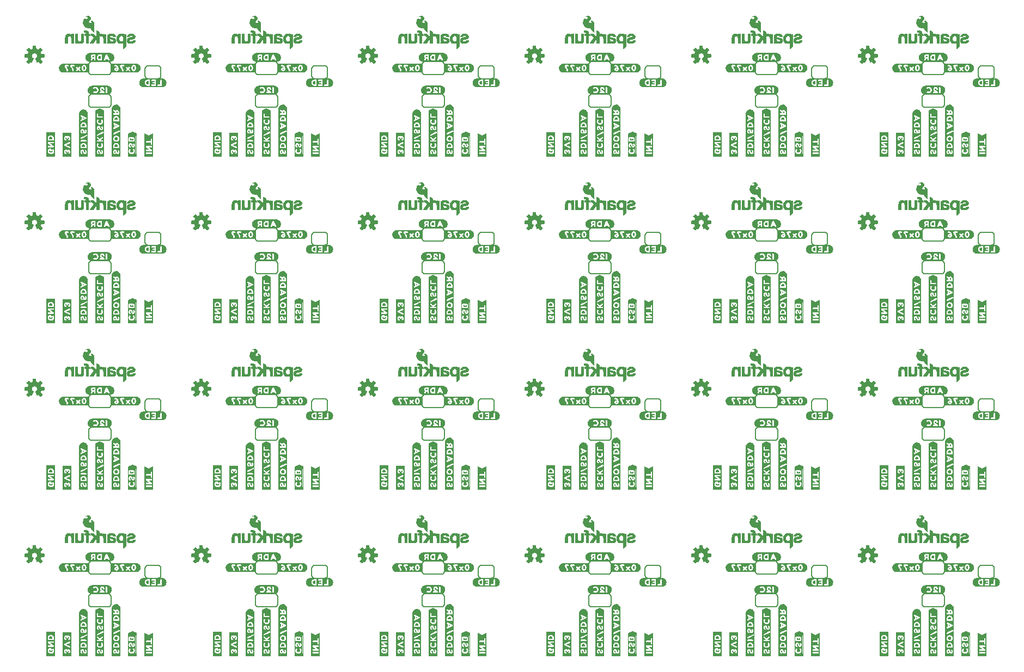
<source format=gbo>
G04 EAGLE Gerber RS-274X export*
G75*
%MOMM*%
%FSLAX34Y34*%
%LPD*%
%INSilkscreen Bottom*%
%IPPOS*%
%AMOC8*
5,1,8,0,0,1.08239X$1,22.5*%
G01*
%ADD10C,0.152400*%
%ADD11C,0.203200*%

G36*
X1195031Y798379D02*
X1195031Y798379D01*
X1195038Y798374D01*
X1195538Y798574D01*
X1195553Y798598D01*
X1195560Y798604D01*
X1195558Y798607D01*
X1195563Y798615D01*
X1195569Y798620D01*
X1195569Y872220D01*
X1195566Y872224D01*
X1195569Y872227D01*
X1195469Y872923D01*
X1195469Y873520D01*
X1195463Y873528D01*
X1195467Y873534D01*
X1195267Y874234D01*
X1195266Y874235D01*
X1195267Y874236D01*
X1195067Y874836D01*
X1195064Y874837D01*
X1195065Y874839D01*
X1194765Y875539D01*
X1194757Y875544D01*
X1194758Y875551D01*
X1194360Y876049D01*
X1193961Y876647D01*
X1193958Y876648D01*
X1193958Y876651D01*
X1193558Y877151D01*
X1193551Y877153D01*
X1193551Y877158D01*
X1193051Y877558D01*
X1193047Y877559D01*
X1193047Y877561D01*
X1192449Y877960D01*
X1191951Y878358D01*
X1191941Y878359D01*
X1191939Y878365D01*
X1191239Y878665D01*
X1191236Y878665D01*
X1191236Y878667D01*
X1190636Y878867D01*
X1190629Y878865D01*
X1190627Y878869D01*
X1189928Y878969D01*
X1189328Y879069D01*
X1189327Y879068D01*
X1189327Y879069D01*
X1188627Y879169D01*
X1188618Y879164D01*
X1188613Y879169D01*
X1187913Y879069D01*
X1187912Y879068D01*
X1187912Y879069D01*
X1187312Y878969D01*
X1187309Y878965D01*
X1187306Y878967D01*
X1186606Y878767D01*
X1186605Y878766D01*
X1186604Y878767D01*
X1186004Y878567D01*
X1186001Y878562D01*
X1185998Y878564D01*
X1185398Y878264D01*
X1185396Y878260D01*
X1185393Y878261D01*
X1184793Y877861D01*
X1184792Y877858D01*
X1184789Y877858D01*
X1184289Y877458D01*
X1184288Y877454D01*
X1184285Y877455D01*
X1183285Y876455D01*
X1183285Y876451D01*
X1183282Y876451D01*
X1182882Y875951D01*
X1182881Y875943D01*
X1182876Y875942D01*
X1182576Y875342D01*
X1182577Y875335D01*
X1182573Y875334D01*
X1182539Y875214D01*
X1182496Y875066D01*
X1182482Y875017D01*
X1182440Y874869D01*
X1182398Y874722D01*
X1182384Y874672D01*
X1182374Y874638D01*
X1182076Y874042D01*
X1182077Y874036D01*
X1182072Y874032D01*
X1182075Y874029D01*
X1182071Y874027D01*
X1181971Y873328D01*
X1181871Y872728D01*
X1181874Y872723D01*
X1181871Y872720D01*
X1181871Y798920D01*
X1181879Y798909D01*
X1181874Y798902D01*
X1182074Y798402D01*
X1182115Y798377D01*
X1182120Y798371D01*
X1195020Y798371D01*
X1195031Y798379D01*
G37*
G36*
X417791Y798379D02*
X417791Y798379D01*
X417798Y798374D01*
X418298Y798574D01*
X418313Y798598D01*
X418320Y798604D01*
X418318Y798607D01*
X418323Y798615D01*
X418329Y798620D01*
X418329Y872220D01*
X418326Y872224D01*
X418329Y872227D01*
X418229Y872923D01*
X418229Y873520D01*
X418223Y873528D01*
X418227Y873534D01*
X418027Y874234D01*
X418026Y874235D01*
X418027Y874236D01*
X417827Y874836D01*
X417824Y874837D01*
X417825Y874839D01*
X417525Y875539D01*
X417517Y875544D01*
X417518Y875551D01*
X417120Y876049D01*
X416721Y876647D01*
X416718Y876648D01*
X416718Y876651D01*
X416318Y877151D01*
X416311Y877153D01*
X416311Y877158D01*
X415811Y877558D01*
X415807Y877559D01*
X415807Y877561D01*
X415209Y877960D01*
X414711Y878358D01*
X414701Y878359D01*
X414699Y878365D01*
X413999Y878665D01*
X413996Y878665D01*
X413996Y878667D01*
X413396Y878867D01*
X413389Y878865D01*
X413387Y878869D01*
X412688Y878969D01*
X412088Y879069D01*
X412087Y879068D01*
X412087Y879069D01*
X411387Y879169D01*
X411378Y879164D01*
X411373Y879169D01*
X410673Y879069D01*
X410672Y879068D01*
X410672Y879069D01*
X410072Y878969D01*
X410069Y878965D01*
X410066Y878967D01*
X409366Y878767D01*
X409365Y878766D01*
X409364Y878767D01*
X408764Y878567D01*
X408761Y878562D01*
X408758Y878564D01*
X408158Y878264D01*
X408156Y878260D01*
X408153Y878261D01*
X407553Y877861D01*
X407552Y877858D01*
X407549Y877858D01*
X407049Y877458D01*
X407048Y877454D01*
X407045Y877455D01*
X406045Y876455D01*
X406045Y876451D01*
X406042Y876451D01*
X405642Y875951D01*
X405641Y875943D01*
X405636Y875942D01*
X405336Y875342D01*
X405337Y875335D01*
X405333Y875334D01*
X405299Y875214D01*
X405256Y875066D01*
X405242Y875017D01*
X405200Y874869D01*
X405158Y874722D01*
X405144Y874672D01*
X405134Y874638D01*
X404836Y874042D01*
X404837Y874036D01*
X404832Y874032D01*
X404835Y874029D01*
X404831Y874027D01*
X404731Y873328D01*
X404631Y872728D01*
X404634Y872723D01*
X404631Y872720D01*
X404631Y798920D01*
X404639Y798909D01*
X404634Y798902D01*
X404834Y798402D01*
X404875Y798377D01*
X404880Y798371D01*
X417780Y798371D01*
X417791Y798379D01*
G37*
G36*
X417791Y539299D02*
X417791Y539299D01*
X417798Y539294D01*
X418298Y539494D01*
X418313Y539518D01*
X418320Y539524D01*
X418318Y539527D01*
X418323Y539535D01*
X418329Y539540D01*
X418329Y613140D01*
X418326Y613144D01*
X418329Y613147D01*
X418229Y613843D01*
X418229Y614440D01*
X418223Y614448D01*
X418227Y614454D01*
X418027Y615154D01*
X418026Y615155D01*
X418027Y615156D01*
X417827Y615756D01*
X417824Y615757D01*
X417825Y615759D01*
X417525Y616459D01*
X417517Y616464D01*
X417518Y616471D01*
X417120Y616969D01*
X416721Y617567D01*
X416718Y617568D01*
X416718Y617571D01*
X416318Y618071D01*
X416311Y618073D01*
X416311Y618078D01*
X415811Y618478D01*
X415807Y618479D01*
X415807Y618481D01*
X415209Y618880D01*
X414711Y619278D01*
X414701Y619279D01*
X414699Y619285D01*
X413999Y619585D01*
X413996Y619585D01*
X413996Y619587D01*
X413396Y619787D01*
X413389Y619785D01*
X413387Y619789D01*
X412688Y619889D01*
X412088Y619989D01*
X412087Y619988D01*
X412087Y619989D01*
X411387Y620089D01*
X411378Y620084D01*
X411373Y620089D01*
X410673Y619989D01*
X410672Y619988D01*
X410672Y619989D01*
X410072Y619889D01*
X410069Y619885D01*
X410066Y619887D01*
X409366Y619687D01*
X409365Y619686D01*
X409364Y619687D01*
X408764Y619487D01*
X408761Y619482D01*
X408758Y619484D01*
X408158Y619184D01*
X408156Y619180D01*
X408153Y619181D01*
X407553Y618781D01*
X407552Y618778D01*
X407549Y618778D01*
X407049Y618378D01*
X407048Y618374D01*
X407045Y618375D01*
X406045Y617375D01*
X406045Y617371D01*
X406042Y617371D01*
X405642Y616871D01*
X405641Y616863D01*
X405636Y616862D01*
X405336Y616262D01*
X405337Y616255D01*
X405333Y616254D01*
X405299Y616134D01*
X405256Y615986D01*
X405242Y615937D01*
X405200Y615789D01*
X405158Y615642D01*
X405144Y615592D01*
X405134Y615558D01*
X404836Y614962D01*
X404837Y614956D01*
X404832Y614952D01*
X404835Y614949D01*
X404831Y614947D01*
X404731Y614248D01*
X404631Y613648D01*
X404634Y613643D01*
X404631Y613640D01*
X404631Y539840D01*
X404639Y539829D01*
X404634Y539822D01*
X404834Y539322D01*
X404875Y539297D01*
X404880Y539291D01*
X417780Y539291D01*
X417791Y539299D01*
G37*
G36*
X1195031Y539299D02*
X1195031Y539299D01*
X1195038Y539294D01*
X1195538Y539494D01*
X1195553Y539518D01*
X1195560Y539524D01*
X1195558Y539527D01*
X1195563Y539535D01*
X1195569Y539540D01*
X1195569Y613140D01*
X1195566Y613144D01*
X1195569Y613147D01*
X1195469Y613843D01*
X1195469Y614440D01*
X1195463Y614448D01*
X1195467Y614454D01*
X1195267Y615154D01*
X1195266Y615155D01*
X1195267Y615156D01*
X1195067Y615756D01*
X1195064Y615757D01*
X1195065Y615759D01*
X1194765Y616459D01*
X1194757Y616464D01*
X1194758Y616471D01*
X1194360Y616969D01*
X1193961Y617567D01*
X1193958Y617568D01*
X1193958Y617571D01*
X1193558Y618071D01*
X1193551Y618073D01*
X1193551Y618078D01*
X1193051Y618478D01*
X1193047Y618479D01*
X1193047Y618481D01*
X1192449Y618880D01*
X1191951Y619278D01*
X1191941Y619279D01*
X1191939Y619285D01*
X1191239Y619585D01*
X1191236Y619585D01*
X1191236Y619587D01*
X1190636Y619787D01*
X1190629Y619785D01*
X1190627Y619789D01*
X1189928Y619889D01*
X1189328Y619989D01*
X1189327Y619988D01*
X1189327Y619989D01*
X1188627Y620089D01*
X1188618Y620084D01*
X1188613Y620089D01*
X1187913Y619989D01*
X1187912Y619988D01*
X1187912Y619989D01*
X1187312Y619889D01*
X1187309Y619885D01*
X1187306Y619887D01*
X1186606Y619687D01*
X1186605Y619686D01*
X1186604Y619687D01*
X1186004Y619487D01*
X1186001Y619482D01*
X1185998Y619484D01*
X1185398Y619184D01*
X1185396Y619180D01*
X1185393Y619181D01*
X1184793Y618781D01*
X1184792Y618778D01*
X1184789Y618778D01*
X1184289Y618378D01*
X1184288Y618374D01*
X1184285Y618375D01*
X1183285Y617375D01*
X1183285Y617371D01*
X1183282Y617371D01*
X1182882Y616871D01*
X1182881Y616863D01*
X1182876Y616862D01*
X1182576Y616262D01*
X1182577Y616255D01*
X1182573Y616254D01*
X1182539Y616134D01*
X1182496Y615986D01*
X1182482Y615937D01*
X1182440Y615789D01*
X1182398Y615642D01*
X1182384Y615592D01*
X1182374Y615558D01*
X1182076Y614962D01*
X1182077Y614956D01*
X1182072Y614952D01*
X1182075Y614949D01*
X1182071Y614947D01*
X1181971Y614248D01*
X1181871Y613648D01*
X1181874Y613643D01*
X1181871Y613640D01*
X1181871Y539840D01*
X1181879Y539829D01*
X1181874Y539822D01*
X1182074Y539322D01*
X1182115Y539297D01*
X1182120Y539291D01*
X1195020Y539291D01*
X1195031Y539299D01*
G37*
G36*
X676871Y539299D02*
X676871Y539299D01*
X676878Y539294D01*
X677378Y539494D01*
X677393Y539518D01*
X677400Y539524D01*
X677398Y539527D01*
X677403Y539535D01*
X677409Y539540D01*
X677409Y613140D01*
X677406Y613144D01*
X677409Y613147D01*
X677309Y613843D01*
X677309Y614440D01*
X677303Y614448D01*
X677307Y614454D01*
X677107Y615154D01*
X677106Y615155D01*
X677107Y615156D01*
X676907Y615756D01*
X676904Y615757D01*
X676905Y615759D01*
X676605Y616459D01*
X676597Y616464D01*
X676598Y616471D01*
X676200Y616969D01*
X675801Y617567D01*
X675798Y617568D01*
X675798Y617571D01*
X675398Y618071D01*
X675391Y618073D01*
X675391Y618078D01*
X674891Y618478D01*
X674887Y618479D01*
X674887Y618481D01*
X674289Y618880D01*
X673791Y619278D01*
X673781Y619279D01*
X673779Y619285D01*
X673079Y619585D01*
X673076Y619585D01*
X673076Y619587D01*
X672476Y619787D01*
X672469Y619785D01*
X672467Y619789D01*
X671768Y619889D01*
X671168Y619989D01*
X671167Y619988D01*
X671167Y619989D01*
X670467Y620089D01*
X670458Y620084D01*
X670453Y620089D01*
X669753Y619989D01*
X669752Y619988D01*
X669752Y619989D01*
X669152Y619889D01*
X669149Y619885D01*
X669146Y619887D01*
X668446Y619687D01*
X668445Y619686D01*
X668444Y619687D01*
X667844Y619487D01*
X667841Y619482D01*
X667838Y619484D01*
X667238Y619184D01*
X667236Y619180D01*
X667233Y619181D01*
X666633Y618781D01*
X666632Y618778D01*
X666629Y618778D01*
X666129Y618378D01*
X666128Y618374D01*
X666125Y618375D01*
X665125Y617375D01*
X665125Y617371D01*
X665122Y617371D01*
X664722Y616871D01*
X664721Y616863D01*
X664716Y616862D01*
X664416Y616262D01*
X664417Y616255D01*
X664413Y616254D01*
X664379Y616134D01*
X664336Y615986D01*
X664322Y615937D01*
X664280Y615789D01*
X664238Y615642D01*
X664224Y615592D01*
X664214Y615558D01*
X663916Y614962D01*
X663917Y614956D01*
X663912Y614952D01*
X663915Y614949D01*
X663911Y614947D01*
X663811Y614248D01*
X663711Y613648D01*
X663714Y613643D01*
X663711Y613640D01*
X663711Y539840D01*
X663719Y539829D01*
X663714Y539822D01*
X663914Y539322D01*
X663955Y539297D01*
X663960Y539291D01*
X676860Y539291D01*
X676871Y539299D01*
G37*
G36*
X158711Y539299D02*
X158711Y539299D01*
X158718Y539294D01*
X159218Y539494D01*
X159233Y539518D01*
X159240Y539524D01*
X159238Y539527D01*
X159243Y539535D01*
X159249Y539540D01*
X159249Y613140D01*
X159246Y613144D01*
X159249Y613147D01*
X159149Y613843D01*
X159149Y614440D01*
X159143Y614448D01*
X159147Y614454D01*
X158947Y615154D01*
X158946Y615155D01*
X158947Y615156D01*
X158747Y615756D01*
X158744Y615757D01*
X158745Y615759D01*
X158445Y616459D01*
X158437Y616464D01*
X158438Y616471D01*
X158040Y616969D01*
X157641Y617567D01*
X157638Y617568D01*
X157638Y617571D01*
X157238Y618071D01*
X157231Y618073D01*
X157231Y618078D01*
X156731Y618478D01*
X156727Y618479D01*
X156727Y618481D01*
X156129Y618880D01*
X155631Y619278D01*
X155621Y619279D01*
X155619Y619285D01*
X154919Y619585D01*
X154916Y619585D01*
X154916Y619587D01*
X154316Y619787D01*
X154309Y619785D01*
X154307Y619789D01*
X153608Y619889D01*
X153008Y619989D01*
X153007Y619988D01*
X153007Y619989D01*
X152307Y620089D01*
X152298Y620084D01*
X152293Y620089D01*
X151593Y619989D01*
X151592Y619988D01*
X151592Y619989D01*
X150992Y619889D01*
X150989Y619885D01*
X150986Y619887D01*
X150286Y619687D01*
X150285Y619686D01*
X150284Y619687D01*
X149684Y619487D01*
X149681Y619482D01*
X149678Y619484D01*
X149078Y619184D01*
X149076Y619180D01*
X149073Y619181D01*
X148473Y618781D01*
X148472Y618778D01*
X148469Y618778D01*
X147969Y618378D01*
X147968Y618374D01*
X147965Y618375D01*
X146965Y617375D01*
X146965Y617371D01*
X146962Y617371D01*
X146562Y616871D01*
X146561Y616863D01*
X146556Y616862D01*
X146256Y616262D01*
X146257Y616255D01*
X146253Y616254D01*
X146219Y616134D01*
X146176Y615986D01*
X146162Y615937D01*
X146120Y615789D01*
X146078Y615642D01*
X146064Y615592D01*
X146054Y615558D01*
X145756Y614962D01*
X145757Y614956D01*
X145752Y614952D01*
X145755Y614949D01*
X145751Y614947D01*
X145651Y614248D01*
X145551Y613648D01*
X145554Y613643D01*
X145551Y613640D01*
X145551Y539840D01*
X145559Y539829D01*
X145554Y539822D01*
X145754Y539322D01*
X145795Y539297D01*
X145800Y539291D01*
X158700Y539291D01*
X158711Y539299D01*
G37*
G36*
X935951Y539299D02*
X935951Y539299D01*
X935958Y539294D01*
X936458Y539494D01*
X936473Y539518D01*
X936480Y539524D01*
X936478Y539527D01*
X936483Y539535D01*
X936489Y539540D01*
X936489Y613140D01*
X936486Y613144D01*
X936489Y613147D01*
X936389Y613843D01*
X936389Y614440D01*
X936383Y614448D01*
X936387Y614454D01*
X936187Y615154D01*
X936186Y615155D01*
X936187Y615156D01*
X935987Y615756D01*
X935984Y615757D01*
X935985Y615759D01*
X935685Y616459D01*
X935677Y616464D01*
X935678Y616471D01*
X935280Y616969D01*
X934881Y617567D01*
X934878Y617568D01*
X934878Y617571D01*
X934478Y618071D01*
X934471Y618073D01*
X934471Y618078D01*
X933971Y618478D01*
X933967Y618479D01*
X933967Y618481D01*
X933369Y618880D01*
X932871Y619278D01*
X932861Y619279D01*
X932859Y619285D01*
X932159Y619585D01*
X932156Y619585D01*
X932156Y619587D01*
X931556Y619787D01*
X931549Y619785D01*
X931547Y619789D01*
X930848Y619889D01*
X930248Y619989D01*
X930247Y619988D01*
X930247Y619989D01*
X929547Y620089D01*
X929538Y620084D01*
X929533Y620089D01*
X928833Y619989D01*
X928832Y619988D01*
X928832Y619989D01*
X928232Y619889D01*
X928229Y619885D01*
X928226Y619887D01*
X927526Y619687D01*
X927525Y619686D01*
X927524Y619687D01*
X926924Y619487D01*
X926921Y619482D01*
X926918Y619484D01*
X926318Y619184D01*
X926316Y619180D01*
X926313Y619181D01*
X925713Y618781D01*
X925712Y618778D01*
X925709Y618778D01*
X925209Y618378D01*
X925208Y618374D01*
X925205Y618375D01*
X924205Y617375D01*
X924205Y617371D01*
X924202Y617371D01*
X923802Y616871D01*
X923801Y616863D01*
X923796Y616862D01*
X923496Y616262D01*
X923497Y616255D01*
X923493Y616254D01*
X923459Y616134D01*
X923416Y615986D01*
X923402Y615937D01*
X923360Y615789D01*
X923318Y615642D01*
X923304Y615592D01*
X923294Y615558D01*
X922996Y614962D01*
X922997Y614956D01*
X922992Y614952D01*
X922995Y614949D01*
X922991Y614947D01*
X922891Y614248D01*
X922791Y613648D01*
X922794Y613643D01*
X922791Y613640D01*
X922791Y539840D01*
X922799Y539829D01*
X922794Y539822D01*
X922994Y539322D01*
X923035Y539297D01*
X923040Y539291D01*
X935940Y539291D01*
X935951Y539299D01*
G37*
G36*
X1454111Y539299D02*
X1454111Y539299D01*
X1454118Y539294D01*
X1454618Y539494D01*
X1454633Y539518D01*
X1454640Y539524D01*
X1454638Y539527D01*
X1454643Y539535D01*
X1454649Y539540D01*
X1454649Y613140D01*
X1454646Y613144D01*
X1454649Y613147D01*
X1454549Y613843D01*
X1454549Y614440D01*
X1454543Y614448D01*
X1454547Y614454D01*
X1454347Y615154D01*
X1454346Y615155D01*
X1454347Y615156D01*
X1454147Y615756D01*
X1454144Y615757D01*
X1454145Y615759D01*
X1453845Y616459D01*
X1453837Y616464D01*
X1453838Y616471D01*
X1453440Y616969D01*
X1453041Y617567D01*
X1453038Y617568D01*
X1453038Y617571D01*
X1452638Y618071D01*
X1452631Y618073D01*
X1452631Y618078D01*
X1452131Y618478D01*
X1452127Y618479D01*
X1452127Y618481D01*
X1451529Y618880D01*
X1451031Y619278D01*
X1451021Y619279D01*
X1451019Y619285D01*
X1450319Y619585D01*
X1450316Y619585D01*
X1450316Y619587D01*
X1449716Y619787D01*
X1449709Y619785D01*
X1449707Y619789D01*
X1449008Y619889D01*
X1448408Y619989D01*
X1448407Y619988D01*
X1448407Y619989D01*
X1447707Y620089D01*
X1447698Y620084D01*
X1447693Y620089D01*
X1446993Y619989D01*
X1446992Y619988D01*
X1446992Y619989D01*
X1446392Y619889D01*
X1446389Y619885D01*
X1446386Y619887D01*
X1445686Y619687D01*
X1445685Y619686D01*
X1445684Y619687D01*
X1445084Y619487D01*
X1445081Y619482D01*
X1445078Y619484D01*
X1444478Y619184D01*
X1444476Y619180D01*
X1444473Y619181D01*
X1443873Y618781D01*
X1443872Y618778D01*
X1443869Y618778D01*
X1443369Y618378D01*
X1443368Y618374D01*
X1443365Y618375D01*
X1442365Y617375D01*
X1442365Y617371D01*
X1442362Y617371D01*
X1441962Y616871D01*
X1441961Y616863D01*
X1441956Y616862D01*
X1441656Y616262D01*
X1441657Y616255D01*
X1441653Y616254D01*
X1441619Y616134D01*
X1441576Y615986D01*
X1441562Y615937D01*
X1441520Y615789D01*
X1441478Y615642D01*
X1441464Y615592D01*
X1441454Y615558D01*
X1441156Y614962D01*
X1441157Y614956D01*
X1441152Y614952D01*
X1441155Y614949D01*
X1441151Y614947D01*
X1441051Y614248D01*
X1440951Y613648D01*
X1440954Y613643D01*
X1440951Y613640D01*
X1440951Y539840D01*
X1440959Y539829D01*
X1440954Y539822D01*
X1441154Y539322D01*
X1441195Y539297D01*
X1441200Y539291D01*
X1454100Y539291D01*
X1454111Y539299D01*
G37*
G36*
X158711Y798379D02*
X158711Y798379D01*
X158718Y798374D01*
X159218Y798574D01*
X159233Y798598D01*
X159240Y798604D01*
X159238Y798607D01*
X159243Y798615D01*
X159249Y798620D01*
X159249Y872220D01*
X159246Y872224D01*
X159249Y872227D01*
X159149Y872923D01*
X159149Y873520D01*
X159143Y873528D01*
X159147Y873534D01*
X158947Y874234D01*
X158946Y874235D01*
X158947Y874236D01*
X158747Y874836D01*
X158744Y874837D01*
X158745Y874839D01*
X158445Y875539D01*
X158437Y875544D01*
X158438Y875551D01*
X158040Y876049D01*
X157641Y876647D01*
X157638Y876648D01*
X157638Y876651D01*
X157238Y877151D01*
X157231Y877153D01*
X157231Y877158D01*
X156731Y877558D01*
X156727Y877559D01*
X156727Y877561D01*
X156129Y877960D01*
X155631Y878358D01*
X155621Y878359D01*
X155619Y878365D01*
X154919Y878665D01*
X154916Y878665D01*
X154916Y878667D01*
X154316Y878867D01*
X154309Y878865D01*
X154307Y878869D01*
X153608Y878969D01*
X153008Y879069D01*
X153007Y879068D01*
X153007Y879069D01*
X152307Y879169D01*
X152298Y879164D01*
X152293Y879169D01*
X151593Y879069D01*
X151592Y879068D01*
X151592Y879069D01*
X150992Y878969D01*
X150989Y878965D01*
X150986Y878967D01*
X150286Y878767D01*
X150285Y878766D01*
X150284Y878767D01*
X149684Y878567D01*
X149681Y878562D01*
X149678Y878564D01*
X149078Y878264D01*
X149076Y878260D01*
X149073Y878261D01*
X148473Y877861D01*
X148472Y877858D01*
X148469Y877858D01*
X147969Y877458D01*
X147968Y877454D01*
X147965Y877455D01*
X146965Y876455D01*
X146965Y876451D01*
X146962Y876451D01*
X146562Y875951D01*
X146561Y875943D01*
X146556Y875942D01*
X146256Y875342D01*
X146257Y875335D01*
X146253Y875334D01*
X146219Y875214D01*
X146176Y875066D01*
X146162Y875017D01*
X146120Y874869D01*
X146078Y874722D01*
X146064Y874672D01*
X146054Y874638D01*
X145756Y874042D01*
X145757Y874036D01*
X145752Y874032D01*
X145755Y874029D01*
X145751Y874027D01*
X145651Y873328D01*
X145551Y872728D01*
X145554Y872723D01*
X145551Y872720D01*
X145551Y798920D01*
X145559Y798909D01*
X145554Y798902D01*
X145754Y798402D01*
X145795Y798377D01*
X145800Y798371D01*
X158700Y798371D01*
X158711Y798379D01*
G37*
G36*
X935951Y798379D02*
X935951Y798379D01*
X935958Y798374D01*
X936458Y798574D01*
X936473Y798598D01*
X936480Y798604D01*
X936478Y798607D01*
X936483Y798615D01*
X936489Y798620D01*
X936489Y872220D01*
X936486Y872224D01*
X936489Y872227D01*
X936389Y872923D01*
X936389Y873520D01*
X936383Y873528D01*
X936387Y873534D01*
X936187Y874234D01*
X936186Y874235D01*
X936187Y874236D01*
X935987Y874836D01*
X935984Y874837D01*
X935985Y874839D01*
X935685Y875539D01*
X935677Y875544D01*
X935678Y875551D01*
X935280Y876049D01*
X934881Y876647D01*
X934878Y876648D01*
X934878Y876651D01*
X934478Y877151D01*
X934471Y877153D01*
X934471Y877158D01*
X933971Y877558D01*
X933967Y877559D01*
X933967Y877561D01*
X933369Y877960D01*
X932871Y878358D01*
X932861Y878359D01*
X932859Y878365D01*
X932159Y878665D01*
X932156Y878665D01*
X932156Y878667D01*
X931556Y878867D01*
X931549Y878865D01*
X931547Y878869D01*
X930848Y878969D01*
X930248Y879069D01*
X930247Y879068D01*
X930247Y879069D01*
X929547Y879169D01*
X929538Y879164D01*
X929533Y879169D01*
X928833Y879069D01*
X928832Y879068D01*
X928832Y879069D01*
X928232Y878969D01*
X928229Y878965D01*
X928226Y878967D01*
X927526Y878767D01*
X927525Y878766D01*
X927524Y878767D01*
X926924Y878567D01*
X926921Y878562D01*
X926918Y878564D01*
X926318Y878264D01*
X926316Y878260D01*
X926313Y878261D01*
X925713Y877861D01*
X925712Y877858D01*
X925709Y877858D01*
X925209Y877458D01*
X925208Y877454D01*
X925205Y877455D01*
X924205Y876455D01*
X924205Y876451D01*
X924202Y876451D01*
X923802Y875951D01*
X923801Y875943D01*
X923796Y875942D01*
X923496Y875342D01*
X923497Y875335D01*
X923493Y875334D01*
X923459Y875214D01*
X923416Y875066D01*
X923402Y875017D01*
X923360Y874869D01*
X923318Y874722D01*
X923304Y874672D01*
X923294Y874638D01*
X922996Y874042D01*
X922997Y874036D01*
X922992Y874032D01*
X922995Y874029D01*
X922991Y874027D01*
X922891Y873328D01*
X922791Y872728D01*
X922794Y872723D01*
X922791Y872720D01*
X922791Y798920D01*
X922799Y798909D01*
X922794Y798902D01*
X922994Y798402D01*
X923035Y798377D01*
X923040Y798371D01*
X935940Y798371D01*
X935951Y798379D01*
G37*
G36*
X676871Y798379D02*
X676871Y798379D01*
X676878Y798374D01*
X677378Y798574D01*
X677393Y798598D01*
X677400Y798604D01*
X677398Y798607D01*
X677403Y798615D01*
X677409Y798620D01*
X677409Y872220D01*
X677406Y872224D01*
X677409Y872227D01*
X677309Y872923D01*
X677309Y873520D01*
X677303Y873528D01*
X677307Y873534D01*
X677107Y874234D01*
X677106Y874235D01*
X677107Y874236D01*
X676907Y874836D01*
X676904Y874837D01*
X676905Y874839D01*
X676605Y875539D01*
X676597Y875544D01*
X676598Y875551D01*
X676200Y876049D01*
X675801Y876647D01*
X675798Y876648D01*
X675798Y876651D01*
X675398Y877151D01*
X675391Y877153D01*
X675391Y877158D01*
X674891Y877558D01*
X674887Y877559D01*
X674887Y877561D01*
X674289Y877960D01*
X673791Y878358D01*
X673781Y878359D01*
X673779Y878365D01*
X673079Y878665D01*
X673076Y878665D01*
X673076Y878667D01*
X672476Y878867D01*
X672469Y878865D01*
X672467Y878869D01*
X671768Y878969D01*
X671168Y879069D01*
X671167Y879068D01*
X671167Y879069D01*
X670467Y879169D01*
X670458Y879164D01*
X670453Y879169D01*
X669753Y879069D01*
X669752Y879068D01*
X669752Y879069D01*
X669152Y878969D01*
X669149Y878965D01*
X669146Y878967D01*
X668446Y878767D01*
X668445Y878766D01*
X668444Y878767D01*
X667844Y878567D01*
X667841Y878562D01*
X667838Y878564D01*
X667238Y878264D01*
X667236Y878260D01*
X667233Y878261D01*
X666633Y877861D01*
X666632Y877858D01*
X666629Y877858D01*
X666129Y877458D01*
X666128Y877454D01*
X666125Y877455D01*
X665125Y876455D01*
X665125Y876451D01*
X665122Y876451D01*
X664722Y875951D01*
X664721Y875943D01*
X664716Y875942D01*
X664416Y875342D01*
X664417Y875335D01*
X664413Y875334D01*
X664379Y875214D01*
X664336Y875066D01*
X664322Y875017D01*
X664280Y874869D01*
X664238Y874722D01*
X664224Y874672D01*
X664214Y874638D01*
X663916Y874042D01*
X663917Y874036D01*
X663912Y874032D01*
X663915Y874029D01*
X663911Y874027D01*
X663811Y873328D01*
X663711Y872728D01*
X663714Y872723D01*
X663711Y872720D01*
X663711Y798920D01*
X663719Y798909D01*
X663714Y798902D01*
X663914Y798402D01*
X663955Y798377D01*
X663960Y798371D01*
X676860Y798371D01*
X676871Y798379D01*
G37*
G36*
X1454111Y280219D02*
X1454111Y280219D01*
X1454118Y280214D01*
X1454618Y280414D01*
X1454633Y280438D01*
X1454640Y280444D01*
X1454638Y280447D01*
X1454643Y280455D01*
X1454649Y280460D01*
X1454649Y354060D01*
X1454646Y354064D01*
X1454649Y354067D01*
X1454549Y354763D01*
X1454549Y355360D01*
X1454543Y355368D01*
X1454547Y355374D01*
X1454347Y356074D01*
X1454346Y356075D01*
X1454347Y356076D01*
X1454147Y356676D01*
X1454144Y356677D01*
X1454145Y356679D01*
X1453845Y357379D01*
X1453837Y357384D01*
X1453838Y357391D01*
X1453440Y357889D01*
X1453041Y358487D01*
X1453038Y358488D01*
X1453038Y358491D01*
X1452638Y358991D01*
X1452631Y358993D01*
X1452631Y358998D01*
X1452131Y359398D01*
X1452127Y359399D01*
X1452127Y359401D01*
X1451529Y359800D01*
X1451031Y360198D01*
X1451021Y360199D01*
X1451019Y360205D01*
X1450319Y360505D01*
X1450316Y360505D01*
X1450316Y360507D01*
X1449716Y360707D01*
X1449709Y360705D01*
X1449707Y360709D01*
X1449008Y360809D01*
X1448408Y360909D01*
X1448407Y360908D01*
X1448407Y360909D01*
X1447707Y361009D01*
X1447698Y361004D01*
X1447693Y361009D01*
X1446993Y360909D01*
X1446992Y360908D01*
X1446992Y360909D01*
X1446392Y360809D01*
X1446389Y360805D01*
X1446386Y360807D01*
X1445686Y360607D01*
X1445685Y360606D01*
X1445684Y360607D01*
X1445084Y360407D01*
X1445081Y360402D01*
X1445078Y360404D01*
X1444478Y360104D01*
X1444476Y360100D01*
X1444473Y360101D01*
X1443873Y359701D01*
X1443872Y359698D01*
X1443869Y359698D01*
X1443369Y359298D01*
X1443368Y359294D01*
X1443365Y359295D01*
X1442365Y358295D01*
X1442365Y358291D01*
X1442362Y358291D01*
X1441962Y357791D01*
X1441961Y357783D01*
X1441956Y357782D01*
X1441656Y357182D01*
X1441657Y357175D01*
X1441653Y357174D01*
X1441619Y357054D01*
X1441576Y356906D01*
X1441562Y356857D01*
X1441520Y356709D01*
X1441478Y356562D01*
X1441464Y356512D01*
X1441454Y356478D01*
X1441156Y355882D01*
X1441157Y355876D01*
X1441152Y355872D01*
X1441155Y355869D01*
X1441151Y355867D01*
X1441051Y355168D01*
X1440951Y354568D01*
X1440954Y354563D01*
X1440951Y354560D01*
X1440951Y280760D01*
X1440959Y280749D01*
X1440954Y280742D01*
X1441154Y280242D01*
X1441195Y280217D01*
X1441200Y280211D01*
X1454100Y280211D01*
X1454111Y280219D01*
G37*
G36*
X935951Y280219D02*
X935951Y280219D01*
X935958Y280214D01*
X936458Y280414D01*
X936473Y280438D01*
X936480Y280444D01*
X936478Y280447D01*
X936483Y280455D01*
X936489Y280460D01*
X936489Y354060D01*
X936486Y354064D01*
X936489Y354067D01*
X936389Y354763D01*
X936389Y355360D01*
X936383Y355368D01*
X936387Y355374D01*
X936187Y356074D01*
X936186Y356075D01*
X936187Y356076D01*
X935987Y356676D01*
X935984Y356677D01*
X935985Y356679D01*
X935685Y357379D01*
X935677Y357384D01*
X935678Y357391D01*
X935280Y357889D01*
X934881Y358487D01*
X934878Y358488D01*
X934878Y358491D01*
X934478Y358991D01*
X934471Y358993D01*
X934471Y358998D01*
X933971Y359398D01*
X933967Y359399D01*
X933967Y359401D01*
X933369Y359800D01*
X932871Y360198D01*
X932861Y360199D01*
X932859Y360205D01*
X932159Y360505D01*
X932156Y360505D01*
X932156Y360507D01*
X931556Y360707D01*
X931549Y360705D01*
X931547Y360709D01*
X930848Y360809D01*
X930248Y360909D01*
X930247Y360908D01*
X930247Y360909D01*
X929547Y361009D01*
X929538Y361004D01*
X929533Y361009D01*
X928833Y360909D01*
X928832Y360908D01*
X928832Y360909D01*
X928232Y360809D01*
X928229Y360805D01*
X928226Y360807D01*
X927526Y360607D01*
X927525Y360606D01*
X927524Y360607D01*
X926924Y360407D01*
X926921Y360402D01*
X926918Y360404D01*
X926318Y360104D01*
X926316Y360100D01*
X926313Y360101D01*
X925713Y359701D01*
X925712Y359698D01*
X925709Y359698D01*
X925209Y359298D01*
X925208Y359294D01*
X925205Y359295D01*
X924205Y358295D01*
X924205Y358291D01*
X924202Y358291D01*
X923802Y357791D01*
X923801Y357783D01*
X923796Y357782D01*
X923496Y357182D01*
X923497Y357175D01*
X923493Y357174D01*
X923459Y357054D01*
X923416Y356906D01*
X923402Y356857D01*
X923360Y356709D01*
X923318Y356562D01*
X923304Y356512D01*
X923294Y356478D01*
X922996Y355882D01*
X922997Y355876D01*
X922992Y355872D01*
X922995Y355869D01*
X922991Y355867D01*
X922891Y355168D01*
X922791Y354568D01*
X922794Y354563D01*
X922791Y354560D01*
X922791Y280760D01*
X922799Y280749D01*
X922794Y280742D01*
X922994Y280242D01*
X923035Y280217D01*
X923040Y280211D01*
X935940Y280211D01*
X935951Y280219D01*
G37*
G36*
X158711Y280219D02*
X158711Y280219D01*
X158718Y280214D01*
X159218Y280414D01*
X159233Y280438D01*
X159240Y280444D01*
X159238Y280447D01*
X159243Y280455D01*
X159249Y280460D01*
X159249Y354060D01*
X159246Y354064D01*
X159249Y354067D01*
X159149Y354763D01*
X159149Y355360D01*
X159143Y355368D01*
X159147Y355374D01*
X158947Y356074D01*
X158946Y356075D01*
X158947Y356076D01*
X158747Y356676D01*
X158744Y356677D01*
X158745Y356679D01*
X158445Y357379D01*
X158437Y357384D01*
X158438Y357391D01*
X158040Y357889D01*
X157641Y358487D01*
X157638Y358488D01*
X157638Y358491D01*
X157238Y358991D01*
X157231Y358993D01*
X157231Y358998D01*
X156731Y359398D01*
X156727Y359399D01*
X156727Y359401D01*
X156129Y359800D01*
X155631Y360198D01*
X155621Y360199D01*
X155619Y360205D01*
X154919Y360505D01*
X154916Y360505D01*
X154916Y360507D01*
X154316Y360707D01*
X154309Y360705D01*
X154307Y360709D01*
X153608Y360809D01*
X153008Y360909D01*
X153007Y360908D01*
X153007Y360909D01*
X152307Y361009D01*
X152298Y361004D01*
X152293Y361009D01*
X151593Y360909D01*
X151592Y360908D01*
X151592Y360909D01*
X150992Y360809D01*
X150989Y360805D01*
X150986Y360807D01*
X150286Y360607D01*
X150285Y360606D01*
X150284Y360607D01*
X149684Y360407D01*
X149681Y360402D01*
X149678Y360404D01*
X149078Y360104D01*
X149076Y360100D01*
X149073Y360101D01*
X148473Y359701D01*
X148472Y359698D01*
X148469Y359698D01*
X147969Y359298D01*
X147968Y359294D01*
X147965Y359295D01*
X146965Y358295D01*
X146965Y358291D01*
X146962Y358291D01*
X146562Y357791D01*
X146561Y357783D01*
X146556Y357782D01*
X146256Y357182D01*
X146257Y357175D01*
X146253Y357174D01*
X146219Y357054D01*
X146176Y356906D01*
X146162Y356857D01*
X146120Y356709D01*
X146078Y356562D01*
X146064Y356512D01*
X146054Y356478D01*
X145756Y355882D01*
X145757Y355876D01*
X145752Y355872D01*
X145755Y355869D01*
X145751Y355867D01*
X145651Y355168D01*
X145551Y354568D01*
X145554Y354563D01*
X145551Y354560D01*
X145551Y280760D01*
X145559Y280749D01*
X145554Y280742D01*
X145754Y280242D01*
X145795Y280217D01*
X145800Y280211D01*
X158700Y280211D01*
X158711Y280219D01*
G37*
G36*
X417791Y280219D02*
X417791Y280219D01*
X417798Y280214D01*
X418298Y280414D01*
X418313Y280438D01*
X418320Y280444D01*
X418318Y280447D01*
X418323Y280455D01*
X418329Y280460D01*
X418329Y354060D01*
X418326Y354064D01*
X418329Y354067D01*
X418229Y354763D01*
X418229Y355360D01*
X418223Y355368D01*
X418227Y355374D01*
X418027Y356074D01*
X418026Y356075D01*
X418027Y356076D01*
X417827Y356676D01*
X417824Y356677D01*
X417825Y356679D01*
X417525Y357379D01*
X417517Y357384D01*
X417518Y357391D01*
X417120Y357889D01*
X416721Y358487D01*
X416718Y358488D01*
X416718Y358491D01*
X416318Y358991D01*
X416311Y358993D01*
X416311Y358998D01*
X415811Y359398D01*
X415807Y359399D01*
X415807Y359401D01*
X415209Y359800D01*
X414711Y360198D01*
X414701Y360199D01*
X414699Y360205D01*
X413999Y360505D01*
X413996Y360505D01*
X413996Y360507D01*
X413396Y360707D01*
X413389Y360705D01*
X413387Y360709D01*
X412688Y360809D01*
X412088Y360909D01*
X412087Y360908D01*
X412087Y360909D01*
X411387Y361009D01*
X411378Y361004D01*
X411373Y361009D01*
X410673Y360909D01*
X410672Y360908D01*
X410672Y360909D01*
X410072Y360809D01*
X410069Y360805D01*
X410066Y360807D01*
X409366Y360607D01*
X409365Y360606D01*
X409364Y360607D01*
X408764Y360407D01*
X408761Y360402D01*
X408758Y360404D01*
X408158Y360104D01*
X408156Y360100D01*
X408153Y360101D01*
X407553Y359701D01*
X407552Y359698D01*
X407549Y359698D01*
X407049Y359298D01*
X407048Y359294D01*
X407045Y359295D01*
X406045Y358295D01*
X406045Y358291D01*
X406042Y358291D01*
X405642Y357791D01*
X405641Y357783D01*
X405636Y357782D01*
X405336Y357182D01*
X405337Y357175D01*
X405333Y357174D01*
X405299Y357054D01*
X405256Y356906D01*
X405242Y356857D01*
X405200Y356709D01*
X405158Y356562D01*
X405144Y356512D01*
X405134Y356478D01*
X404836Y355882D01*
X404837Y355876D01*
X404832Y355872D01*
X404835Y355869D01*
X404831Y355867D01*
X404731Y355168D01*
X404631Y354568D01*
X404634Y354563D01*
X404631Y354560D01*
X404631Y280760D01*
X404639Y280749D01*
X404634Y280742D01*
X404834Y280242D01*
X404875Y280217D01*
X404880Y280211D01*
X417780Y280211D01*
X417791Y280219D01*
G37*
G36*
X676871Y21139D02*
X676871Y21139D01*
X676878Y21134D01*
X677378Y21334D01*
X677393Y21358D01*
X677400Y21364D01*
X677398Y21367D01*
X677403Y21375D01*
X677409Y21380D01*
X677409Y94980D01*
X677406Y94984D01*
X677409Y94987D01*
X677309Y95683D01*
X677309Y96280D01*
X677303Y96288D01*
X677307Y96294D01*
X677107Y96994D01*
X677106Y96995D01*
X677107Y96996D01*
X676907Y97596D01*
X676904Y97597D01*
X676905Y97599D01*
X676605Y98299D01*
X676597Y98304D01*
X676598Y98311D01*
X676200Y98809D01*
X675801Y99407D01*
X675798Y99408D01*
X675798Y99411D01*
X675398Y99911D01*
X675391Y99913D01*
X675391Y99918D01*
X674891Y100318D01*
X674887Y100319D01*
X674887Y100321D01*
X674289Y100720D01*
X673791Y101118D01*
X673781Y101119D01*
X673779Y101125D01*
X673079Y101425D01*
X673076Y101425D01*
X673076Y101427D01*
X672476Y101627D01*
X672469Y101625D01*
X672467Y101629D01*
X671768Y101729D01*
X671168Y101829D01*
X671167Y101828D01*
X671167Y101829D01*
X670467Y101929D01*
X670458Y101924D01*
X670453Y101929D01*
X669753Y101829D01*
X669752Y101828D01*
X669752Y101829D01*
X669152Y101729D01*
X669149Y101725D01*
X669146Y101727D01*
X668446Y101527D01*
X668445Y101526D01*
X668444Y101527D01*
X667844Y101327D01*
X667841Y101322D01*
X667838Y101324D01*
X667238Y101024D01*
X667236Y101020D01*
X667233Y101021D01*
X666633Y100621D01*
X666632Y100618D01*
X666629Y100618D01*
X666129Y100218D01*
X666128Y100214D01*
X666125Y100215D01*
X665125Y99215D01*
X665125Y99211D01*
X665122Y99211D01*
X664722Y98711D01*
X664721Y98703D01*
X664716Y98702D01*
X664416Y98102D01*
X664417Y98095D01*
X664413Y98094D01*
X664379Y97974D01*
X664336Y97826D01*
X664322Y97777D01*
X664280Y97629D01*
X664238Y97482D01*
X664224Y97432D01*
X664214Y97398D01*
X663916Y96802D01*
X663917Y96796D01*
X663912Y96792D01*
X663915Y96789D01*
X663911Y96787D01*
X663811Y96088D01*
X663711Y95488D01*
X663714Y95483D01*
X663711Y95480D01*
X663711Y21680D01*
X663719Y21669D01*
X663714Y21662D01*
X663914Y21162D01*
X663955Y21137D01*
X663960Y21131D01*
X676860Y21131D01*
X676871Y21139D01*
G37*
G36*
X1195031Y21139D02*
X1195031Y21139D01*
X1195038Y21134D01*
X1195538Y21334D01*
X1195553Y21358D01*
X1195560Y21364D01*
X1195558Y21367D01*
X1195563Y21375D01*
X1195569Y21380D01*
X1195569Y94980D01*
X1195566Y94984D01*
X1195569Y94987D01*
X1195469Y95683D01*
X1195469Y96280D01*
X1195463Y96288D01*
X1195467Y96294D01*
X1195267Y96994D01*
X1195266Y96995D01*
X1195267Y96996D01*
X1195067Y97596D01*
X1195064Y97597D01*
X1195065Y97599D01*
X1194765Y98299D01*
X1194757Y98304D01*
X1194758Y98311D01*
X1194360Y98809D01*
X1193961Y99407D01*
X1193958Y99408D01*
X1193958Y99411D01*
X1193558Y99911D01*
X1193551Y99913D01*
X1193551Y99918D01*
X1193051Y100318D01*
X1193047Y100319D01*
X1193047Y100321D01*
X1192449Y100720D01*
X1191951Y101118D01*
X1191941Y101119D01*
X1191939Y101125D01*
X1191239Y101425D01*
X1191236Y101425D01*
X1191236Y101427D01*
X1190636Y101627D01*
X1190629Y101625D01*
X1190627Y101629D01*
X1189928Y101729D01*
X1189328Y101829D01*
X1189327Y101828D01*
X1189327Y101829D01*
X1188627Y101929D01*
X1188618Y101924D01*
X1188613Y101929D01*
X1187913Y101829D01*
X1187912Y101828D01*
X1187912Y101829D01*
X1187312Y101729D01*
X1187309Y101725D01*
X1187306Y101727D01*
X1186606Y101527D01*
X1186605Y101526D01*
X1186604Y101527D01*
X1186004Y101327D01*
X1186001Y101322D01*
X1185998Y101324D01*
X1185398Y101024D01*
X1185396Y101020D01*
X1185393Y101021D01*
X1184793Y100621D01*
X1184792Y100618D01*
X1184789Y100618D01*
X1184289Y100218D01*
X1184288Y100214D01*
X1184285Y100215D01*
X1183285Y99215D01*
X1183285Y99211D01*
X1183282Y99211D01*
X1182882Y98711D01*
X1182881Y98703D01*
X1182876Y98702D01*
X1182576Y98102D01*
X1182577Y98095D01*
X1182573Y98094D01*
X1182539Y97974D01*
X1182496Y97826D01*
X1182482Y97777D01*
X1182440Y97629D01*
X1182398Y97482D01*
X1182384Y97432D01*
X1182374Y97398D01*
X1182076Y96802D01*
X1182077Y96796D01*
X1182072Y96792D01*
X1182075Y96789D01*
X1182071Y96787D01*
X1181971Y96088D01*
X1181871Y95488D01*
X1181874Y95483D01*
X1181871Y95480D01*
X1181871Y21680D01*
X1181879Y21669D01*
X1181874Y21662D01*
X1182074Y21162D01*
X1182115Y21137D01*
X1182120Y21131D01*
X1195020Y21131D01*
X1195031Y21139D01*
G37*
G36*
X1195031Y280219D02*
X1195031Y280219D01*
X1195038Y280214D01*
X1195538Y280414D01*
X1195553Y280438D01*
X1195560Y280444D01*
X1195558Y280447D01*
X1195563Y280455D01*
X1195569Y280460D01*
X1195569Y354060D01*
X1195566Y354064D01*
X1195569Y354067D01*
X1195469Y354763D01*
X1195469Y355360D01*
X1195463Y355368D01*
X1195467Y355374D01*
X1195267Y356074D01*
X1195266Y356075D01*
X1195267Y356076D01*
X1195067Y356676D01*
X1195064Y356677D01*
X1195065Y356679D01*
X1194765Y357379D01*
X1194757Y357384D01*
X1194758Y357391D01*
X1194360Y357889D01*
X1193961Y358487D01*
X1193958Y358488D01*
X1193958Y358491D01*
X1193558Y358991D01*
X1193551Y358993D01*
X1193551Y358998D01*
X1193051Y359398D01*
X1193047Y359399D01*
X1193047Y359401D01*
X1192449Y359800D01*
X1191951Y360198D01*
X1191941Y360199D01*
X1191939Y360205D01*
X1191239Y360505D01*
X1191236Y360505D01*
X1191236Y360507D01*
X1190636Y360707D01*
X1190629Y360705D01*
X1190627Y360709D01*
X1189928Y360809D01*
X1189328Y360909D01*
X1189327Y360908D01*
X1189327Y360909D01*
X1188627Y361009D01*
X1188618Y361004D01*
X1188613Y361009D01*
X1187913Y360909D01*
X1187912Y360908D01*
X1187912Y360909D01*
X1187312Y360809D01*
X1187309Y360805D01*
X1187306Y360807D01*
X1186606Y360607D01*
X1186605Y360606D01*
X1186604Y360607D01*
X1186004Y360407D01*
X1186001Y360402D01*
X1185998Y360404D01*
X1185398Y360104D01*
X1185396Y360100D01*
X1185393Y360101D01*
X1184793Y359701D01*
X1184792Y359698D01*
X1184789Y359698D01*
X1184289Y359298D01*
X1184288Y359294D01*
X1184285Y359295D01*
X1183285Y358295D01*
X1183285Y358291D01*
X1183282Y358291D01*
X1182882Y357791D01*
X1182881Y357783D01*
X1182876Y357782D01*
X1182576Y357182D01*
X1182577Y357175D01*
X1182573Y357174D01*
X1182539Y357054D01*
X1182496Y356906D01*
X1182482Y356857D01*
X1182440Y356709D01*
X1182398Y356562D01*
X1182384Y356512D01*
X1182374Y356478D01*
X1182076Y355882D01*
X1182077Y355876D01*
X1182072Y355872D01*
X1182075Y355869D01*
X1182071Y355867D01*
X1181971Y355168D01*
X1181871Y354568D01*
X1181874Y354563D01*
X1181871Y354560D01*
X1181871Y280760D01*
X1181879Y280749D01*
X1181874Y280742D01*
X1182074Y280242D01*
X1182115Y280217D01*
X1182120Y280211D01*
X1195020Y280211D01*
X1195031Y280219D01*
G37*
G36*
X1454111Y21139D02*
X1454111Y21139D01*
X1454118Y21134D01*
X1454618Y21334D01*
X1454633Y21358D01*
X1454640Y21364D01*
X1454638Y21367D01*
X1454643Y21375D01*
X1454649Y21380D01*
X1454649Y94980D01*
X1454646Y94984D01*
X1454649Y94987D01*
X1454549Y95683D01*
X1454549Y96280D01*
X1454543Y96288D01*
X1454547Y96294D01*
X1454347Y96994D01*
X1454346Y96995D01*
X1454347Y96996D01*
X1454147Y97596D01*
X1454144Y97597D01*
X1454145Y97599D01*
X1453845Y98299D01*
X1453837Y98304D01*
X1453838Y98311D01*
X1453440Y98809D01*
X1453041Y99407D01*
X1453038Y99408D01*
X1453038Y99411D01*
X1452638Y99911D01*
X1452631Y99913D01*
X1452631Y99918D01*
X1452131Y100318D01*
X1452127Y100319D01*
X1452127Y100321D01*
X1451529Y100720D01*
X1451031Y101118D01*
X1451021Y101119D01*
X1451019Y101125D01*
X1450319Y101425D01*
X1450316Y101425D01*
X1450316Y101427D01*
X1449716Y101627D01*
X1449709Y101625D01*
X1449707Y101629D01*
X1449008Y101729D01*
X1448408Y101829D01*
X1448407Y101828D01*
X1448407Y101829D01*
X1447707Y101929D01*
X1447698Y101924D01*
X1447693Y101929D01*
X1446993Y101829D01*
X1446992Y101828D01*
X1446992Y101829D01*
X1446392Y101729D01*
X1446389Y101725D01*
X1446386Y101727D01*
X1445686Y101527D01*
X1445685Y101526D01*
X1445684Y101527D01*
X1445084Y101327D01*
X1445081Y101322D01*
X1445078Y101324D01*
X1444478Y101024D01*
X1444476Y101020D01*
X1444473Y101021D01*
X1443873Y100621D01*
X1443872Y100618D01*
X1443869Y100618D01*
X1443369Y100218D01*
X1443368Y100214D01*
X1443365Y100215D01*
X1442365Y99215D01*
X1442365Y99211D01*
X1442362Y99211D01*
X1441962Y98711D01*
X1441961Y98703D01*
X1441956Y98702D01*
X1441656Y98102D01*
X1441657Y98095D01*
X1441653Y98094D01*
X1441619Y97974D01*
X1441576Y97826D01*
X1441562Y97777D01*
X1441520Y97629D01*
X1441478Y97482D01*
X1441464Y97432D01*
X1441454Y97398D01*
X1441156Y96802D01*
X1441157Y96796D01*
X1441152Y96792D01*
X1441155Y96789D01*
X1441151Y96787D01*
X1441051Y96088D01*
X1440951Y95488D01*
X1440954Y95483D01*
X1440951Y95480D01*
X1440951Y21680D01*
X1440959Y21669D01*
X1440954Y21662D01*
X1441154Y21162D01*
X1441195Y21137D01*
X1441200Y21131D01*
X1454100Y21131D01*
X1454111Y21139D01*
G37*
G36*
X417791Y21139D02*
X417791Y21139D01*
X417798Y21134D01*
X418298Y21334D01*
X418313Y21358D01*
X418320Y21364D01*
X418318Y21367D01*
X418323Y21375D01*
X418329Y21380D01*
X418329Y94980D01*
X418326Y94984D01*
X418329Y94987D01*
X418229Y95683D01*
X418229Y96280D01*
X418223Y96288D01*
X418227Y96294D01*
X418027Y96994D01*
X418026Y96995D01*
X418027Y96996D01*
X417827Y97596D01*
X417824Y97597D01*
X417825Y97599D01*
X417525Y98299D01*
X417517Y98304D01*
X417518Y98311D01*
X417120Y98809D01*
X416721Y99407D01*
X416718Y99408D01*
X416718Y99411D01*
X416318Y99911D01*
X416311Y99913D01*
X416311Y99918D01*
X415811Y100318D01*
X415807Y100319D01*
X415807Y100321D01*
X415209Y100720D01*
X414711Y101118D01*
X414701Y101119D01*
X414699Y101125D01*
X413999Y101425D01*
X413996Y101425D01*
X413996Y101427D01*
X413396Y101627D01*
X413389Y101625D01*
X413387Y101629D01*
X412688Y101729D01*
X412088Y101829D01*
X412087Y101828D01*
X412087Y101829D01*
X411387Y101929D01*
X411378Y101924D01*
X411373Y101929D01*
X410673Y101829D01*
X410672Y101828D01*
X410672Y101829D01*
X410072Y101729D01*
X410069Y101725D01*
X410066Y101727D01*
X409366Y101527D01*
X409365Y101526D01*
X409364Y101527D01*
X408764Y101327D01*
X408761Y101322D01*
X408758Y101324D01*
X408158Y101024D01*
X408156Y101020D01*
X408153Y101021D01*
X407553Y100621D01*
X407552Y100618D01*
X407549Y100618D01*
X407049Y100218D01*
X407048Y100214D01*
X407045Y100215D01*
X406045Y99215D01*
X406045Y99211D01*
X406042Y99211D01*
X405642Y98711D01*
X405641Y98703D01*
X405636Y98702D01*
X405336Y98102D01*
X405337Y98095D01*
X405333Y98094D01*
X405299Y97974D01*
X405256Y97826D01*
X405242Y97777D01*
X405200Y97629D01*
X405158Y97482D01*
X405144Y97432D01*
X405134Y97398D01*
X404836Y96802D01*
X404837Y96796D01*
X404832Y96792D01*
X404835Y96789D01*
X404831Y96787D01*
X404731Y96088D01*
X404631Y95488D01*
X404634Y95483D01*
X404631Y95480D01*
X404631Y21680D01*
X404639Y21669D01*
X404634Y21662D01*
X404834Y21162D01*
X404875Y21137D01*
X404880Y21131D01*
X417780Y21131D01*
X417791Y21139D01*
G37*
G36*
X676871Y280219D02*
X676871Y280219D01*
X676878Y280214D01*
X677378Y280414D01*
X677393Y280438D01*
X677400Y280444D01*
X677398Y280447D01*
X677403Y280455D01*
X677409Y280460D01*
X677409Y354060D01*
X677406Y354064D01*
X677409Y354067D01*
X677309Y354763D01*
X677309Y355360D01*
X677303Y355368D01*
X677307Y355374D01*
X677107Y356074D01*
X677106Y356075D01*
X677107Y356076D01*
X676907Y356676D01*
X676904Y356677D01*
X676905Y356679D01*
X676605Y357379D01*
X676597Y357384D01*
X676598Y357391D01*
X676200Y357889D01*
X675801Y358487D01*
X675798Y358488D01*
X675798Y358491D01*
X675398Y358991D01*
X675391Y358993D01*
X675391Y358998D01*
X674891Y359398D01*
X674887Y359399D01*
X674887Y359401D01*
X674289Y359800D01*
X673791Y360198D01*
X673781Y360199D01*
X673779Y360205D01*
X673079Y360505D01*
X673076Y360505D01*
X673076Y360507D01*
X672476Y360707D01*
X672469Y360705D01*
X672467Y360709D01*
X671768Y360809D01*
X671168Y360909D01*
X671167Y360908D01*
X671167Y360909D01*
X670467Y361009D01*
X670458Y361004D01*
X670453Y361009D01*
X669753Y360909D01*
X669752Y360908D01*
X669752Y360909D01*
X669152Y360809D01*
X669149Y360805D01*
X669146Y360807D01*
X668446Y360607D01*
X668445Y360606D01*
X668444Y360607D01*
X667844Y360407D01*
X667841Y360402D01*
X667838Y360404D01*
X667238Y360104D01*
X667236Y360100D01*
X667233Y360101D01*
X666633Y359701D01*
X666632Y359698D01*
X666629Y359698D01*
X666129Y359298D01*
X666128Y359294D01*
X666125Y359295D01*
X665125Y358295D01*
X665125Y358291D01*
X665122Y358291D01*
X664722Y357791D01*
X664721Y357783D01*
X664716Y357782D01*
X664416Y357182D01*
X664417Y357175D01*
X664413Y357174D01*
X664379Y357054D01*
X664336Y356906D01*
X664322Y356857D01*
X664280Y356709D01*
X664238Y356562D01*
X664224Y356512D01*
X664214Y356478D01*
X663916Y355882D01*
X663917Y355876D01*
X663912Y355872D01*
X663915Y355869D01*
X663911Y355867D01*
X663811Y355168D01*
X663711Y354568D01*
X663714Y354563D01*
X663711Y354560D01*
X663711Y280760D01*
X663719Y280749D01*
X663714Y280742D01*
X663914Y280242D01*
X663955Y280217D01*
X663960Y280211D01*
X676860Y280211D01*
X676871Y280219D01*
G37*
G36*
X158711Y21139D02*
X158711Y21139D01*
X158718Y21134D01*
X159218Y21334D01*
X159233Y21358D01*
X159240Y21364D01*
X159238Y21367D01*
X159243Y21375D01*
X159249Y21380D01*
X159249Y94980D01*
X159246Y94984D01*
X159249Y94987D01*
X159149Y95683D01*
X159149Y96280D01*
X159143Y96288D01*
X159147Y96294D01*
X158947Y96994D01*
X158946Y96995D01*
X158947Y96996D01*
X158747Y97596D01*
X158744Y97597D01*
X158745Y97599D01*
X158445Y98299D01*
X158437Y98304D01*
X158438Y98311D01*
X158040Y98809D01*
X157641Y99407D01*
X157638Y99408D01*
X157638Y99411D01*
X157238Y99911D01*
X157231Y99913D01*
X157231Y99918D01*
X156731Y100318D01*
X156727Y100319D01*
X156727Y100321D01*
X156129Y100720D01*
X155631Y101118D01*
X155621Y101119D01*
X155619Y101125D01*
X154919Y101425D01*
X154916Y101425D01*
X154916Y101427D01*
X154316Y101627D01*
X154309Y101625D01*
X154307Y101629D01*
X153608Y101729D01*
X153008Y101829D01*
X153007Y101828D01*
X153007Y101829D01*
X152307Y101929D01*
X152298Y101924D01*
X152293Y101929D01*
X151593Y101829D01*
X151592Y101828D01*
X151592Y101829D01*
X150992Y101729D01*
X150989Y101725D01*
X150986Y101727D01*
X150286Y101527D01*
X150285Y101526D01*
X150284Y101527D01*
X149684Y101327D01*
X149681Y101322D01*
X149678Y101324D01*
X149078Y101024D01*
X149076Y101020D01*
X149073Y101021D01*
X148473Y100621D01*
X148472Y100618D01*
X148469Y100618D01*
X147969Y100218D01*
X147968Y100214D01*
X147965Y100215D01*
X146965Y99215D01*
X146965Y99211D01*
X146962Y99211D01*
X146562Y98711D01*
X146561Y98703D01*
X146556Y98702D01*
X146256Y98102D01*
X146257Y98095D01*
X146253Y98094D01*
X146219Y97974D01*
X146176Y97826D01*
X146162Y97777D01*
X146120Y97629D01*
X146078Y97482D01*
X146064Y97432D01*
X146054Y97398D01*
X145756Y96802D01*
X145757Y96796D01*
X145752Y96792D01*
X145755Y96789D01*
X145751Y96787D01*
X145651Y96088D01*
X145551Y95488D01*
X145554Y95483D01*
X145551Y95480D01*
X145551Y21680D01*
X145559Y21669D01*
X145554Y21662D01*
X145754Y21162D01*
X145795Y21137D01*
X145800Y21131D01*
X158700Y21131D01*
X158711Y21139D01*
G37*
G36*
X1454111Y798379D02*
X1454111Y798379D01*
X1454118Y798374D01*
X1454618Y798574D01*
X1454633Y798598D01*
X1454640Y798604D01*
X1454638Y798607D01*
X1454643Y798615D01*
X1454649Y798620D01*
X1454649Y872220D01*
X1454646Y872224D01*
X1454649Y872227D01*
X1454549Y872923D01*
X1454549Y873520D01*
X1454543Y873528D01*
X1454547Y873534D01*
X1454347Y874234D01*
X1454346Y874235D01*
X1454347Y874236D01*
X1454147Y874836D01*
X1454144Y874837D01*
X1454145Y874839D01*
X1453845Y875539D01*
X1453837Y875544D01*
X1453838Y875551D01*
X1453440Y876049D01*
X1453041Y876647D01*
X1453038Y876648D01*
X1453038Y876651D01*
X1452638Y877151D01*
X1452631Y877153D01*
X1452631Y877158D01*
X1452131Y877558D01*
X1452127Y877559D01*
X1452127Y877561D01*
X1451529Y877960D01*
X1451031Y878358D01*
X1451021Y878359D01*
X1451019Y878365D01*
X1450319Y878665D01*
X1450316Y878665D01*
X1450316Y878667D01*
X1449716Y878867D01*
X1449709Y878865D01*
X1449707Y878869D01*
X1449008Y878969D01*
X1448408Y879069D01*
X1448407Y879068D01*
X1448407Y879069D01*
X1447707Y879169D01*
X1447698Y879164D01*
X1447693Y879169D01*
X1446993Y879069D01*
X1446992Y879068D01*
X1446992Y879069D01*
X1446392Y878969D01*
X1446389Y878965D01*
X1446386Y878967D01*
X1445686Y878767D01*
X1445685Y878766D01*
X1445684Y878767D01*
X1445084Y878567D01*
X1445081Y878562D01*
X1445078Y878564D01*
X1444478Y878264D01*
X1444476Y878260D01*
X1444473Y878261D01*
X1443873Y877861D01*
X1443872Y877858D01*
X1443869Y877858D01*
X1443369Y877458D01*
X1443368Y877454D01*
X1443365Y877455D01*
X1442365Y876455D01*
X1442365Y876451D01*
X1442362Y876451D01*
X1441962Y875951D01*
X1441961Y875943D01*
X1441956Y875942D01*
X1441656Y875342D01*
X1441657Y875335D01*
X1441653Y875334D01*
X1441619Y875214D01*
X1441576Y875066D01*
X1441562Y875017D01*
X1441520Y874869D01*
X1441478Y874722D01*
X1441464Y874672D01*
X1441454Y874638D01*
X1441156Y874042D01*
X1441157Y874036D01*
X1441152Y874032D01*
X1441155Y874029D01*
X1441151Y874027D01*
X1441051Y873328D01*
X1440951Y872728D01*
X1440954Y872723D01*
X1440951Y872720D01*
X1440951Y798920D01*
X1440959Y798909D01*
X1440954Y798902D01*
X1441154Y798402D01*
X1441195Y798377D01*
X1441200Y798371D01*
X1454100Y798371D01*
X1454111Y798379D01*
G37*
G36*
X935951Y21139D02*
X935951Y21139D01*
X935958Y21134D01*
X936458Y21334D01*
X936473Y21358D01*
X936480Y21364D01*
X936478Y21367D01*
X936483Y21375D01*
X936489Y21380D01*
X936489Y94980D01*
X936486Y94984D01*
X936489Y94987D01*
X936389Y95683D01*
X936389Y96280D01*
X936383Y96288D01*
X936387Y96294D01*
X936187Y96994D01*
X936186Y96995D01*
X936187Y96996D01*
X935987Y97596D01*
X935984Y97597D01*
X935985Y97599D01*
X935685Y98299D01*
X935677Y98304D01*
X935678Y98311D01*
X935280Y98809D01*
X934881Y99407D01*
X934878Y99408D01*
X934878Y99411D01*
X934478Y99911D01*
X934471Y99913D01*
X934471Y99918D01*
X933971Y100318D01*
X933967Y100319D01*
X933967Y100321D01*
X933369Y100720D01*
X932871Y101118D01*
X932861Y101119D01*
X932859Y101125D01*
X932159Y101425D01*
X932156Y101425D01*
X932156Y101427D01*
X931556Y101627D01*
X931549Y101625D01*
X931547Y101629D01*
X930848Y101729D01*
X930248Y101829D01*
X930247Y101828D01*
X930247Y101829D01*
X929547Y101929D01*
X929538Y101924D01*
X929533Y101929D01*
X928833Y101829D01*
X928832Y101828D01*
X928832Y101829D01*
X928232Y101729D01*
X928229Y101725D01*
X928226Y101727D01*
X927526Y101527D01*
X927525Y101526D01*
X927524Y101527D01*
X926924Y101327D01*
X926921Y101322D01*
X926918Y101324D01*
X926318Y101024D01*
X926316Y101020D01*
X926313Y101021D01*
X925713Y100621D01*
X925712Y100618D01*
X925709Y100618D01*
X925209Y100218D01*
X925208Y100214D01*
X925205Y100215D01*
X924205Y99215D01*
X924205Y99211D01*
X924202Y99211D01*
X923802Y98711D01*
X923801Y98703D01*
X923796Y98702D01*
X923496Y98102D01*
X923497Y98095D01*
X923493Y98094D01*
X923459Y97974D01*
X923416Y97826D01*
X923402Y97777D01*
X923360Y97629D01*
X923318Y97482D01*
X923304Y97432D01*
X923294Y97398D01*
X922996Y96802D01*
X922997Y96796D01*
X922992Y96792D01*
X922995Y96789D01*
X922991Y96787D01*
X922891Y96088D01*
X922791Y95488D01*
X922794Y95483D01*
X922791Y95480D01*
X922791Y21680D01*
X922799Y21669D01*
X922794Y21662D01*
X922994Y21162D01*
X923035Y21137D01*
X923040Y21131D01*
X935940Y21131D01*
X935951Y21139D01*
G37*
G36*
X910987Y539327D02*
X910987Y539327D01*
X910985Y539330D01*
X910989Y539332D01*
X911089Y539932D01*
X911086Y539937D01*
X911089Y539940D01*
X911089Y610440D01*
X911086Y610444D01*
X911089Y610447D01*
X910989Y611147D01*
X910964Y611171D01*
X910962Y611184D01*
X904262Y614484D01*
X904230Y614478D01*
X904218Y614484D01*
X897618Y611184D01*
X897606Y611160D01*
X897593Y611156D01*
X897393Y610556D01*
X897397Y610545D01*
X897391Y610540D01*
X897391Y539340D01*
X897427Y539293D01*
X897434Y539298D01*
X897440Y539291D01*
X910940Y539291D01*
X910987Y539327D01*
G37*
G36*
X392827Y280247D02*
X392827Y280247D01*
X392825Y280250D01*
X392829Y280252D01*
X392929Y280852D01*
X392926Y280857D01*
X392929Y280860D01*
X392929Y351360D01*
X392926Y351364D01*
X392929Y351367D01*
X392829Y352067D01*
X392804Y352091D01*
X392802Y352104D01*
X386102Y355404D01*
X386070Y355398D01*
X386058Y355404D01*
X379458Y352104D01*
X379446Y352080D01*
X379433Y352076D01*
X379233Y351476D01*
X379237Y351465D01*
X379231Y351460D01*
X379231Y280260D01*
X379267Y280213D01*
X379274Y280218D01*
X379280Y280211D01*
X392780Y280211D01*
X392827Y280247D01*
G37*
G36*
X133747Y280247D02*
X133747Y280247D01*
X133745Y280250D01*
X133749Y280252D01*
X133849Y280852D01*
X133846Y280857D01*
X133849Y280860D01*
X133849Y351360D01*
X133846Y351364D01*
X133849Y351367D01*
X133749Y352067D01*
X133724Y352091D01*
X133722Y352104D01*
X127022Y355404D01*
X126990Y355398D01*
X126978Y355404D01*
X120378Y352104D01*
X120366Y352080D01*
X120353Y352076D01*
X120153Y351476D01*
X120157Y351465D01*
X120151Y351460D01*
X120151Y280260D01*
X120187Y280213D01*
X120194Y280218D01*
X120200Y280211D01*
X133700Y280211D01*
X133747Y280247D01*
G37*
G36*
X651907Y280247D02*
X651907Y280247D01*
X651905Y280250D01*
X651909Y280252D01*
X652009Y280852D01*
X652006Y280857D01*
X652009Y280860D01*
X652009Y351360D01*
X652006Y351364D01*
X652009Y351367D01*
X651909Y352067D01*
X651884Y352091D01*
X651882Y352104D01*
X645182Y355404D01*
X645150Y355398D01*
X645138Y355404D01*
X638538Y352104D01*
X638526Y352080D01*
X638513Y352076D01*
X638313Y351476D01*
X638317Y351465D01*
X638311Y351460D01*
X638311Y280260D01*
X638347Y280213D01*
X638354Y280218D01*
X638360Y280211D01*
X651860Y280211D01*
X651907Y280247D01*
G37*
G36*
X1429147Y280247D02*
X1429147Y280247D01*
X1429145Y280250D01*
X1429149Y280252D01*
X1429249Y280852D01*
X1429246Y280857D01*
X1429249Y280860D01*
X1429249Y351360D01*
X1429246Y351364D01*
X1429249Y351367D01*
X1429149Y352067D01*
X1429124Y352091D01*
X1429122Y352104D01*
X1422422Y355404D01*
X1422390Y355398D01*
X1422378Y355404D01*
X1415778Y352104D01*
X1415766Y352080D01*
X1415753Y352076D01*
X1415553Y351476D01*
X1415557Y351465D01*
X1415551Y351460D01*
X1415551Y280260D01*
X1415587Y280213D01*
X1415594Y280218D01*
X1415600Y280211D01*
X1429100Y280211D01*
X1429147Y280247D01*
G37*
G36*
X910987Y280247D02*
X910987Y280247D01*
X910985Y280250D01*
X910989Y280252D01*
X911089Y280852D01*
X911086Y280857D01*
X911089Y280860D01*
X911089Y351360D01*
X911086Y351364D01*
X911089Y351367D01*
X910989Y352067D01*
X910964Y352091D01*
X910962Y352104D01*
X904262Y355404D01*
X904230Y355398D01*
X904218Y355404D01*
X897618Y352104D01*
X897606Y352080D01*
X897593Y352076D01*
X897393Y351476D01*
X897397Y351465D01*
X897391Y351460D01*
X897391Y280260D01*
X897427Y280213D01*
X897434Y280218D01*
X897440Y280211D01*
X910940Y280211D01*
X910987Y280247D01*
G37*
G36*
X1170067Y280247D02*
X1170067Y280247D01*
X1170065Y280250D01*
X1170069Y280252D01*
X1170169Y280852D01*
X1170166Y280857D01*
X1170169Y280860D01*
X1170169Y351360D01*
X1170166Y351364D01*
X1170169Y351367D01*
X1170069Y352067D01*
X1170044Y352091D01*
X1170042Y352104D01*
X1163342Y355404D01*
X1163310Y355398D01*
X1163298Y355404D01*
X1156698Y352104D01*
X1156686Y352080D01*
X1156673Y352076D01*
X1156473Y351476D01*
X1156477Y351465D01*
X1156471Y351460D01*
X1156471Y280260D01*
X1156507Y280213D01*
X1156514Y280218D01*
X1156520Y280211D01*
X1170020Y280211D01*
X1170067Y280247D01*
G37*
G36*
X1170067Y21167D02*
X1170067Y21167D01*
X1170065Y21170D01*
X1170069Y21172D01*
X1170169Y21772D01*
X1170166Y21777D01*
X1170169Y21780D01*
X1170169Y92280D01*
X1170166Y92284D01*
X1170169Y92287D01*
X1170069Y92987D01*
X1170044Y93011D01*
X1170042Y93024D01*
X1163342Y96324D01*
X1163310Y96318D01*
X1163298Y96324D01*
X1156698Y93024D01*
X1156686Y93000D01*
X1156673Y92996D01*
X1156473Y92396D01*
X1156477Y92385D01*
X1156471Y92380D01*
X1156471Y21180D01*
X1156507Y21133D01*
X1156514Y21138D01*
X1156520Y21131D01*
X1170020Y21131D01*
X1170067Y21167D01*
G37*
G36*
X392827Y21167D02*
X392827Y21167D01*
X392825Y21170D01*
X392829Y21172D01*
X392929Y21772D01*
X392926Y21777D01*
X392929Y21780D01*
X392929Y92280D01*
X392926Y92284D01*
X392929Y92287D01*
X392829Y92987D01*
X392804Y93011D01*
X392802Y93024D01*
X386102Y96324D01*
X386070Y96318D01*
X386058Y96324D01*
X379458Y93024D01*
X379446Y93000D01*
X379433Y92996D01*
X379233Y92396D01*
X379237Y92385D01*
X379231Y92380D01*
X379231Y21180D01*
X379267Y21133D01*
X379274Y21138D01*
X379280Y21131D01*
X392780Y21131D01*
X392827Y21167D01*
G37*
G36*
X651907Y21167D02*
X651907Y21167D01*
X651905Y21170D01*
X651909Y21172D01*
X652009Y21772D01*
X652006Y21777D01*
X652009Y21780D01*
X652009Y92280D01*
X652006Y92284D01*
X652009Y92287D01*
X651909Y92987D01*
X651884Y93011D01*
X651882Y93024D01*
X645182Y96324D01*
X645150Y96318D01*
X645138Y96324D01*
X638538Y93024D01*
X638526Y93000D01*
X638513Y92996D01*
X638313Y92396D01*
X638317Y92385D01*
X638311Y92380D01*
X638311Y21180D01*
X638347Y21133D01*
X638354Y21138D01*
X638360Y21131D01*
X651860Y21131D01*
X651907Y21167D01*
G37*
G36*
X1429147Y21167D02*
X1429147Y21167D01*
X1429145Y21170D01*
X1429149Y21172D01*
X1429249Y21772D01*
X1429246Y21777D01*
X1429249Y21780D01*
X1429249Y92280D01*
X1429246Y92284D01*
X1429249Y92287D01*
X1429149Y92987D01*
X1429124Y93011D01*
X1429122Y93024D01*
X1422422Y96324D01*
X1422390Y96318D01*
X1422378Y96324D01*
X1415778Y93024D01*
X1415766Y93000D01*
X1415753Y92996D01*
X1415553Y92396D01*
X1415557Y92385D01*
X1415551Y92380D01*
X1415551Y21180D01*
X1415587Y21133D01*
X1415594Y21138D01*
X1415600Y21131D01*
X1429100Y21131D01*
X1429147Y21167D01*
G37*
G36*
X133747Y21167D02*
X133747Y21167D01*
X133745Y21170D01*
X133749Y21172D01*
X133849Y21772D01*
X133846Y21777D01*
X133849Y21780D01*
X133849Y92280D01*
X133846Y92284D01*
X133849Y92287D01*
X133749Y92987D01*
X133724Y93011D01*
X133722Y93024D01*
X127022Y96324D01*
X126990Y96318D01*
X126978Y96324D01*
X120378Y93024D01*
X120366Y93000D01*
X120353Y92996D01*
X120153Y92396D01*
X120157Y92385D01*
X120151Y92380D01*
X120151Y21180D01*
X120187Y21133D01*
X120194Y21138D01*
X120200Y21131D01*
X133700Y21131D01*
X133747Y21167D01*
G37*
G36*
X910987Y21167D02*
X910987Y21167D01*
X910985Y21170D01*
X910989Y21172D01*
X911089Y21772D01*
X911086Y21777D01*
X911089Y21780D01*
X911089Y92280D01*
X911086Y92284D01*
X911089Y92287D01*
X910989Y92987D01*
X910964Y93011D01*
X910962Y93024D01*
X904262Y96324D01*
X904230Y96318D01*
X904218Y96324D01*
X897618Y93024D01*
X897606Y93000D01*
X897593Y92996D01*
X897393Y92396D01*
X897397Y92385D01*
X897391Y92380D01*
X897391Y21180D01*
X897427Y21133D01*
X897434Y21138D01*
X897440Y21131D01*
X910940Y21131D01*
X910987Y21167D01*
G37*
G36*
X392827Y539327D02*
X392827Y539327D01*
X392825Y539330D01*
X392829Y539332D01*
X392929Y539932D01*
X392926Y539937D01*
X392929Y539940D01*
X392929Y610440D01*
X392926Y610444D01*
X392929Y610447D01*
X392829Y611147D01*
X392804Y611171D01*
X392802Y611184D01*
X386102Y614484D01*
X386070Y614478D01*
X386058Y614484D01*
X379458Y611184D01*
X379446Y611160D01*
X379433Y611156D01*
X379233Y610556D01*
X379237Y610545D01*
X379231Y610540D01*
X379231Y539340D01*
X379267Y539293D01*
X379274Y539298D01*
X379280Y539291D01*
X392780Y539291D01*
X392827Y539327D01*
G37*
G36*
X651907Y539327D02*
X651907Y539327D01*
X651905Y539330D01*
X651909Y539332D01*
X652009Y539932D01*
X652006Y539937D01*
X652009Y539940D01*
X652009Y610440D01*
X652006Y610444D01*
X652009Y610447D01*
X651909Y611147D01*
X651884Y611171D01*
X651882Y611184D01*
X645182Y614484D01*
X645150Y614478D01*
X645138Y614484D01*
X638538Y611184D01*
X638526Y611160D01*
X638513Y611156D01*
X638313Y610556D01*
X638317Y610545D01*
X638311Y610540D01*
X638311Y539340D01*
X638347Y539293D01*
X638354Y539298D01*
X638360Y539291D01*
X651860Y539291D01*
X651907Y539327D01*
G37*
G36*
X1429147Y539327D02*
X1429147Y539327D01*
X1429145Y539330D01*
X1429149Y539332D01*
X1429249Y539932D01*
X1429246Y539937D01*
X1429249Y539940D01*
X1429249Y610440D01*
X1429246Y610444D01*
X1429249Y610447D01*
X1429149Y611147D01*
X1429124Y611171D01*
X1429122Y611184D01*
X1422422Y614484D01*
X1422390Y614478D01*
X1422378Y614484D01*
X1415778Y611184D01*
X1415766Y611160D01*
X1415753Y611156D01*
X1415553Y610556D01*
X1415557Y610545D01*
X1415551Y610540D01*
X1415551Y539340D01*
X1415587Y539293D01*
X1415594Y539298D01*
X1415600Y539291D01*
X1429100Y539291D01*
X1429147Y539327D01*
G37*
G36*
X1170067Y539327D02*
X1170067Y539327D01*
X1170065Y539330D01*
X1170069Y539332D01*
X1170169Y539932D01*
X1170166Y539937D01*
X1170169Y539940D01*
X1170169Y610440D01*
X1170166Y610444D01*
X1170169Y610447D01*
X1170069Y611147D01*
X1170044Y611171D01*
X1170042Y611184D01*
X1163342Y614484D01*
X1163310Y614478D01*
X1163298Y614484D01*
X1156698Y611184D01*
X1156686Y611160D01*
X1156673Y611156D01*
X1156473Y610556D01*
X1156477Y610545D01*
X1156471Y610540D01*
X1156471Y539340D01*
X1156507Y539293D01*
X1156514Y539298D01*
X1156520Y539291D01*
X1170020Y539291D01*
X1170067Y539327D01*
G37*
G36*
X133747Y539327D02*
X133747Y539327D01*
X133745Y539330D01*
X133749Y539332D01*
X133849Y539932D01*
X133846Y539937D01*
X133849Y539940D01*
X133849Y610440D01*
X133846Y610444D01*
X133849Y610447D01*
X133749Y611147D01*
X133724Y611171D01*
X133722Y611184D01*
X127022Y614484D01*
X126990Y614478D01*
X126978Y614484D01*
X120378Y611184D01*
X120366Y611160D01*
X120353Y611156D01*
X120153Y610556D01*
X120157Y610545D01*
X120151Y610540D01*
X120151Y539340D01*
X120187Y539293D01*
X120194Y539298D01*
X120200Y539291D01*
X133700Y539291D01*
X133747Y539327D01*
G37*
G36*
X392827Y798407D02*
X392827Y798407D01*
X392825Y798410D01*
X392829Y798412D01*
X392929Y799012D01*
X392926Y799017D01*
X392929Y799020D01*
X392929Y869520D01*
X392926Y869524D01*
X392929Y869527D01*
X392829Y870227D01*
X392804Y870251D01*
X392802Y870264D01*
X386102Y873564D01*
X386070Y873558D01*
X386058Y873564D01*
X379458Y870264D01*
X379446Y870240D01*
X379433Y870236D01*
X379233Y869636D01*
X379237Y869625D01*
X379231Y869620D01*
X379231Y798420D01*
X379267Y798373D01*
X379274Y798378D01*
X379280Y798371D01*
X392780Y798371D01*
X392827Y798407D01*
G37*
G36*
X133747Y798407D02*
X133747Y798407D01*
X133745Y798410D01*
X133749Y798412D01*
X133849Y799012D01*
X133846Y799017D01*
X133849Y799020D01*
X133849Y869520D01*
X133846Y869524D01*
X133849Y869527D01*
X133749Y870227D01*
X133724Y870251D01*
X133722Y870264D01*
X127022Y873564D01*
X126990Y873558D01*
X126978Y873564D01*
X120378Y870264D01*
X120366Y870240D01*
X120353Y870236D01*
X120153Y869636D01*
X120157Y869625D01*
X120151Y869620D01*
X120151Y798420D01*
X120187Y798373D01*
X120194Y798378D01*
X120200Y798371D01*
X133700Y798371D01*
X133747Y798407D01*
G37*
G36*
X651907Y798407D02*
X651907Y798407D01*
X651905Y798410D01*
X651909Y798412D01*
X652009Y799012D01*
X652006Y799017D01*
X652009Y799020D01*
X652009Y869520D01*
X652006Y869524D01*
X652009Y869527D01*
X651909Y870227D01*
X651884Y870251D01*
X651882Y870264D01*
X645182Y873564D01*
X645150Y873558D01*
X645138Y873564D01*
X638538Y870264D01*
X638526Y870240D01*
X638513Y870236D01*
X638313Y869636D01*
X638317Y869625D01*
X638311Y869620D01*
X638311Y798420D01*
X638347Y798373D01*
X638354Y798378D01*
X638360Y798371D01*
X651860Y798371D01*
X651907Y798407D01*
G37*
G36*
X910987Y798407D02*
X910987Y798407D01*
X910985Y798410D01*
X910989Y798412D01*
X911089Y799012D01*
X911086Y799017D01*
X911089Y799020D01*
X911089Y869520D01*
X911086Y869524D01*
X911089Y869527D01*
X910989Y870227D01*
X910964Y870251D01*
X910962Y870264D01*
X904262Y873564D01*
X904230Y873558D01*
X904218Y873564D01*
X897618Y870264D01*
X897606Y870240D01*
X897593Y870236D01*
X897393Y869636D01*
X897397Y869625D01*
X897391Y869620D01*
X897391Y798420D01*
X897427Y798373D01*
X897434Y798378D01*
X897440Y798371D01*
X910940Y798371D01*
X910987Y798407D01*
G37*
G36*
X1170067Y798407D02*
X1170067Y798407D01*
X1170065Y798410D01*
X1170069Y798412D01*
X1170169Y799012D01*
X1170166Y799017D01*
X1170169Y799020D01*
X1170169Y869520D01*
X1170166Y869524D01*
X1170169Y869527D01*
X1170069Y870227D01*
X1170044Y870251D01*
X1170042Y870264D01*
X1163342Y873564D01*
X1163310Y873558D01*
X1163298Y873564D01*
X1156698Y870264D01*
X1156686Y870240D01*
X1156673Y870236D01*
X1156473Y869636D01*
X1156477Y869625D01*
X1156471Y869620D01*
X1156471Y798420D01*
X1156507Y798373D01*
X1156514Y798378D01*
X1156520Y798371D01*
X1170020Y798371D01*
X1170067Y798407D01*
G37*
G36*
X1429147Y798407D02*
X1429147Y798407D01*
X1429145Y798410D01*
X1429149Y798412D01*
X1429249Y799012D01*
X1429246Y799017D01*
X1429249Y799020D01*
X1429249Y869520D01*
X1429246Y869524D01*
X1429249Y869527D01*
X1429149Y870227D01*
X1429124Y870251D01*
X1429122Y870264D01*
X1422422Y873564D01*
X1422390Y873558D01*
X1422378Y873564D01*
X1415778Y870264D01*
X1415766Y870240D01*
X1415753Y870236D01*
X1415553Y869636D01*
X1415557Y869625D01*
X1415551Y869620D01*
X1415551Y798420D01*
X1415587Y798373D01*
X1415594Y798378D01*
X1415600Y798371D01*
X1429100Y798371D01*
X1429147Y798407D01*
G37*
G36*
X108347Y280247D02*
X108347Y280247D01*
X108345Y280250D01*
X108349Y280252D01*
X108449Y280852D01*
X108446Y280857D01*
X108449Y280860D01*
X108449Y346560D01*
X108446Y346564D01*
X108449Y346567D01*
X108249Y347967D01*
X108244Y347972D01*
X108247Y347976D01*
X108047Y348575D01*
X107847Y349274D01*
X107842Y349278D01*
X107844Y349282D01*
X107544Y349882D01*
X107537Y349885D01*
X107538Y349891D01*
X107140Y350389D01*
X106741Y350987D01*
X106738Y350988D01*
X106738Y350991D01*
X106338Y351491D01*
X106328Y351493D01*
X106327Y351501D01*
X105729Y351900D01*
X105231Y352298D01*
X105223Y352299D01*
X105222Y352304D01*
X104022Y352904D01*
X104015Y352903D01*
X104014Y352907D01*
X103314Y353107D01*
X103310Y353106D01*
X103308Y353109D01*
X102708Y353209D01*
X102707Y353208D01*
X102707Y353209D01*
X102007Y353309D01*
X102002Y353306D01*
X102000Y353309D01*
X101300Y353309D01*
X101296Y353306D01*
X101293Y353309D01*
X100593Y353209D01*
X100592Y353208D01*
X100592Y353209D01*
X99992Y353109D01*
X99989Y353105D01*
X99986Y353107D01*
X99286Y352907D01*
X99285Y352906D01*
X99284Y352907D01*
X98684Y352707D01*
X98679Y352699D01*
X98673Y352701D01*
X98075Y352303D01*
X97478Y352004D01*
X97473Y351994D01*
X97465Y351995D01*
X96465Y350995D01*
X96465Y350991D01*
X96462Y350991D01*
X96062Y350491D01*
X96061Y350483D01*
X96056Y350482D01*
X95757Y349885D01*
X95359Y349287D01*
X95360Y349278D01*
X95359Y349277D01*
X95353Y349276D01*
X94953Y348076D01*
X94955Y348069D01*
X94951Y348067D01*
X94751Y346667D01*
X94753Y346663D01*
X94753Y346662D01*
X94751Y346660D01*
X94751Y280360D01*
X94787Y280313D01*
X94790Y280315D01*
X94792Y280311D01*
X95392Y280211D01*
X95397Y280214D01*
X95400Y280211D01*
X108300Y280211D01*
X108347Y280247D01*
G37*
G36*
X1144667Y21167D02*
X1144667Y21167D01*
X1144665Y21170D01*
X1144669Y21172D01*
X1144769Y21772D01*
X1144766Y21777D01*
X1144769Y21780D01*
X1144769Y87480D01*
X1144766Y87484D01*
X1144769Y87487D01*
X1144569Y88887D01*
X1144564Y88892D01*
X1144567Y88896D01*
X1144367Y89495D01*
X1144167Y90194D01*
X1144162Y90198D01*
X1144164Y90202D01*
X1143864Y90802D01*
X1143857Y90805D01*
X1143858Y90811D01*
X1143460Y91309D01*
X1143061Y91907D01*
X1143058Y91908D01*
X1143058Y91911D01*
X1142658Y92411D01*
X1142648Y92413D01*
X1142647Y92421D01*
X1142049Y92820D01*
X1141551Y93218D01*
X1141543Y93219D01*
X1141542Y93224D01*
X1140342Y93824D01*
X1140335Y93823D01*
X1140334Y93827D01*
X1139634Y94027D01*
X1139630Y94026D01*
X1139628Y94029D01*
X1139028Y94129D01*
X1139027Y94128D01*
X1139027Y94129D01*
X1138327Y94229D01*
X1138322Y94226D01*
X1138320Y94229D01*
X1137620Y94229D01*
X1137616Y94226D01*
X1137613Y94229D01*
X1136913Y94129D01*
X1136912Y94128D01*
X1136912Y94129D01*
X1136312Y94029D01*
X1136309Y94025D01*
X1136306Y94027D01*
X1135606Y93827D01*
X1135605Y93826D01*
X1135604Y93827D01*
X1135004Y93627D01*
X1134999Y93619D01*
X1134993Y93621D01*
X1134395Y93223D01*
X1133798Y92924D01*
X1133793Y92914D01*
X1133785Y92915D01*
X1132785Y91915D01*
X1132785Y91911D01*
X1132782Y91911D01*
X1132382Y91411D01*
X1132381Y91403D01*
X1132376Y91402D01*
X1132077Y90805D01*
X1131679Y90207D01*
X1131680Y90198D01*
X1131679Y90197D01*
X1131673Y90196D01*
X1131273Y88996D01*
X1131275Y88989D01*
X1131271Y88987D01*
X1131071Y87587D01*
X1131073Y87583D01*
X1131073Y87582D01*
X1131071Y87580D01*
X1131071Y21280D01*
X1131107Y21233D01*
X1131110Y21235D01*
X1131112Y21231D01*
X1131712Y21131D01*
X1131717Y21134D01*
X1131720Y21131D01*
X1144620Y21131D01*
X1144667Y21167D01*
G37*
G36*
X885587Y21167D02*
X885587Y21167D01*
X885585Y21170D01*
X885589Y21172D01*
X885689Y21772D01*
X885686Y21777D01*
X885689Y21780D01*
X885689Y87480D01*
X885686Y87484D01*
X885689Y87487D01*
X885489Y88887D01*
X885484Y88892D01*
X885487Y88896D01*
X885287Y89495D01*
X885087Y90194D01*
X885082Y90198D01*
X885084Y90202D01*
X884784Y90802D01*
X884777Y90805D01*
X884778Y90811D01*
X884380Y91309D01*
X883981Y91907D01*
X883978Y91908D01*
X883978Y91911D01*
X883578Y92411D01*
X883568Y92413D01*
X883567Y92421D01*
X882969Y92820D01*
X882471Y93218D01*
X882463Y93219D01*
X882462Y93224D01*
X881262Y93824D01*
X881255Y93823D01*
X881254Y93827D01*
X880554Y94027D01*
X880550Y94026D01*
X880548Y94029D01*
X879948Y94129D01*
X879947Y94128D01*
X879947Y94129D01*
X879247Y94229D01*
X879242Y94226D01*
X879240Y94229D01*
X878540Y94229D01*
X878536Y94226D01*
X878533Y94229D01*
X877833Y94129D01*
X877832Y94128D01*
X877832Y94129D01*
X877232Y94029D01*
X877229Y94025D01*
X877226Y94027D01*
X876526Y93827D01*
X876525Y93826D01*
X876524Y93827D01*
X875924Y93627D01*
X875919Y93619D01*
X875913Y93621D01*
X875315Y93223D01*
X874718Y92924D01*
X874713Y92914D01*
X874705Y92915D01*
X873705Y91915D01*
X873705Y91911D01*
X873702Y91911D01*
X873302Y91411D01*
X873301Y91403D01*
X873296Y91402D01*
X872997Y90805D01*
X872599Y90207D01*
X872600Y90198D01*
X872599Y90197D01*
X872593Y90196D01*
X872193Y88996D01*
X872195Y88989D01*
X872191Y88987D01*
X871991Y87587D01*
X871993Y87583D01*
X871993Y87582D01*
X871991Y87580D01*
X871991Y21280D01*
X872027Y21233D01*
X872030Y21235D01*
X872032Y21231D01*
X872632Y21131D01*
X872637Y21134D01*
X872640Y21131D01*
X885540Y21131D01*
X885587Y21167D01*
G37*
G36*
X108347Y21167D02*
X108347Y21167D01*
X108345Y21170D01*
X108349Y21172D01*
X108449Y21772D01*
X108446Y21777D01*
X108449Y21780D01*
X108449Y87480D01*
X108446Y87484D01*
X108449Y87487D01*
X108249Y88887D01*
X108244Y88892D01*
X108247Y88896D01*
X108047Y89495D01*
X107847Y90194D01*
X107842Y90198D01*
X107844Y90202D01*
X107544Y90802D01*
X107537Y90805D01*
X107538Y90811D01*
X107140Y91309D01*
X106741Y91907D01*
X106738Y91908D01*
X106738Y91911D01*
X106338Y92411D01*
X106328Y92413D01*
X106327Y92421D01*
X105729Y92820D01*
X105231Y93218D01*
X105223Y93219D01*
X105222Y93224D01*
X104022Y93824D01*
X104015Y93823D01*
X104014Y93827D01*
X103314Y94027D01*
X103310Y94026D01*
X103308Y94029D01*
X102708Y94129D01*
X102707Y94128D01*
X102707Y94129D01*
X102007Y94229D01*
X102002Y94226D01*
X102000Y94229D01*
X101300Y94229D01*
X101296Y94226D01*
X101293Y94229D01*
X100593Y94129D01*
X100592Y94128D01*
X100592Y94129D01*
X99992Y94029D01*
X99989Y94025D01*
X99986Y94027D01*
X99286Y93827D01*
X99285Y93826D01*
X99284Y93827D01*
X98684Y93627D01*
X98679Y93619D01*
X98673Y93621D01*
X98075Y93223D01*
X97478Y92924D01*
X97473Y92914D01*
X97465Y92915D01*
X96465Y91915D01*
X96465Y91911D01*
X96462Y91911D01*
X96062Y91411D01*
X96061Y91403D01*
X96056Y91402D01*
X95757Y90805D01*
X95359Y90207D01*
X95360Y90198D01*
X95359Y90197D01*
X95353Y90196D01*
X94953Y88996D01*
X94955Y88989D01*
X94951Y88987D01*
X94751Y87587D01*
X94753Y87583D01*
X94753Y87582D01*
X94751Y87580D01*
X94751Y21280D01*
X94787Y21233D01*
X94790Y21235D01*
X94792Y21231D01*
X95392Y21131D01*
X95397Y21134D01*
X95400Y21131D01*
X108300Y21131D01*
X108347Y21167D01*
G37*
G36*
X367427Y21167D02*
X367427Y21167D01*
X367425Y21170D01*
X367429Y21172D01*
X367529Y21772D01*
X367526Y21777D01*
X367529Y21780D01*
X367529Y87480D01*
X367526Y87484D01*
X367529Y87487D01*
X367329Y88887D01*
X367324Y88892D01*
X367327Y88896D01*
X367127Y89495D01*
X366927Y90194D01*
X366922Y90198D01*
X366924Y90202D01*
X366624Y90802D01*
X366617Y90805D01*
X366618Y90811D01*
X366220Y91309D01*
X365821Y91907D01*
X365818Y91908D01*
X365818Y91911D01*
X365418Y92411D01*
X365408Y92413D01*
X365407Y92421D01*
X364809Y92820D01*
X364311Y93218D01*
X364303Y93219D01*
X364302Y93224D01*
X363102Y93824D01*
X363095Y93823D01*
X363094Y93827D01*
X362394Y94027D01*
X362390Y94026D01*
X362388Y94029D01*
X361788Y94129D01*
X361787Y94128D01*
X361787Y94129D01*
X361087Y94229D01*
X361082Y94226D01*
X361080Y94229D01*
X360380Y94229D01*
X360376Y94226D01*
X360373Y94229D01*
X359673Y94129D01*
X359672Y94128D01*
X359672Y94129D01*
X359072Y94029D01*
X359069Y94025D01*
X359066Y94027D01*
X358366Y93827D01*
X358365Y93826D01*
X358364Y93827D01*
X357764Y93627D01*
X357759Y93619D01*
X357753Y93621D01*
X357155Y93223D01*
X356558Y92924D01*
X356553Y92914D01*
X356545Y92915D01*
X355545Y91915D01*
X355545Y91911D01*
X355542Y91911D01*
X355142Y91411D01*
X355141Y91403D01*
X355136Y91402D01*
X354837Y90805D01*
X354439Y90207D01*
X354440Y90198D01*
X354439Y90197D01*
X354433Y90196D01*
X354033Y88996D01*
X354035Y88989D01*
X354031Y88987D01*
X353831Y87587D01*
X353833Y87583D01*
X353833Y87582D01*
X353831Y87580D01*
X353831Y21280D01*
X353867Y21233D01*
X353870Y21235D01*
X353872Y21231D01*
X354472Y21131D01*
X354477Y21134D01*
X354480Y21131D01*
X367380Y21131D01*
X367427Y21167D01*
G37*
G36*
X1403747Y21167D02*
X1403747Y21167D01*
X1403745Y21170D01*
X1403749Y21172D01*
X1403849Y21772D01*
X1403846Y21777D01*
X1403849Y21780D01*
X1403849Y87480D01*
X1403846Y87484D01*
X1403849Y87487D01*
X1403649Y88887D01*
X1403644Y88892D01*
X1403647Y88896D01*
X1403447Y89495D01*
X1403247Y90194D01*
X1403242Y90198D01*
X1403244Y90202D01*
X1402944Y90802D01*
X1402937Y90805D01*
X1402938Y90811D01*
X1402540Y91309D01*
X1402141Y91907D01*
X1402138Y91908D01*
X1402138Y91911D01*
X1401738Y92411D01*
X1401728Y92413D01*
X1401727Y92421D01*
X1401129Y92820D01*
X1400631Y93218D01*
X1400623Y93219D01*
X1400622Y93224D01*
X1399422Y93824D01*
X1399415Y93823D01*
X1399414Y93827D01*
X1398714Y94027D01*
X1398710Y94026D01*
X1398708Y94029D01*
X1398108Y94129D01*
X1398107Y94128D01*
X1398107Y94129D01*
X1397407Y94229D01*
X1397402Y94226D01*
X1397400Y94229D01*
X1396700Y94229D01*
X1396696Y94226D01*
X1396693Y94229D01*
X1395993Y94129D01*
X1395992Y94128D01*
X1395992Y94129D01*
X1395392Y94029D01*
X1395389Y94025D01*
X1395386Y94027D01*
X1394686Y93827D01*
X1394685Y93826D01*
X1394684Y93827D01*
X1394084Y93627D01*
X1394079Y93619D01*
X1394073Y93621D01*
X1393475Y93223D01*
X1392878Y92924D01*
X1392873Y92914D01*
X1392865Y92915D01*
X1391865Y91915D01*
X1391865Y91911D01*
X1391862Y91911D01*
X1391462Y91411D01*
X1391461Y91403D01*
X1391456Y91402D01*
X1391157Y90805D01*
X1390759Y90207D01*
X1390760Y90198D01*
X1390759Y90197D01*
X1390753Y90196D01*
X1390353Y88996D01*
X1390355Y88989D01*
X1390351Y88987D01*
X1390151Y87587D01*
X1390153Y87583D01*
X1390153Y87582D01*
X1390151Y87580D01*
X1390151Y21280D01*
X1390187Y21233D01*
X1390190Y21235D01*
X1390192Y21231D01*
X1390792Y21131D01*
X1390797Y21134D01*
X1390800Y21131D01*
X1403700Y21131D01*
X1403747Y21167D01*
G37*
G36*
X626507Y21167D02*
X626507Y21167D01*
X626505Y21170D01*
X626509Y21172D01*
X626609Y21772D01*
X626606Y21777D01*
X626609Y21780D01*
X626609Y87480D01*
X626606Y87484D01*
X626609Y87487D01*
X626409Y88887D01*
X626404Y88892D01*
X626407Y88896D01*
X626207Y89495D01*
X626007Y90194D01*
X626002Y90198D01*
X626004Y90202D01*
X625704Y90802D01*
X625697Y90805D01*
X625698Y90811D01*
X625300Y91309D01*
X624901Y91907D01*
X624898Y91908D01*
X624898Y91911D01*
X624498Y92411D01*
X624488Y92413D01*
X624487Y92421D01*
X623889Y92820D01*
X623391Y93218D01*
X623383Y93219D01*
X623382Y93224D01*
X622182Y93824D01*
X622175Y93823D01*
X622174Y93827D01*
X621474Y94027D01*
X621470Y94026D01*
X621468Y94029D01*
X620868Y94129D01*
X620867Y94128D01*
X620867Y94129D01*
X620167Y94229D01*
X620162Y94226D01*
X620160Y94229D01*
X619460Y94229D01*
X619456Y94226D01*
X619453Y94229D01*
X618753Y94129D01*
X618752Y94128D01*
X618752Y94129D01*
X618152Y94029D01*
X618149Y94025D01*
X618146Y94027D01*
X617446Y93827D01*
X617445Y93826D01*
X617444Y93827D01*
X616844Y93627D01*
X616839Y93619D01*
X616833Y93621D01*
X616235Y93223D01*
X615638Y92924D01*
X615633Y92914D01*
X615625Y92915D01*
X614625Y91915D01*
X614625Y91911D01*
X614622Y91911D01*
X614222Y91411D01*
X614221Y91403D01*
X614216Y91402D01*
X613917Y90805D01*
X613519Y90207D01*
X613520Y90198D01*
X613519Y90197D01*
X613513Y90196D01*
X613113Y88996D01*
X613115Y88989D01*
X613111Y88987D01*
X612911Y87587D01*
X612913Y87583D01*
X612913Y87582D01*
X612911Y87580D01*
X612911Y21280D01*
X612947Y21233D01*
X612950Y21235D01*
X612952Y21231D01*
X613552Y21131D01*
X613557Y21134D01*
X613560Y21131D01*
X626460Y21131D01*
X626507Y21167D01*
G37*
G36*
X1144667Y280247D02*
X1144667Y280247D01*
X1144665Y280250D01*
X1144669Y280252D01*
X1144769Y280852D01*
X1144766Y280857D01*
X1144769Y280860D01*
X1144769Y346560D01*
X1144766Y346564D01*
X1144769Y346567D01*
X1144569Y347967D01*
X1144564Y347972D01*
X1144567Y347976D01*
X1144367Y348575D01*
X1144167Y349274D01*
X1144162Y349278D01*
X1144164Y349282D01*
X1143864Y349882D01*
X1143857Y349885D01*
X1143858Y349891D01*
X1143460Y350389D01*
X1143061Y350987D01*
X1143058Y350988D01*
X1143058Y350991D01*
X1142658Y351491D01*
X1142648Y351493D01*
X1142647Y351501D01*
X1142049Y351900D01*
X1141551Y352298D01*
X1141543Y352299D01*
X1141542Y352304D01*
X1140342Y352904D01*
X1140335Y352903D01*
X1140334Y352907D01*
X1139634Y353107D01*
X1139630Y353106D01*
X1139628Y353109D01*
X1139028Y353209D01*
X1139027Y353208D01*
X1139027Y353209D01*
X1138327Y353309D01*
X1138322Y353306D01*
X1138320Y353309D01*
X1137620Y353309D01*
X1137616Y353306D01*
X1137613Y353309D01*
X1136913Y353209D01*
X1136912Y353208D01*
X1136912Y353209D01*
X1136312Y353109D01*
X1136309Y353105D01*
X1136306Y353107D01*
X1135606Y352907D01*
X1135605Y352906D01*
X1135604Y352907D01*
X1135004Y352707D01*
X1134999Y352699D01*
X1134993Y352701D01*
X1134395Y352303D01*
X1133798Y352004D01*
X1133793Y351994D01*
X1133785Y351995D01*
X1132785Y350995D01*
X1132785Y350991D01*
X1132782Y350991D01*
X1132382Y350491D01*
X1132381Y350483D01*
X1132376Y350482D01*
X1132077Y349885D01*
X1131679Y349287D01*
X1131680Y349278D01*
X1131679Y349277D01*
X1131673Y349276D01*
X1131273Y348076D01*
X1131275Y348069D01*
X1131271Y348067D01*
X1131071Y346667D01*
X1131073Y346663D01*
X1131073Y346662D01*
X1131071Y346660D01*
X1131071Y280360D01*
X1131107Y280313D01*
X1131110Y280315D01*
X1131112Y280311D01*
X1131712Y280211D01*
X1131717Y280214D01*
X1131720Y280211D01*
X1144620Y280211D01*
X1144667Y280247D01*
G37*
G36*
X626507Y539327D02*
X626507Y539327D01*
X626505Y539330D01*
X626509Y539332D01*
X626609Y539932D01*
X626606Y539937D01*
X626609Y539940D01*
X626609Y605640D01*
X626606Y605644D01*
X626609Y605647D01*
X626409Y607047D01*
X626404Y607052D01*
X626407Y607056D01*
X626207Y607655D01*
X626007Y608354D01*
X626002Y608358D01*
X626004Y608362D01*
X625704Y608962D01*
X625697Y608965D01*
X625698Y608971D01*
X625300Y609469D01*
X624901Y610067D01*
X624898Y610068D01*
X624898Y610071D01*
X624498Y610571D01*
X624488Y610573D01*
X624487Y610581D01*
X623889Y610980D01*
X623391Y611378D01*
X623383Y611379D01*
X623382Y611384D01*
X622182Y611984D01*
X622175Y611983D01*
X622174Y611987D01*
X621474Y612187D01*
X621470Y612186D01*
X621468Y612189D01*
X620868Y612289D01*
X620867Y612288D01*
X620867Y612289D01*
X620167Y612389D01*
X620162Y612386D01*
X620160Y612389D01*
X619460Y612389D01*
X619456Y612386D01*
X619453Y612389D01*
X618753Y612289D01*
X618752Y612288D01*
X618752Y612289D01*
X618152Y612189D01*
X618149Y612185D01*
X618146Y612187D01*
X617446Y611987D01*
X617445Y611986D01*
X617444Y611987D01*
X616844Y611787D01*
X616839Y611779D01*
X616833Y611781D01*
X616235Y611383D01*
X615638Y611084D01*
X615633Y611074D01*
X615625Y611075D01*
X614625Y610075D01*
X614625Y610071D01*
X614622Y610071D01*
X614222Y609571D01*
X614221Y609563D01*
X614216Y609562D01*
X613917Y608965D01*
X613519Y608367D01*
X613520Y608358D01*
X613519Y608357D01*
X613513Y608356D01*
X613113Y607156D01*
X613115Y607149D01*
X613111Y607147D01*
X612911Y605747D01*
X612913Y605743D01*
X612913Y605742D01*
X612911Y605740D01*
X612911Y539440D01*
X612947Y539393D01*
X612950Y539395D01*
X612952Y539391D01*
X613552Y539291D01*
X613557Y539294D01*
X613560Y539291D01*
X626460Y539291D01*
X626507Y539327D01*
G37*
G36*
X1144667Y539327D02*
X1144667Y539327D01*
X1144665Y539330D01*
X1144669Y539332D01*
X1144769Y539932D01*
X1144766Y539937D01*
X1144769Y539940D01*
X1144769Y605640D01*
X1144766Y605644D01*
X1144769Y605647D01*
X1144569Y607047D01*
X1144564Y607052D01*
X1144567Y607056D01*
X1144367Y607655D01*
X1144167Y608354D01*
X1144162Y608358D01*
X1144164Y608362D01*
X1143864Y608962D01*
X1143857Y608965D01*
X1143858Y608971D01*
X1143460Y609469D01*
X1143061Y610067D01*
X1143058Y610068D01*
X1143058Y610071D01*
X1142658Y610571D01*
X1142648Y610573D01*
X1142647Y610581D01*
X1142049Y610980D01*
X1141551Y611378D01*
X1141543Y611379D01*
X1141542Y611384D01*
X1140342Y611984D01*
X1140335Y611983D01*
X1140334Y611987D01*
X1139634Y612187D01*
X1139630Y612186D01*
X1139628Y612189D01*
X1139028Y612289D01*
X1139027Y612288D01*
X1139027Y612289D01*
X1138327Y612389D01*
X1138322Y612386D01*
X1138320Y612389D01*
X1137620Y612389D01*
X1137616Y612386D01*
X1137613Y612389D01*
X1136913Y612289D01*
X1136912Y612288D01*
X1136912Y612289D01*
X1136312Y612189D01*
X1136309Y612185D01*
X1136306Y612187D01*
X1135606Y611987D01*
X1135605Y611986D01*
X1135604Y611987D01*
X1135004Y611787D01*
X1134999Y611779D01*
X1134993Y611781D01*
X1134395Y611383D01*
X1133798Y611084D01*
X1133793Y611074D01*
X1133785Y611075D01*
X1132785Y610075D01*
X1132785Y610071D01*
X1132782Y610071D01*
X1132382Y609571D01*
X1132381Y609563D01*
X1132376Y609562D01*
X1132077Y608965D01*
X1131679Y608367D01*
X1131680Y608358D01*
X1131679Y608357D01*
X1131673Y608356D01*
X1131273Y607156D01*
X1131275Y607149D01*
X1131271Y607147D01*
X1131071Y605747D01*
X1131073Y605743D01*
X1131073Y605742D01*
X1131071Y605740D01*
X1131071Y539440D01*
X1131107Y539393D01*
X1131110Y539395D01*
X1131112Y539391D01*
X1131712Y539291D01*
X1131717Y539294D01*
X1131720Y539291D01*
X1144620Y539291D01*
X1144667Y539327D01*
G37*
G36*
X885587Y539327D02*
X885587Y539327D01*
X885585Y539330D01*
X885589Y539332D01*
X885689Y539932D01*
X885686Y539937D01*
X885689Y539940D01*
X885689Y605640D01*
X885686Y605644D01*
X885689Y605647D01*
X885489Y607047D01*
X885484Y607052D01*
X885487Y607056D01*
X885287Y607655D01*
X885087Y608354D01*
X885082Y608358D01*
X885084Y608362D01*
X884784Y608962D01*
X884777Y608965D01*
X884778Y608971D01*
X884380Y609469D01*
X883981Y610067D01*
X883978Y610068D01*
X883978Y610071D01*
X883578Y610571D01*
X883568Y610573D01*
X883567Y610581D01*
X882969Y610980D01*
X882471Y611378D01*
X882463Y611379D01*
X882462Y611384D01*
X881262Y611984D01*
X881255Y611983D01*
X881254Y611987D01*
X880554Y612187D01*
X880550Y612186D01*
X880548Y612189D01*
X879948Y612289D01*
X879947Y612288D01*
X879947Y612289D01*
X879247Y612389D01*
X879242Y612386D01*
X879240Y612389D01*
X878540Y612389D01*
X878536Y612386D01*
X878533Y612389D01*
X877833Y612289D01*
X877832Y612288D01*
X877832Y612289D01*
X877232Y612189D01*
X877229Y612185D01*
X877226Y612187D01*
X876526Y611987D01*
X876525Y611986D01*
X876524Y611987D01*
X875924Y611787D01*
X875919Y611779D01*
X875913Y611781D01*
X875315Y611383D01*
X874718Y611084D01*
X874713Y611074D01*
X874705Y611075D01*
X873705Y610075D01*
X873705Y610071D01*
X873702Y610071D01*
X873302Y609571D01*
X873301Y609563D01*
X873296Y609562D01*
X872997Y608965D01*
X872599Y608367D01*
X872600Y608358D01*
X872599Y608357D01*
X872593Y608356D01*
X872193Y607156D01*
X872195Y607149D01*
X872191Y607147D01*
X871991Y605747D01*
X871993Y605743D01*
X871993Y605742D01*
X871991Y605740D01*
X871991Y539440D01*
X872027Y539393D01*
X872030Y539395D01*
X872032Y539391D01*
X872632Y539291D01*
X872637Y539294D01*
X872640Y539291D01*
X885540Y539291D01*
X885587Y539327D01*
G37*
G36*
X367427Y539327D02*
X367427Y539327D01*
X367425Y539330D01*
X367429Y539332D01*
X367529Y539932D01*
X367526Y539937D01*
X367529Y539940D01*
X367529Y605640D01*
X367526Y605644D01*
X367529Y605647D01*
X367329Y607047D01*
X367324Y607052D01*
X367327Y607056D01*
X367127Y607655D01*
X366927Y608354D01*
X366922Y608358D01*
X366924Y608362D01*
X366624Y608962D01*
X366617Y608965D01*
X366618Y608971D01*
X366220Y609469D01*
X365821Y610067D01*
X365818Y610068D01*
X365818Y610071D01*
X365418Y610571D01*
X365408Y610573D01*
X365407Y610581D01*
X364809Y610980D01*
X364311Y611378D01*
X364303Y611379D01*
X364302Y611384D01*
X363102Y611984D01*
X363095Y611983D01*
X363094Y611987D01*
X362394Y612187D01*
X362390Y612186D01*
X362388Y612189D01*
X361788Y612289D01*
X361787Y612288D01*
X361787Y612289D01*
X361087Y612389D01*
X361082Y612386D01*
X361080Y612389D01*
X360380Y612389D01*
X360376Y612386D01*
X360373Y612389D01*
X359673Y612289D01*
X359672Y612288D01*
X359672Y612289D01*
X359072Y612189D01*
X359069Y612185D01*
X359066Y612187D01*
X358366Y611987D01*
X358365Y611986D01*
X358364Y611987D01*
X357764Y611787D01*
X357759Y611779D01*
X357753Y611781D01*
X357155Y611383D01*
X356558Y611084D01*
X356553Y611074D01*
X356545Y611075D01*
X355545Y610075D01*
X355545Y610071D01*
X355542Y610071D01*
X355142Y609571D01*
X355141Y609563D01*
X355136Y609562D01*
X354837Y608965D01*
X354439Y608367D01*
X354440Y608358D01*
X354439Y608357D01*
X354433Y608356D01*
X354033Y607156D01*
X354035Y607149D01*
X354031Y607147D01*
X353831Y605747D01*
X353833Y605743D01*
X353833Y605742D01*
X353831Y605740D01*
X353831Y539440D01*
X353867Y539393D01*
X353870Y539395D01*
X353872Y539391D01*
X354472Y539291D01*
X354477Y539294D01*
X354480Y539291D01*
X367380Y539291D01*
X367427Y539327D01*
G37*
G36*
X885587Y280247D02*
X885587Y280247D01*
X885585Y280250D01*
X885589Y280252D01*
X885689Y280852D01*
X885686Y280857D01*
X885689Y280860D01*
X885689Y346560D01*
X885686Y346564D01*
X885689Y346567D01*
X885489Y347967D01*
X885484Y347972D01*
X885487Y347976D01*
X885287Y348575D01*
X885087Y349274D01*
X885082Y349278D01*
X885084Y349282D01*
X884784Y349882D01*
X884777Y349885D01*
X884778Y349891D01*
X884380Y350389D01*
X883981Y350987D01*
X883978Y350988D01*
X883978Y350991D01*
X883578Y351491D01*
X883568Y351493D01*
X883567Y351501D01*
X882969Y351900D01*
X882471Y352298D01*
X882463Y352299D01*
X882462Y352304D01*
X881262Y352904D01*
X881255Y352903D01*
X881254Y352907D01*
X880554Y353107D01*
X880550Y353106D01*
X880548Y353109D01*
X879948Y353209D01*
X879947Y353208D01*
X879947Y353209D01*
X879247Y353309D01*
X879242Y353306D01*
X879240Y353309D01*
X878540Y353309D01*
X878536Y353306D01*
X878533Y353309D01*
X877833Y353209D01*
X877832Y353208D01*
X877832Y353209D01*
X877232Y353109D01*
X877229Y353105D01*
X877226Y353107D01*
X876526Y352907D01*
X876525Y352906D01*
X876524Y352907D01*
X875924Y352707D01*
X875919Y352699D01*
X875913Y352701D01*
X875315Y352303D01*
X874718Y352004D01*
X874713Y351994D01*
X874705Y351995D01*
X873705Y350995D01*
X873705Y350991D01*
X873702Y350991D01*
X873302Y350491D01*
X873301Y350483D01*
X873296Y350482D01*
X872997Y349885D01*
X872599Y349287D01*
X872600Y349278D01*
X872599Y349277D01*
X872593Y349276D01*
X872193Y348076D01*
X872195Y348069D01*
X872191Y348067D01*
X871991Y346667D01*
X871993Y346663D01*
X871993Y346662D01*
X871991Y346660D01*
X871991Y280360D01*
X872027Y280313D01*
X872030Y280315D01*
X872032Y280311D01*
X872632Y280211D01*
X872637Y280214D01*
X872640Y280211D01*
X885540Y280211D01*
X885587Y280247D01*
G37*
G36*
X367427Y280247D02*
X367427Y280247D01*
X367425Y280250D01*
X367429Y280252D01*
X367529Y280852D01*
X367526Y280857D01*
X367529Y280860D01*
X367529Y346560D01*
X367526Y346564D01*
X367529Y346567D01*
X367329Y347967D01*
X367324Y347972D01*
X367327Y347976D01*
X367127Y348575D01*
X366927Y349274D01*
X366922Y349278D01*
X366924Y349282D01*
X366624Y349882D01*
X366617Y349885D01*
X366618Y349891D01*
X366220Y350389D01*
X365821Y350987D01*
X365818Y350988D01*
X365818Y350991D01*
X365418Y351491D01*
X365408Y351493D01*
X365407Y351501D01*
X364809Y351900D01*
X364311Y352298D01*
X364303Y352299D01*
X364302Y352304D01*
X363102Y352904D01*
X363095Y352903D01*
X363094Y352907D01*
X362394Y353107D01*
X362390Y353106D01*
X362388Y353109D01*
X361788Y353209D01*
X361787Y353208D01*
X361787Y353209D01*
X361087Y353309D01*
X361082Y353306D01*
X361080Y353309D01*
X360380Y353309D01*
X360376Y353306D01*
X360373Y353309D01*
X359673Y353209D01*
X359672Y353208D01*
X359672Y353209D01*
X359072Y353109D01*
X359069Y353105D01*
X359066Y353107D01*
X358366Y352907D01*
X358365Y352906D01*
X358364Y352907D01*
X357764Y352707D01*
X357759Y352699D01*
X357753Y352701D01*
X357155Y352303D01*
X356558Y352004D01*
X356553Y351994D01*
X356545Y351995D01*
X355545Y350995D01*
X355545Y350991D01*
X355542Y350991D01*
X355142Y350491D01*
X355141Y350483D01*
X355136Y350482D01*
X354837Y349885D01*
X354439Y349287D01*
X354440Y349278D01*
X354439Y349277D01*
X354433Y349276D01*
X354033Y348076D01*
X354035Y348069D01*
X354031Y348067D01*
X353831Y346667D01*
X353833Y346663D01*
X353833Y346662D01*
X353831Y346660D01*
X353831Y280360D01*
X353867Y280313D01*
X353870Y280315D01*
X353872Y280311D01*
X354472Y280211D01*
X354477Y280214D01*
X354480Y280211D01*
X367380Y280211D01*
X367427Y280247D01*
G37*
G36*
X626507Y280247D02*
X626507Y280247D01*
X626505Y280250D01*
X626509Y280252D01*
X626609Y280852D01*
X626606Y280857D01*
X626609Y280860D01*
X626609Y346560D01*
X626606Y346564D01*
X626609Y346567D01*
X626409Y347967D01*
X626404Y347972D01*
X626407Y347976D01*
X626207Y348575D01*
X626007Y349274D01*
X626002Y349278D01*
X626004Y349282D01*
X625704Y349882D01*
X625697Y349885D01*
X625698Y349891D01*
X625300Y350389D01*
X624901Y350987D01*
X624898Y350988D01*
X624898Y350991D01*
X624498Y351491D01*
X624488Y351493D01*
X624487Y351501D01*
X623889Y351900D01*
X623391Y352298D01*
X623383Y352299D01*
X623382Y352304D01*
X622182Y352904D01*
X622175Y352903D01*
X622174Y352907D01*
X621474Y353107D01*
X621470Y353106D01*
X621468Y353109D01*
X620868Y353209D01*
X620867Y353208D01*
X620867Y353209D01*
X620167Y353309D01*
X620162Y353306D01*
X620160Y353309D01*
X619460Y353309D01*
X619456Y353306D01*
X619453Y353309D01*
X618753Y353209D01*
X618752Y353208D01*
X618752Y353209D01*
X618152Y353109D01*
X618149Y353105D01*
X618146Y353107D01*
X617446Y352907D01*
X617445Y352906D01*
X617444Y352907D01*
X616844Y352707D01*
X616839Y352699D01*
X616833Y352701D01*
X616235Y352303D01*
X615638Y352004D01*
X615633Y351994D01*
X615625Y351995D01*
X614625Y350995D01*
X614625Y350991D01*
X614622Y350991D01*
X614222Y350491D01*
X614221Y350483D01*
X614216Y350482D01*
X613917Y349885D01*
X613519Y349287D01*
X613520Y349278D01*
X613519Y349277D01*
X613513Y349276D01*
X613113Y348076D01*
X613115Y348069D01*
X613111Y348067D01*
X612911Y346667D01*
X612913Y346663D01*
X612913Y346662D01*
X612911Y346660D01*
X612911Y280360D01*
X612947Y280313D01*
X612950Y280315D01*
X612952Y280311D01*
X613552Y280211D01*
X613557Y280214D01*
X613560Y280211D01*
X626460Y280211D01*
X626507Y280247D01*
G37*
G36*
X885587Y798407D02*
X885587Y798407D01*
X885585Y798410D01*
X885589Y798412D01*
X885689Y799012D01*
X885686Y799017D01*
X885689Y799020D01*
X885689Y864720D01*
X885686Y864724D01*
X885689Y864727D01*
X885489Y866127D01*
X885484Y866132D01*
X885487Y866136D01*
X885287Y866735D01*
X885087Y867434D01*
X885082Y867438D01*
X885084Y867442D01*
X884784Y868042D01*
X884777Y868045D01*
X884778Y868051D01*
X884380Y868549D01*
X883981Y869147D01*
X883978Y869148D01*
X883978Y869151D01*
X883578Y869651D01*
X883568Y869653D01*
X883567Y869661D01*
X882969Y870060D01*
X882471Y870458D01*
X882463Y870459D01*
X882462Y870464D01*
X881262Y871064D01*
X881255Y871063D01*
X881254Y871067D01*
X880554Y871267D01*
X880550Y871266D01*
X880548Y871269D01*
X879948Y871369D01*
X879947Y871368D01*
X879947Y871369D01*
X879247Y871469D01*
X879242Y871466D01*
X879240Y871469D01*
X878540Y871469D01*
X878536Y871466D01*
X878533Y871469D01*
X877833Y871369D01*
X877832Y871368D01*
X877832Y871369D01*
X877232Y871269D01*
X877229Y871265D01*
X877226Y871267D01*
X876526Y871067D01*
X876525Y871066D01*
X876524Y871067D01*
X875924Y870867D01*
X875919Y870859D01*
X875913Y870861D01*
X875315Y870463D01*
X874718Y870164D01*
X874713Y870154D01*
X874705Y870155D01*
X873705Y869155D01*
X873705Y869151D01*
X873702Y869151D01*
X873302Y868651D01*
X873301Y868643D01*
X873296Y868642D01*
X872997Y868045D01*
X872599Y867447D01*
X872600Y867438D01*
X872599Y867437D01*
X872593Y867436D01*
X872193Y866236D01*
X872195Y866229D01*
X872191Y866227D01*
X871991Y864827D01*
X871993Y864823D01*
X871993Y864822D01*
X871991Y864820D01*
X871991Y798520D01*
X872027Y798473D01*
X872030Y798475D01*
X872032Y798471D01*
X872632Y798371D01*
X872637Y798374D01*
X872640Y798371D01*
X885540Y798371D01*
X885587Y798407D01*
G37*
G36*
X626507Y798407D02*
X626507Y798407D01*
X626505Y798410D01*
X626509Y798412D01*
X626609Y799012D01*
X626606Y799017D01*
X626609Y799020D01*
X626609Y864720D01*
X626606Y864724D01*
X626609Y864727D01*
X626409Y866127D01*
X626404Y866132D01*
X626407Y866136D01*
X626207Y866735D01*
X626007Y867434D01*
X626002Y867438D01*
X626004Y867442D01*
X625704Y868042D01*
X625697Y868045D01*
X625698Y868051D01*
X625300Y868549D01*
X624901Y869147D01*
X624898Y869148D01*
X624898Y869151D01*
X624498Y869651D01*
X624488Y869653D01*
X624487Y869661D01*
X623889Y870060D01*
X623391Y870458D01*
X623383Y870459D01*
X623382Y870464D01*
X622182Y871064D01*
X622175Y871063D01*
X622174Y871067D01*
X621474Y871267D01*
X621470Y871266D01*
X621468Y871269D01*
X620868Y871369D01*
X620867Y871368D01*
X620867Y871369D01*
X620167Y871469D01*
X620162Y871466D01*
X620160Y871469D01*
X619460Y871469D01*
X619456Y871466D01*
X619453Y871469D01*
X618753Y871369D01*
X618752Y871368D01*
X618752Y871369D01*
X618152Y871269D01*
X618149Y871265D01*
X618146Y871267D01*
X617446Y871067D01*
X617445Y871066D01*
X617444Y871067D01*
X616844Y870867D01*
X616839Y870859D01*
X616833Y870861D01*
X616235Y870463D01*
X615638Y870164D01*
X615633Y870154D01*
X615625Y870155D01*
X614625Y869155D01*
X614625Y869151D01*
X614622Y869151D01*
X614222Y868651D01*
X614221Y868643D01*
X614216Y868642D01*
X613917Y868045D01*
X613519Y867447D01*
X613520Y867438D01*
X613519Y867437D01*
X613513Y867436D01*
X613113Y866236D01*
X613115Y866229D01*
X613111Y866227D01*
X612911Y864827D01*
X612913Y864823D01*
X612913Y864822D01*
X612911Y864820D01*
X612911Y798520D01*
X612947Y798473D01*
X612950Y798475D01*
X612952Y798471D01*
X613552Y798371D01*
X613557Y798374D01*
X613560Y798371D01*
X626460Y798371D01*
X626507Y798407D01*
G37*
G36*
X367427Y798407D02*
X367427Y798407D01*
X367425Y798410D01*
X367429Y798412D01*
X367529Y799012D01*
X367526Y799017D01*
X367529Y799020D01*
X367529Y864720D01*
X367526Y864724D01*
X367529Y864727D01*
X367329Y866127D01*
X367324Y866132D01*
X367327Y866136D01*
X367127Y866735D01*
X366927Y867434D01*
X366922Y867438D01*
X366924Y867442D01*
X366624Y868042D01*
X366617Y868045D01*
X366618Y868051D01*
X366220Y868549D01*
X365821Y869147D01*
X365818Y869148D01*
X365818Y869151D01*
X365418Y869651D01*
X365408Y869653D01*
X365407Y869661D01*
X364809Y870060D01*
X364311Y870458D01*
X364303Y870459D01*
X364302Y870464D01*
X363102Y871064D01*
X363095Y871063D01*
X363094Y871067D01*
X362394Y871267D01*
X362390Y871266D01*
X362388Y871269D01*
X361788Y871369D01*
X361787Y871368D01*
X361787Y871369D01*
X361087Y871469D01*
X361082Y871466D01*
X361080Y871469D01*
X360380Y871469D01*
X360376Y871466D01*
X360373Y871469D01*
X359673Y871369D01*
X359672Y871368D01*
X359672Y871369D01*
X359072Y871269D01*
X359069Y871265D01*
X359066Y871267D01*
X358366Y871067D01*
X358365Y871066D01*
X358364Y871067D01*
X357764Y870867D01*
X357759Y870859D01*
X357753Y870861D01*
X357155Y870463D01*
X356558Y870164D01*
X356553Y870154D01*
X356545Y870155D01*
X355545Y869155D01*
X355545Y869151D01*
X355542Y869151D01*
X355142Y868651D01*
X355141Y868643D01*
X355136Y868642D01*
X354837Y868045D01*
X354439Y867447D01*
X354440Y867438D01*
X354439Y867437D01*
X354433Y867436D01*
X354033Y866236D01*
X354035Y866229D01*
X354031Y866227D01*
X353831Y864827D01*
X353833Y864823D01*
X353833Y864822D01*
X353831Y864820D01*
X353831Y798520D01*
X353867Y798473D01*
X353870Y798475D01*
X353872Y798471D01*
X354472Y798371D01*
X354477Y798374D01*
X354480Y798371D01*
X367380Y798371D01*
X367427Y798407D01*
G37*
G36*
X108347Y539327D02*
X108347Y539327D01*
X108345Y539330D01*
X108349Y539332D01*
X108449Y539932D01*
X108446Y539937D01*
X108449Y539940D01*
X108449Y605640D01*
X108446Y605644D01*
X108449Y605647D01*
X108249Y607047D01*
X108244Y607052D01*
X108247Y607056D01*
X108047Y607655D01*
X107847Y608354D01*
X107842Y608358D01*
X107844Y608362D01*
X107544Y608962D01*
X107537Y608965D01*
X107538Y608971D01*
X107140Y609469D01*
X106741Y610067D01*
X106738Y610068D01*
X106738Y610071D01*
X106338Y610571D01*
X106328Y610573D01*
X106327Y610581D01*
X105729Y610980D01*
X105231Y611378D01*
X105223Y611379D01*
X105222Y611384D01*
X104022Y611984D01*
X104015Y611983D01*
X104014Y611987D01*
X103314Y612187D01*
X103310Y612186D01*
X103308Y612189D01*
X102708Y612289D01*
X102707Y612288D01*
X102707Y612289D01*
X102007Y612389D01*
X102002Y612386D01*
X102000Y612389D01*
X101300Y612389D01*
X101296Y612386D01*
X101293Y612389D01*
X100593Y612289D01*
X100592Y612288D01*
X100592Y612289D01*
X99992Y612189D01*
X99989Y612185D01*
X99986Y612187D01*
X99286Y611987D01*
X99285Y611986D01*
X99284Y611987D01*
X98684Y611787D01*
X98679Y611779D01*
X98673Y611781D01*
X98075Y611383D01*
X97478Y611084D01*
X97473Y611074D01*
X97465Y611075D01*
X96465Y610075D01*
X96465Y610071D01*
X96462Y610071D01*
X96062Y609571D01*
X96061Y609563D01*
X96056Y609562D01*
X95757Y608965D01*
X95359Y608367D01*
X95360Y608358D01*
X95359Y608357D01*
X95353Y608356D01*
X94953Y607156D01*
X94955Y607149D01*
X94951Y607147D01*
X94751Y605747D01*
X94753Y605743D01*
X94753Y605742D01*
X94751Y605740D01*
X94751Y539440D01*
X94787Y539393D01*
X94790Y539395D01*
X94792Y539391D01*
X95392Y539291D01*
X95397Y539294D01*
X95400Y539291D01*
X108300Y539291D01*
X108347Y539327D01*
G37*
G36*
X1403747Y539327D02*
X1403747Y539327D01*
X1403745Y539330D01*
X1403749Y539332D01*
X1403849Y539932D01*
X1403846Y539937D01*
X1403849Y539940D01*
X1403849Y605640D01*
X1403846Y605644D01*
X1403849Y605647D01*
X1403649Y607047D01*
X1403644Y607052D01*
X1403647Y607056D01*
X1403447Y607655D01*
X1403247Y608354D01*
X1403242Y608358D01*
X1403244Y608362D01*
X1402944Y608962D01*
X1402937Y608965D01*
X1402938Y608971D01*
X1402540Y609469D01*
X1402141Y610067D01*
X1402138Y610068D01*
X1402138Y610071D01*
X1401738Y610571D01*
X1401728Y610573D01*
X1401727Y610581D01*
X1401129Y610980D01*
X1400631Y611378D01*
X1400623Y611379D01*
X1400622Y611384D01*
X1399422Y611984D01*
X1399415Y611983D01*
X1399414Y611987D01*
X1398714Y612187D01*
X1398710Y612186D01*
X1398708Y612189D01*
X1398108Y612289D01*
X1398107Y612288D01*
X1398107Y612289D01*
X1397407Y612389D01*
X1397402Y612386D01*
X1397400Y612389D01*
X1396700Y612389D01*
X1396696Y612386D01*
X1396693Y612389D01*
X1395993Y612289D01*
X1395992Y612288D01*
X1395992Y612289D01*
X1395392Y612189D01*
X1395389Y612185D01*
X1395386Y612187D01*
X1394686Y611987D01*
X1394685Y611986D01*
X1394684Y611987D01*
X1394084Y611787D01*
X1394079Y611779D01*
X1394073Y611781D01*
X1393475Y611383D01*
X1392878Y611084D01*
X1392873Y611074D01*
X1392865Y611075D01*
X1391865Y610075D01*
X1391865Y610071D01*
X1391862Y610071D01*
X1391462Y609571D01*
X1391461Y609563D01*
X1391456Y609562D01*
X1391157Y608965D01*
X1390759Y608367D01*
X1390760Y608358D01*
X1390759Y608357D01*
X1390753Y608356D01*
X1390353Y607156D01*
X1390355Y607149D01*
X1390351Y607147D01*
X1390151Y605747D01*
X1390153Y605743D01*
X1390153Y605742D01*
X1390151Y605740D01*
X1390151Y539440D01*
X1390187Y539393D01*
X1390190Y539395D01*
X1390192Y539391D01*
X1390792Y539291D01*
X1390797Y539294D01*
X1390800Y539291D01*
X1403700Y539291D01*
X1403747Y539327D01*
G37*
G36*
X108347Y798407D02*
X108347Y798407D01*
X108345Y798410D01*
X108349Y798412D01*
X108449Y799012D01*
X108446Y799017D01*
X108449Y799020D01*
X108449Y864720D01*
X108446Y864724D01*
X108449Y864727D01*
X108249Y866127D01*
X108244Y866132D01*
X108247Y866136D01*
X108047Y866735D01*
X107847Y867434D01*
X107842Y867438D01*
X107844Y867442D01*
X107544Y868042D01*
X107537Y868045D01*
X107538Y868051D01*
X107140Y868549D01*
X106741Y869147D01*
X106738Y869148D01*
X106738Y869151D01*
X106338Y869651D01*
X106328Y869653D01*
X106327Y869661D01*
X105729Y870060D01*
X105231Y870458D01*
X105223Y870459D01*
X105222Y870464D01*
X104022Y871064D01*
X104015Y871063D01*
X104014Y871067D01*
X103314Y871267D01*
X103310Y871266D01*
X103308Y871269D01*
X102708Y871369D01*
X102707Y871368D01*
X102707Y871369D01*
X102007Y871469D01*
X102002Y871466D01*
X102000Y871469D01*
X101300Y871469D01*
X101296Y871466D01*
X101293Y871469D01*
X100593Y871369D01*
X100592Y871368D01*
X100592Y871369D01*
X99992Y871269D01*
X99989Y871265D01*
X99986Y871267D01*
X99286Y871067D01*
X99285Y871066D01*
X99284Y871067D01*
X98684Y870867D01*
X98679Y870859D01*
X98673Y870861D01*
X98075Y870463D01*
X97478Y870164D01*
X97473Y870154D01*
X97465Y870155D01*
X96465Y869155D01*
X96465Y869151D01*
X96462Y869151D01*
X96062Y868651D01*
X96061Y868643D01*
X96056Y868642D01*
X95757Y868045D01*
X95359Y867447D01*
X95360Y867438D01*
X95359Y867437D01*
X95353Y867436D01*
X94953Y866236D01*
X94955Y866229D01*
X94951Y866227D01*
X94751Y864827D01*
X94753Y864823D01*
X94753Y864822D01*
X94751Y864820D01*
X94751Y798520D01*
X94787Y798473D01*
X94790Y798475D01*
X94792Y798471D01*
X95392Y798371D01*
X95397Y798374D01*
X95400Y798371D01*
X108300Y798371D01*
X108347Y798407D01*
G37*
G36*
X1403747Y798407D02*
X1403747Y798407D01*
X1403745Y798410D01*
X1403749Y798412D01*
X1403849Y799012D01*
X1403846Y799017D01*
X1403849Y799020D01*
X1403849Y864720D01*
X1403846Y864724D01*
X1403849Y864727D01*
X1403649Y866127D01*
X1403644Y866132D01*
X1403647Y866136D01*
X1403447Y866735D01*
X1403247Y867434D01*
X1403242Y867438D01*
X1403244Y867442D01*
X1402944Y868042D01*
X1402937Y868045D01*
X1402938Y868051D01*
X1402540Y868549D01*
X1402141Y869147D01*
X1402138Y869148D01*
X1402138Y869151D01*
X1401738Y869651D01*
X1401728Y869653D01*
X1401727Y869661D01*
X1401129Y870060D01*
X1400631Y870458D01*
X1400623Y870459D01*
X1400622Y870464D01*
X1399422Y871064D01*
X1399415Y871063D01*
X1399414Y871067D01*
X1398714Y871267D01*
X1398710Y871266D01*
X1398708Y871269D01*
X1398108Y871369D01*
X1398107Y871368D01*
X1398107Y871369D01*
X1397407Y871469D01*
X1397402Y871466D01*
X1397400Y871469D01*
X1396700Y871469D01*
X1396696Y871466D01*
X1396693Y871469D01*
X1395993Y871369D01*
X1395992Y871368D01*
X1395992Y871369D01*
X1395392Y871269D01*
X1395389Y871265D01*
X1395386Y871267D01*
X1394686Y871067D01*
X1394685Y871066D01*
X1394684Y871067D01*
X1394084Y870867D01*
X1394079Y870859D01*
X1394073Y870861D01*
X1393475Y870463D01*
X1392878Y870164D01*
X1392873Y870154D01*
X1392865Y870155D01*
X1391865Y869155D01*
X1391865Y869151D01*
X1391862Y869151D01*
X1391462Y868651D01*
X1391461Y868643D01*
X1391456Y868642D01*
X1391157Y868045D01*
X1390759Y867447D01*
X1390760Y867438D01*
X1390759Y867437D01*
X1390753Y867436D01*
X1390353Y866236D01*
X1390355Y866229D01*
X1390351Y866227D01*
X1390151Y864827D01*
X1390153Y864823D01*
X1390153Y864822D01*
X1390151Y864820D01*
X1390151Y798520D01*
X1390187Y798473D01*
X1390190Y798475D01*
X1390192Y798471D01*
X1390792Y798371D01*
X1390797Y798374D01*
X1390800Y798371D01*
X1403700Y798371D01*
X1403747Y798407D01*
G37*
G36*
X1144667Y798407D02*
X1144667Y798407D01*
X1144665Y798410D01*
X1144669Y798412D01*
X1144769Y799012D01*
X1144766Y799017D01*
X1144769Y799020D01*
X1144769Y864720D01*
X1144766Y864724D01*
X1144769Y864727D01*
X1144569Y866127D01*
X1144564Y866132D01*
X1144567Y866136D01*
X1144367Y866735D01*
X1144167Y867434D01*
X1144162Y867438D01*
X1144164Y867442D01*
X1143864Y868042D01*
X1143857Y868045D01*
X1143858Y868051D01*
X1143460Y868549D01*
X1143061Y869147D01*
X1143058Y869148D01*
X1143058Y869151D01*
X1142658Y869651D01*
X1142648Y869653D01*
X1142647Y869661D01*
X1142049Y870060D01*
X1141551Y870458D01*
X1141543Y870459D01*
X1141542Y870464D01*
X1140342Y871064D01*
X1140335Y871063D01*
X1140334Y871067D01*
X1139634Y871267D01*
X1139630Y871266D01*
X1139628Y871269D01*
X1139028Y871369D01*
X1139027Y871368D01*
X1139027Y871369D01*
X1138327Y871469D01*
X1138322Y871466D01*
X1138320Y871469D01*
X1137620Y871469D01*
X1137616Y871466D01*
X1137613Y871469D01*
X1136913Y871369D01*
X1136912Y871368D01*
X1136912Y871369D01*
X1136312Y871269D01*
X1136309Y871265D01*
X1136306Y871267D01*
X1135606Y871067D01*
X1135605Y871066D01*
X1135604Y871067D01*
X1135004Y870867D01*
X1134999Y870859D01*
X1134993Y870861D01*
X1134395Y870463D01*
X1133798Y870164D01*
X1133793Y870154D01*
X1133785Y870155D01*
X1132785Y869155D01*
X1132785Y869151D01*
X1132782Y869151D01*
X1132382Y868651D01*
X1132381Y868643D01*
X1132376Y868642D01*
X1132077Y868045D01*
X1131679Y867447D01*
X1131680Y867438D01*
X1131679Y867437D01*
X1131673Y867436D01*
X1131273Y866236D01*
X1131275Y866229D01*
X1131271Y866227D01*
X1131071Y864827D01*
X1131073Y864823D01*
X1131073Y864822D01*
X1131071Y864820D01*
X1131071Y798520D01*
X1131107Y798473D01*
X1131110Y798475D01*
X1131112Y798471D01*
X1131712Y798371D01*
X1131717Y798374D01*
X1131720Y798371D01*
X1144620Y798371D01*
X1144667Y798407D01*
G37*
G36*
X1403747Y280247D02*
X1403747Y280247D01*
X1403745Y280250D01*
X1403749Y280252D01*
X1403849Y280852D01*
X1403846Y280857D01*
X1403849Y280860D01*
X1403849Y346560D01*
X1403846Y346564D01*
X1403849Y346567D01*
X1403649Y347967D01*
X1403644Y347972D01*
X1403647Y347976D01*
X1403447Y348575D01*
X1403247Y349274D01*
X1403242Y349278D01*
X1403244Y349282D01*
X1402944Y349882D01*
X1402937Y349885D01*
X1402938Y349891D01*
X1402540Y350389D01*
X1402141Y350987D01*
X1402138Y350988D01*
X1402138Y350991D01*
X1401738Y351491D01*
X1401728Y351493D01*
X1401727Y351501D01*
X1401129Y351900D01*
X1400631Y352298D01*
X1400623Y352299D01*
X1400622Y352304D01*
X1399422Y352904D01*
X1399415Y352903D01*
X1399414Y352907D01*
X1398714Y353107D01*
X1398710Y353106D01*
X1398708Y353109D01*
X1398108Y353209D01*
X1398107Y353208D01*
X1398107Y353209D01*
X1397407Y353309D01*
X1397402Y353306D01*
X1397400Y353309D01*
X1396700Y353309D01*
X1396696Y353306D01*
X1396693Y353309D01*
X1395993Y353209D01*
X1395992Y353208D01*
X1395992Y353209D01*
X1395392Y353109D01*
X1395389Y353105D01*
X1395386Y353107D01*
X1394686Y352907D01*
X1394685Y352906D01*
X1394684Y352907D01*
X1394084Y352707D01*
X1394079Y352699D01*
X1394073Y352701D01*
X1393475Y352303D01*
X1392878Y352004D01*
X1392873Y351994D01*
X1392865Y351995D01*
X1391865Y350995D01*
X1391865Y350991D01*
X1391862Y350991D01*
X1391462Y350491D01*
X1391461Y350483D01*
X1391456Y350482D01*
X1391157Y349885D01*
X1390759Y349287D01*
X1390760Y349278D01*
X1390759Y349277D01*
X1390753Y349276D01*
X1390353Y348076D01*
X1390355Y348069D01*
X1390351Y348067D01*
X1390151Y346667D01*
X1390153Y346663D01*
X1390153Y346662D01*
X1390151Y346660D01*
X1390151Y280360D01*
X1390187Y280313D01*
X1390190Y280315D01*
X1390192Y280311D01*
X1390792Y280211D01*
X1390797Y280214D01*
X1390800Y280211D01*
X1403700Y280211D01*
X1403747Y280247D01*
G37*
G36*
X109747Y151937D02*
X109747Y151937D01*
X109745Y151940D01*
X109749Y151942D01*
X109849Y152542D01*
X109846Y152547D01*
X109849Y152550D01*
X109849Y165350D01*
X109820Y165388D01*
X109818Y165396D01*
X109318Y165596D01*
X109306Y165592D01*
X109305Y165592D01*
X109300Y165599D01*
X106500Y165599D01*
X106477Y165582D01*
X106464Y165583D01*
X106440Y165557D01*
X106442Y165576D01*
X106416Y165578D01*
X106400Y165599D01*
X69900Y165599D01*
X69896Y165596D01*
X69893Y165599D01*
X69193Y165499D01*
X69189Y165495D01*
X69186Y165497D01*
X68486Y165297D01*
X68485Y165296D01*
X68484Y165297D01*
X67284Y164897D01*
X67279Y164889D01*
X67273Y164891D01*
X66073Y164091D01*
X66072Y164088D01*
X66069Y164088D01*
X65569Y163688D01*
X65568Y163684D01*
X65565Y163685D01*
X65065Y163185D01*
X65065Y163181D01*
X65062Y163181D01*
X64662Y162681D01*
X64661Y162673D01*
X64656Y162672D01*
X63756Y160872D01*
X63757Y160865D01*
X63753Y160864D01*
X63729Y160779D01*
X63686Y160631D01*
X63672Y160582D01*
X63630Y160434D01*
X63588Y160287D01*
X63574Y160237D01*
X63553Y160164D01*
X63555Y160159D01*
X63551Y160157D01*
X63451Y159457D01*
X63454Y159452D01*
X63451Y159450D01*
X63451Y158150D01*
X63454Y158146D01*
X63451Y158143D01*
X63551Y157443D01*
X63556Y157438D01*
X63553Y157434D01*
X63753Y156835D01*
X63953Y156136D01*
X63958Y156132D01*
X63956Y156128D01*
X64556Y154928D01*
X64566Y154923D01*
X64565Y154915D01*
X65063Y154417D01*
X65462Y153919D01*
X65466Y153918D01*
X65465Y153915D01*
X65965Y153415D01*
X65972Y153414D01*
X65973Y153409D01*
X66573Y153009D01*
X66575Y153009D01*
X66575Y153008D01*
X67075Y152708D01*
X67080Y152708D01*
X67081Y152705D01*
X67781Y152405D01*
X67784Y152406D01*
X67784Y152403D01*
X68384Y152203D01*
X68386Y152204D01*
X68386Y152203D01*
X69086Y152003D01*
X69090Y152004D01*
X69092Y152001D01*
X69692Y151901D01*
X69697Y151904D01*
X69700Y151901D01*
X109700Y151901D01*
X109747Y151937D01*
G37*
G36*
X627907Y151937D02*
X627907Y151937D01*
X627905Y151940D01*
X627909Y151942D01*
X628009Y152542D01*
X628006Y152547D01*
X628009Y152550D01*
X628009Y165350D01*
X627980Y165388D01*
X627978Y165396D01*
X627478Y165596D01*
X627466Y165592D01*
X627465Y165592D01*
X627460Y165599D01*
X624660Y165599D01*
X624637Y165582D01*
X624624Y165583D01*
X624600Y165557D01*
X624602Y165576D01*
X624576Y165578D01*
X624560Y165599D01*
X588060Y165599D01*
X588056Y165596D01*
X588053Y165599D01*
X587353Y165499D01*
X587349Y165495D01*
X587346Y165497D01*
X586646Y165297D01*
X586645Y165296D01*
X586644Y165297D01*
X585444Y164897D01*
X585439Y164889D01*
X585433Y164891D01*
X584233Y164091D01*
X584232Y164088D01*
X584229Y164088D01*
X583729Y163688D01*
X583728Y163684D01*
X583725Y163685D01*
X583225Y163185D01*
X583225Y163181D01*
X583222Y163181D01*
X582822Y162681D01*
X582821Y162673D01*
X582816Y162672D01*
X581916Y160872D01*
X581917Y160865D01*
X581913Y160864D01*
X581889Y160779D01*
X581846Y160631D01*
X581832Y160582D01*
X581790Y160434D01*
X581748Y160287D01*
X581734Y160237D01*
X581713Y160164D01*
X581715Y160159D01*
X581711Y160157D01*
X581611Y159457D01*
X581614Y159452D01*
X581611Y159450D01*
X581611Y158150D01*
X581614Y158146D01*
X581611Y158143D01*
X581711Y157443D01*
X581716Y157438D01*
X581713Y157434D01*
X581913Y156835D01*
X582113Y156136D01*
X582118Y156132D01*
X582116Y156128D01*
X582716Y154928D01*
X582726Y154923D01*
X582725Y154915D01*
X583223Y154417D01*
X583622Y153919D01*
X583626Y153918D01*
X583625Y153915D01*
X584125Y153415D01*
X584132Y153414D01*
X584133Y153409D01*
X584733Y153009D01*
X584735Y153009D01*
X584735Y153008D01*
X585235Y152708D01*
X585240Y152708D01*
X585241Y152705D01*
X585941Y152405D01*
X585944Y152406D01*
X585944Y152403D01*
X586544Y152203D01*
X586546Y152204D01*
X586546Y152203D01*
X587246Y152003D01*
X587250Y152004D01*
X587252Y152001D01*
X587852Y151901D01*
X587857Y151904D01*
X587860Y151901D01*
X627860Y151901D01*
X627907Y151937D01*
G37*
G36*
X1405147Y929177D02*
X1405147Y929177D01*
X1405145Y929180D01*
X1405149Y929182D01*
X1405249Y929782D01*
X1405246Y929787D01*
X1405249Y929790D01*
X1405249Y942590D01*
X1405220Y942628D01*
X1405218Y942636D01*
X1404718Y942836D01*
X1404706Y942832D01*
X1404705Y942832D01*
X1404700Y942839D01*
X1401900Y942839D01*
X1401877Y942822D01*
X1401864Y942823D01*
X1401840Y942797D01*
X1401842Y942816D01*
X1401816Y942818D01*
X1401800Y942839D01*
X1365300Y942839D01*
X1365296Y942836D01*
X1365293Y942839D01*
X1364593Y942739D01*
X1364589Y942735D01*
X1364586Y942737D01*
X1363886Y942537D01*
X1363885Y942536D01*
X1363884Y942537D01*
X1362684Y942137D01*
X1362679Y942129D01*
X1362673Y942131D01*
X1361473Y941331D01*
X1361472Y941328D01*
X1361469Y941328D01*
X1360969Y940928D01*
X1360968Y940924D01*
X1360965Y940925D01*
X1360465Y940425D01*
X1360465Y940421D01*
X1360462Y940421D01*
X1360062Y939921D01*
X1360061Y939913D01*
X1360056Y939912D01*
X1359156Y938112D01*
X1359157Y938105D01*
X1359153Y938104D01*
X1359129Y938019D01*
X1359086Y937871D01*
X1359072Y937822D01*
X1359030Y937674D01*
X1358988Y937527D01*
X1358974Y937477D01*
X1358953Y937404D01*
X1358955Y937399D01*
X1358951Y937397D01*
X1358851Y936697D01*
X1358854Y936692D01*
X1358851Y936690D01*
X1358851Y935390D01*
X1358854Y935386D01*
X1358851Y935383D01*
X1358951Y934683D01*
X1358956Y934678D01*
X1358953Y934674D01*
X1359153Y934075D01*
X1359353Y933376D01*
X1359358Y933372D01*
X1359356Y933368D01*
X1359956Y932168D01*
X1359966Y932163D01*
X1359965Y932155D01*
X1360463Y931657D01*
X1360862Y931159D01*
X1360866Y931158D01*
X1360865Y931155D01*
X1361365Y930655D01*
X1361372Y930654D01*
X1361373Y930649D01*
X1361973Y930249D01*
X1361975Y930249D01*
X1361975Y930248D01*
X1362475Y929948D01*
X1362480Y929948D01*
X1362481Y929945D01*
X1363181Y929645D01*
X1363184Y929646D01*
X1363184Y929643D01*
X1363784Y929443D01*
X1363786Y929444D01*
X1363786Y929443D01*
X1364486Y929243D01*
X1364490Y929244D01*
X1364492Y929241D01*
X1365092Y929141D01*
X1365097Y929144D01*
X1365100Y929141D01*
X1405100Y929141D01*
X1405147Y929177D01*
G37*
G36*
X886987Y411017D02*
X886987Y411017D01*
X886985Y411020D01*
X886989Y411022D01*
X887089Y411622D01*
X887086Y411627D01*
X887089Y411630D01*
X887089Y424430D01*
X887060Y424468D01*
X887058Y424476D01*
X886558Y424676D01*
X886546Y424672D01*
X886545Y424672D01*
X886540Y424679D01*
X883740Y424679D01*
X883717Y424662D01*
X883704Y424663D01*
X883680Y424637D01*
X883682Y424656D01*
X883656Y424658D01*
X883640Y424679D01*
X847140Y424679D01*
X847136Y424676D01*
X847133Y424679D01*
X846433Y424579D01*
X846429Y424575D01*
X846426Y424577D01*
X845726Y424377D01*
X845725Y424376D01*
X845724Y424377D01*
X844524Y423977D01*
X844519Y423969D01*
X844513Y423971D01*
X843313Y423171D01*
X843312Y423168D01*
X843309Y423168D01*
X842809Y422768D01*
X842808Y422764D01*
X842805Y422765D01*
X842305Y422265D01*
X842305Y422261D01*
X842302Y422261D01*
X841902Y421761D01*
X841901Y421753D01*
X841896Y421752D01*
X840996Y419952D01*
X840997Y419945D01*
X840993Y419944D01*
X840969Y419859D01*
X840926Y419711D01*
X840912Y419662D01*
X840870Y419514D01*
X840828Y419367D01*
X840814Y419317D01*
X840793Y419244D01*
X840795Y419239D01*
X840791Y419237D01*
X840691Y418537D01*
X840694Y418532D01*
X840691Y418530D01*
X840691Y417230D01*
X840694Y417226D01*
X840691Y417223D01*
X840791Y416523D01*
X840796Y416518D01*
X840793Y416514D01*
X840993Y415915D01*
X841193Y415216D01*
X841198Y415212D01*
X841196Y415208D01*
X841796Y414008D01*
X841806Y414003D01*
X841805Y413995D01*
X842303Y413497D01*
X842702Y412999D01*
X842706Y412998D01*
X842705Y412995D01*
X843205Y412495D01*
X843212Y412494D01*
X843213Y412489D01*
X843813Y412089D01*
X843815Y412089D01*
X843815Y412088D01*
X844315Y411788D01*
X844320Y411788D01*
X844321Y411785D01*
X845021Y411485D01*
X845024Y411486D01*
X845024Y411483D01*
X845624Y411283D01*
X845626Y411284D01*
X845626Y411283D01*
X846326Y411083D01*
X846330Y411084D01*
X846332Y411081D01*
X846932Y410981D01*
X846937Y410984D01*
X846940Y410981D01*
X886940Y410981D01*
X886987Y411017D01*
G37*
G36*
X1146067Y411017D02*
X1146067Y411017D01*
X1146065Y411020D01*
X1146069Y411022D01*
X1146169Y411622D01*
X1146166Y411627D01*
X1146169Y411630D01*
X1146169Y424430D01*
X1146140Y424468D01*
X1146138Y424476D01*
X1145638Y424676D01*
X1145626Y424672D01*
X1145625Y424672D01*
X1145620Y424679D01*
X1142820Y424679D01*
X1142797Y424662D01*
X1142784Y424663D01*
X1142760Y424637D01*
X1142762Y424656D01*
X1142736Y424658D01*
X1142720Y424679D01*
X1106220Y424679D01*
X1106216Y424676D01*
X1106213Y424679D01*
X1105513Y424579D01*
X1105509Y424575D01*
X1105506Y424577D01*
X1104806Y424377D01*
X1104805Y424376D01*
X1104804Y424377D01*
X1103604Y423977D01*
X1103599Y423969D01*
X1103593Y423971D01*
X1102393Y423171D01*
X1102392Y423168D01*
X1102389Y423168D01*
X1101889Y422768D01*
X1101888Y422764D01*
X1101885Y422765D01*
X1101385Y422265D01*
X1101385Y422261D01*
X1101382Y422261D01*
X1100982Y421761D01*
X1100981Y421753D01*
X1100976Y421752D01*
X1100076Y419952D01*
X1100077Y419945D01*
X1100073Y419944D01*
X1100049Y419859D01*
X1100006Y419711D01*
X1099992Y419662D01*
X1099950Y419514D01*
X1099908Y419367D01*
X1099894Y419317D01*
X1099873Y419244D01*
X1099875Y419239D01*
X1099871Y419237D01*
X1099771Y418537D01*
X1099774Y418532D01*
X1099771Y418530D01*
X1099771Y417230D01*
X1099774Y417226D01*
X1099771Y417223D01*
X1099871Y416523D01*
X1099876Y416518D01*
X1099873Y416514D01*
X1100073Y415915D01*
X1100273Y415216D01*
X1100278Y415212D01*
X1100276Y415208D01*
X1100876Y414008D01*
X1100886Y414003D01*
X1100885Y413995D01*
X1101383Y413497D01*
X1101782Y412999D01*
X1101786Y412998D01*
X1101785Y412995D01*
X1102285Y412495D01*
X1102292Y412494D01*
X1102293Y412489D01*
X1102893Y412089D01*
X1102895Y412089D01*
X1102895Y412088D01*
X1103395Y411788D01*
X1103400Y411788D01*
X1103401Y411785D01*
X1104101Y411485D01*
X1104104Y411486D01*
X1104104Y411483D01*
X1104704Y411283D01*
X1104706Y411284D01*
X1104706Y411283D01*
X1105406Y411083D01*
X1105410Y411084D01*
X1105412Y411081D01*
X1106012Y410981D01*
X1106017Y410984D01*
X1106020Y410981D01*
X1146020Y410981D01*
X1146067Y411017D01*
G37*
G36*
X886987Y670097D02*
X886987Y670097D01*
X886985Y670100D01*
X886989Y670102D01*
X887089Y670702D01*
X887086Y670707D01*
X887089Y670710D01*
X887089Y683510D01*
X887060Y683548D01*
X887058Y683556D01*
X886558Y683756D01*
X886546Y683752D01*
X886545Y683752D01*
X886540Y683759D01*
X883740Y683759D01*
X883717Y683742D01*
X883704Y683743D01*
X883680Y683717D01*
X883682Y683736D01*
X883656Y683738D01*
X883640Y683759D01*
X847140Y683759D01*
X847136Y683756D01*
X847133Y683759D01*
X846433Y683659D01*
X846429Y683655D01*
X846426Y683657D01*
X845726Y683457D01*
X845725Y683456D01*
X845724Y683457D01*
X844524Y683057D01*
X844519Y683049D01*
X844513Y683051D01*
X843313Y682251D01*
X843312Y682248D01*
X843309Y682248D01*
X842809Y681848D01*
X842808Y681844D01*
X842805Y681845D01*
X842305Y681345D01*
X842305Y681341D01*
X842302Y681341D01*
X841902Y680841D01*
X841901Y680833D01*
X841896Y680832D01*
X840996Y679032D01*
X840997Y679025D01*
X840993Y679024D01*
X840969Y678939D01*
X840926Y678791D01*
X840912Y678742D01*
X840870Y678594D01*
X840828Y678447D01*
X840814Y678397D01*
X840793Y678324D01*
X840795Y678319D01*
X840791Y678317D01*
X840691Y677617D01*
X840694Y677612D01*
X840691Y677610D01*
X840691Y676310D01*
X840694Y676306D01*
X840691Y676303D01*
X840791Y675603D01*
X840796Y675598D01*
X840793Y675594D01*
X840993Y674995D01*
X841193Y674296D01*
X841198Y674292D01*
X841196Y674288D01*
X841796Y673088D01*
X841806Y673083D01*
X841805Y673075D01*
X842303Y672577D01*
X842702Y672079D01*
X842706Y672078D01*
X842705Y672075D01*
X843205Y671575D01*
X843212Y671574D01*
X843213Y671569D01*
X843813Y671169D01*
X843815Y671169D01*
X843815Y671168D01*
X844315Y670868D01*
X844320Y670868D01*
X844321Y670865D01*
X845021Y670565D01*
X845024Y670566D01*
X845024Y670563D01*
X845624Y670363D01*
X845626Y670364D01*
X845626Y670363D01*
X846326Y670163D01*
X846330Y670164D01*
X846332Y670161D01*
X846932Y670061D01*
X846937Y670064D01*
X846940Y670061D01*
X886940Y670061D01*
X886987Y670097D01*
G37*
G36*
X1405147Y670097D02*
X1405147Y670097D01*
X1405145Y670100D01*
X1405149Y670102D01*
X1405249Y670702D01*
X1405246Y670707D01*
X1405249Y670710D01*
X1405249Y683510D01*
X1405220Y683548D01*
X1405218Y683556D01*
X1404718Y683756D01*
X1404706Y683752D01*
X1404705Y683752D01*
X1404700Y683759D01*
X1401900Y683759D01*
X1401877Y683742D01*
X1401864Y683743D01*
X1401840Y683717D01*
X1401842Y683736D01*
X1401816Y683738D01*
X1401800Y683759D01*
X1365300Y683759D01*
X1365296Y683756D01*
X1365293Y683759D01*
X1364593Y683659D01*
X1364589Y683655D01*
X1364586Y683657D01*
X1363886Y683457D01*
X1363885Y683456D01*
X1363884Y683457D01*
X1362684Y683057D01*
X1362679Y683049D01*
X1362673Y683051D01*
X1361473Y682251D01*
X1361472Y682248D01*
X1361469Y682248D01*
X1360969Y681848D01*
X1360968Y681844D01*
X1360965Y681845D01*
X1360465Y681345D01*
X1360465Y681341D01*
X1360462Y681341D01*
X1360062Y680841D01*
X1360061Y680833D01*
X1360056Y680832D01*
X1359156Y679032D01*
X1359157Y679025D01*
X1359153Y679024D01*
X1359129Y678939D01*
X1359086Y678791D01*
X1359072Y678742D01*
X1359030Y678594D01*
X1358988Y678447D01*
X1358974Y678397D01*
X1358953Y678324D01*
X1358955Y678319D01*
X1358951Y678317D01*
X1358851Y677617D01*
X1358854Y677612D01*
X1358851Y677610D01*
X1358851Y676310D01*
X1358854Y676306D01*
X1358851Y676303D01*
X1358951Y675603D01*
X1358956Y675598D01*
X1358953Y675594D01*
X1359153Y674995D01*
X1359353Y674296D01*
X1359358Y674292D01*
X1359356Y674288D01*
X1359956Y673088D01*
X1359966Y673083D01*
X1359965Y673075D01*
X1360463Y672577D01*
X1360862Y672079D01*
X1360866Y672078D01*
X1360865Y672075D01*
X1361365Y671575D01*
X1361372Y671574D01*
X1361373Y671569D01*
X1361973Y671169D01*
X1361975Y671169D01*
X1361975Y671168D01*
X1362475Y670868D01*
X1362480Y670868D01*
X1362481Y670865D01*
X1363181Y670565D01*
X1363184Y670566D01*
X1363184Y670563D01*
X1363784Y670363D01*
X1363786Y670364D01*
X1363786Y670363D01*
X1364486Y670163D01*
X1364490Y670164D01*
X1364492Y670161D01*
X1365092Y670061D01*
X1365097Y670064D01*
X1365100Y670061D01*
X1405100Y670061D01*
X1405147Y670097D01*
G37*
G36*
X109747Y670097D02*
X109747Y670097D01*
X109745Y670100D01*
X109749Y670102D01*
X109849Y670702D01*
X109846Y670707D01*
X109849Y670710D01*
X109849Y683510D01*
X109820Y683548D01*
X109818Y683556D01*
X109318Y683756D01*
X109306Y683752D01*
X109305Y683752D01*
X109300Y683759D01*
X106500Y683759D01*
X106477Y683742D01*
X106464Y683743D01*
X106440Y683717D01*
X106442Y683736D01*
X106416Y683738D01*
X106400Y683759D01*
X69900Y683759D01*
X69896Y683756D01*
X69893Y683759D01*
X69193Y683659D01*
X69189Y683655D01*
X69186Y683657D01*
X68486Y683457D01*
X68485Y683456D01*
X68484Y683457D01*
X67284Y683057D01*
X67279Y683049D01*
X67273Y683051D01*
X66073Y682251D01*
X66072Y682248D01*
X66069Y682248D01*
X65569Y681848D01*
X65568Y681844D01*
X65565Y681845D01*
X65065Y681345D01*
X65065Y681341D01*
X65062Y681341D01*
X64662Y680841D01*
X64661Y680833D01*
X64656Y680832D01*
X63756Y679032D01*
X63757Y679025D01*
X63753Y679024D01*
X63729Y678939D01*
X63686Y678791D01*
X63672Y678742D01*
X63630Y678594D01*
X63588Y678447D01*
X63574Y678397D01*
X63553Y678324D01*
X63555Y678319D01*
X63551Y678317D01*
X63451Y677617D01*
X63454Y677612D01*
X63451Y677610D01*
X63451Y676310D01*
X63454Y676306D01*
X63451Y676303D01*
X63551Y675603D01*
X63556Y675598D01*
X63553Y675594D01*
X63753Y674995D01*
X63953Y674296D01*
X63958Y674292D01*
X63956Y674288D01*
X64556Y673088D01*
X64566Y673083D01*
X64565Y673075D01*
X65063Y672577D01*
X65462Y672079D01*
X65466Y672078D01*
X65465Y672075D01*
X65965Y671575D01*
X65972Y671574D01*
X65973Y671569D01*
X66573Y671169D01*
X66575Y671169D01*
X66575Y671168D01*
X67075Y670868D01*
X67080Y670868D01*
X67081Y670865D01*
X67781Y670565D01*
X67784Y670566D01*
X67784Y670563D01*
X68384Y670363D01*
X68386Y670364D01*
X68386Y670363D01*
X69086Y670163D01*
X69090Y670164D01*
X69092Y670161D01*
X69692Y670061D01*
X69697Y670064D01*
X69700Y670061D01*
X109700Y670061D01*
X109747Y670097D01*
G37*
G36*
X368827Y151937D02*
X368827Y151937D01*
X368825Y151940D01*
X368829Y151942D01*
X368929Y152542D01*
X368926Y152547D01*
X368929Y152550D01*
X368929Y165350D01*
X368900Y165388D01*
X368898Y165396D01*
X368398Y165596D01*
X368386Y165592D01*
X368385Y165592D01*
X368380Y165599D01*
X365580Y165599D01*
X365557Y165582D01*
X365544Y165583D01*
X365520Y165557D01*
X365522Y165576D01*
X365496Y165578D01*
X365480Y165599D01*
X328980Y165599D01*
X328976Y165596D01*
X328973Y165599D01*
X328273Y165499D01*
X328269Y165495D01*
X328266Y165497D01*
X327566Y165297D01*
X327565Y165296D01*
X327564Y165297D01*
X326364Y164897D01*
X326359Y164889D01*
X326353Y164891D01*
X325153Y164091D01*
X325152Y164088D01*
X325149Y164088D01*
X324649Y163688D01*
X324648Y163684D01*
X324645Y163685D01*
X324145Y163185D01*
X324145Y163181D01*
X324142Y163181D01*
X323742Y162681D01*
X323741Y162673D01*
X323736Y162672D01*
X322836Y160872D01*
X322837Y160865D01*
X322833Y160864D01*
X322809Y160779D01*
X322766Y160631D01*
X322752Y160582D01*
X322710Y160434D01*
X322668Y160287D01*
X322654Y160237D01*
X322633Y160164D01*
X322635Y160159D01*
X322631Y160157D01*
X322531Y159457D01*
X322534Y159452D01*
X322531Y159450D01*
X322531Y158150D01*
X322534Y158146D01*
X322531Y158143D01*
X322631Y157443D01*
X322636Y157438D01*
X322633Y157434D01*
X322833Y156835D01*
X323033Y156136D01*
X323038Y156132D01*
X323036Y156128D01*
X323636Y154928D01*
X323646Y154923D01*
X323645Y154915D01*
X324143Y154417D01*
X324542Y153919D01*
X324546Y153918D01*
X324545Y153915D01*
X325045Y153415D01*
X325052Y153414D01*
X325053Y153409D01*
X325653Y153009D01*
X325655Y153009D01*
X325655Y153008D01*
X326155Y152708D01*
X326160Y152708D01*
X326161Y152705D01*
X326861Y152405D01*
X326864Y152406D01*
X326864Y152403D01*
X327464Y152203D01*
X327466Y152204D01*
X327466Y152203D01*
X328166Y152003D01*
X328170Y152004D01*
X328172Y152001D01*
X328772Y151901D01*
X328777Y151904D01*
X328780Y151901D01*
X368780Y151901D01*
X368827Y151937D01*
G37*
G36*
X1405147Y151937D02*
X1405147Y151937D01*
X1405145Y151940D01*
X1405149Y151942D01*
X1405249Y152542D01*
X1405246Y152547D01*
X1405249Y152550D01*
X1405249Y165350D01*
X1405220Y165388D01*
X1405218Y165396D01*
X1404718Y165596D01*
X1404706Y165592D01*
X1404705Y165592D01*
X1404700Y165599D01*
X1401900Y165599D01*
X1401877Y165582D01*
X1401864Y165583D01*
X1401840Y165557D01*
X1401842Y165576D01*
X1401816Y165578D01*
X1401800Y165599D01*
X1365300Y165599D01*
X1365296Y165596D01*
X1365293Y165599D01*
X1364593Y165499D01*
X1364589Y165495D01*
X1364586Y165497D01*
X1363886Y165297D01*
X1363885Y165296D01*
X1363884Y165297D01*
X1362684Y164897D01*
X1362679Y164889D01*
X1362673Y164891D01*
X1361473Y164091D01*
X1361472Y164088D01*
X1361469Y164088D01*
X1360969Y163688D01*
X1360968Y163684D01*
X1360965Y163685D01*
X1360465Y163185D01*
X1360465Y163181D01*
X1360462Y163181D01*
X1360062Y162681D01*
X1360061Y162673D01*
X1360056Y162672D01*
X1359156Y160872D01*
X1359157Y160865D01*
X1359153Y160864D01*
X1359129Y160779D01*
X1359086Y160631D01*
X1359072Y160582D01*
X1359030Y160434D01*
X1358988Y160287D01*
X1358974Y160237D01*
X1358953Y160164D01*
X1358955Y160159D01*
X1358951Y160157D01*
X1358851Y159457D01*
X1358854Y159452D01*
X1358851Y159450D01*
X1358851Y158150D01*
X1358854Y158146D01*
X1358851Y158143D01*
X1358951Y157443D01*
X1358956Y157438D01*
X1358953Y157434D01*
X1359153Y156835D01*
X1359353Y156136D01*
X1359358Y156132D01*
X1359356Y156128D01*
X1359956Y154928D01*
X1359966Y154923D01*
X1359965Y154915D01*
X1360463Y154417D01*
X1360862Y153919D01*
X1360866Y153918D01*
X1360865Y153915D01*
X1361365Y153415D01*
X1361372Y153414D01*
X1361373Y153409D01*
X1361973Y153009D01*
X1361975Y153009D01*
X1361975Y153008D01*
X1362475Y152708D01*
X1362480Y152708D01*
X1362481Y152705D01*
X1363181Y152405D01*
X1363184Y152406D01*
X1363184Y152403D01*
X1363784Y152203D01*
X1363786Y152204D01*
X1363786Y152203D01*
X1364486Y152003D01*
X1364490Y152004D01*
X1364492Y152001D01*
X1365092Y151901D01*
X1365097Y151904D01*
X1365100Y151901D01*
X1405100Y151901D01*
X1405147Y151937D01*
G37*
G36*
X1146067Y151937D02*
X1146067Y151937D01*
X1146065Y151940D01*
X1146069Y151942D01*
X1146169Y152542D01*
X1146166Y152547D01*
X1146169Y152550D01*
X1146169Y165350D01*
X1146140Y165388D01*
X1146138Y165396D01*
X1145638Y165596D01*
X1145626Y165592D01*
X1145625Y165592D01*
X1145620Y165599D01*
X1142820Y165599D01*
X1142797Y165582D01*
X1142784Y165583D01*
X1142760Y165557D01*
X1142762Y165576D01*
X1142736Y165578D01*
X1142720Y165599D01*
X1106220Y165599D01*
X1106216Y165596D01*
X1106213Y165599D01*
X1105513Y165499D01*
X1105509Y165495D01*
X1105506Y165497D01*
X1104806Y165297D01*
X1104805Y165296D01*
X1104804Y165297D01*
X1103604Y164897D01*
X1103599Y164889D01*
X1103593Y164891D01*
X1102393Y164091D01*
X1102392Y164088D01*
X1102389Y164088D01*
X1101889Y163688D01*
X1101888Y163684D01*
X1101885Y163685D01*
X1101385Y163185D01*
X1101385Y163181D01*
X1101382Y163181D01*
X1100982Y162681D01*
X1100981Y162673D01*
X1100976Y162672D01*
X1100076Y160872D01*
X1100077Y160865D01*
X1100073Y160864D01*
X1100049Y160779D01*
X1100006Y160631D01*
X1099992Y160582D01*
X1099950Y160434D01*
X1099908Y160287D01*
X1099894Y160237D01*
X1099873Y160164D01*
X1099875Y160159D01*
X1099871Y160157D01*
X1099771Y159457D01*
X1099774Y159452D01*
X1099771Y159450D01*
X1099771Y158150D01*
X1099774Y158146D01*
X1099771Y158143D01*
X1099871Y157443D01*
X1099876Y157438D01*
X1099873Y157434D01*
X1100073Y156835D01*
X1100273Y156136D01*
X1100278Y156132D01*
X1100276Y156128D01*
X1100876Y154928D01*
X1100886Y154923D01*
X1100885Y154915D01*
X1101383Y154417D01*
X1101782Y153919D01*
X1101786Y153918D01*
X1101785Y153915D01*
X1102285Y153415D01*
X1102292Y153414D01*
X1102293Y153409D01*
X1102893Y153009D01*
X1102895Y153009D01*
X1102895Y153008D01*
X1103395Y152708D01*
X1103400Y152708D01*
X1103401Y152705D01*
X1104101Y152405D01*
X1104104Y152406D01*
X1104104Y152403D01*
X1104704Y152203D01*
X1104706Y152204D01*
X1104706Y152203D01*
X1105406Y152003D01*
X1105410Y152004D01*
X1105412Y152001D01*
X1106012Y151901D01*
X1106017Y151904D01*
X1106020Y151901D01*
X1146020Y151901D01*
X1146067Y151937D01*
G37*
G36*
X109747Y929177D02*
X109747Y929177D01*
X109745Y929180D01*
X109749Y929182D01*
X109849Y929782D01*
X109846Y929787D01*
X109849Y929790D01*
X109849Y942590D01*
X109820Y942628D01*
X109818Y942636D01*
X109318Y942836D01*
X109306Y942832D01*
X109305Y942832D01*
X109300Y942839D01*
X106500Y942839D01*
X106477Y942822D01*
X106464Y942823D01*
X106440Y942797D01*
X106442Y942816D01*
X106416Y942818D01*
X106400Y942839D01*
X69900Y942839D01*
X69896Y942836D01*
X69893Y942839D01*
X69193Y942739D01*
X69189Y942735D01*
X69186Y942737D01*
X68486Y942537D01*
X68485Y942536D01*
X68484Y942537D01*
X67284Y942137D01*
X67279Y942129D01*
X67273Y942131D01*
X66073Y941331D01*
X66072Y941328D01*
X66069Y941328D01*
X65569Y940928D01*
X65568Y940924D01*
X65565Y940925D01*
X65065Y940425D01*
X65065Y940421D01*
X65062Y940421D01*
X64662Y939921D01*
X64661Y939913D01*
X64656Y939912D01*
X63756Y938112D01*
X63757Y938105D01*
X63753Y938104D01*
X63729Y938019D01*
X63686Y937871D01*
X63672Y937822D01*
X63630Y937674D01*
X63588Y937527D01*
X63574Y937477D01*
X63553Y937404D01*
X63555Y937399D01*
X63551Y937397D01*
X63451Y936697D01*
X63454Y936692D01*
X63451Y936690D01*
X63451Y935390D01*
X63454Y935386D01*
X63451Y935383D01*
X63551Y934683D01*
X63556Y934678D01*
X63553Y934674D01*
X63753Y934075D01*
X63953Y933376D01*
X63958Y933372D01*
X63956Y933368D01*
X64556Y932168D01*
X64566Y932163D01*
X64565Y932155D01*
X65063Y931657D01*
X65462Y931159D01*
X65466Y931158D01*
X65465Y931155D01*
X65965Y930655D01*
X65972Y930654D01*
X65973Y930649D01*
X66573Y930249D01*
X66575Y930249D01*
X66575Y930248D01*
X67075Y929948D01*
X67080Y929948D01*
X67081Y929945D01*
X67781Y929645D01*
X67784Y929646D01*
X67784Y929643D01*
X68384Y929443D01*
X68386Y929444D01*
X68386Y929443D01*
X69086Y929243D01*
X69090Y929244D01*
X69092Y929241D01*
X69692Y929141D01*
X69697Y929144D01*
X69700Y929141D01*
X109700Y929141D01*
X109747Y929177D01*
G37*
G36*
X886987Y151937D02*
X886987Y151937D01*
X886985Y151940D01*
X886989Y151942D01*
X887089Y152542D01*
X887086Y152547D01*
X887089Y152550D01*
X887089Y165350D01*
X887060Y165388D01*
X887058Y165396D01*
X886558Y165596D01*
X886546Y165592D01*
X886545Y165592D01*
X886540Y165599D01*
X883740Y165599D01*
X883717Y165582D01*
X883704Y165583D01*
X883680Y165557D01*
X883682Y165576D01*
X883656Y165578D01*
X883640Y165599D01*
X847140Y165599D01*
X847136Y165596D01*
X847133Y165599D01*
X846433Y165499D01*
X846429Y165495D01*
X846426Y165497D01*
X845726Y165297D01*
X845725Y165296D01*
X845724Y165297D01*
X844524Y164897D01*
X844519Y164889D01*
X844513Y164891D01*
X843313Y164091D01*
X843312Y164088D01*
X843309Y164088D01*
X842809Y163688D01*
X842808Y163684D01*
X842805Y163685D01*
X842305Y163185D01*
X842305Y163181D01*
X842302Y163181D01*
X841902Y162681D01*
X841901Y162673D01*
X841896Y162672D01*
X840996Y160872D01*
X840997Y160865D01*
X840993Y160864D01*
X840969Y160779D01*
X840926Y160631D01*
X840912Y160582D01*
X840870Y160434D01*
X840828Y160287D01*
X840814Y160237D01*
X840793Y160164D01*
X840795Y160159D01*
X840791Y160157D01*
X840691Y159457D01*
X840694Y159452D01*
X840691Y159450D01*
X840691Y158150D01*
X840694Y158146D01*
X840691Y158143D01*
X840791Y157443D01*
X840796Y157438D01*
X840793Y157434D01*
X840993Y156835D01*
X841193Y156136D01*
X841198Y156132D01*
X841196Y156128D01*
X841796Y154928D01*
X841806Y154923D01*
X841805Y154915D01*
X842303Y154417D01*
X842702Y153919D01*
X842706Y153918D01*
X842705Y153915D01*
X843205Y153415D01*
X843212Y153414D01*
X843213Y153409D01*
X843813Y153009D01*
X843815Y153009D01*
X843815Y153008D01*
X844315Y152708D01*
X844320Y152708D01*
X844321Y152705D01*
X845021Y152405D01*
X845024Y152406D01*
X845024Y152403D01*
X845624Y152203D01*
X845626Y152204D01*
X845626Y152203D01*
X846326Y152003D01*
X846330Y152004D01*
X846332Y152001D01*
X846932Y151901D01*
X846937Y151904D01*
X846940Y151901D01*
X886940Y151901D01*
X886987Y151937D01*
G37*
G36*
X1146067Y929177D02*
X1146067Y929177D01*
X1146065Y929180D01*
X1146069Y929182D01*
X1146169Y929782D01*
X1146166Y929787D01*
X1146169Y929790D01*
X1146169Y942590D01*
X1146140Y942628D01*
X1146138Y942636D01*
X1145638Y942836D01*
X1145626Y942832D01*
X1145625Y942832D01*
X1145620Y942839D01*
X1142820Y942839D01*
X1142797Y942822D01*
X1142784Y942823D01*
X1142760Y942797D01*
X1142762Y942816D01*
X1142736Y942818D01*
X1142720Y942839D01*
X1106220Y942839D01*
X1106216Y942836D01*
X1106213Y942839D01*
X1105513Y942739D01*
X1105509Y942735D01*
X1105506Y942737D01*
X1104806Y942537D01*
X1104805Y942536D01*
X1104804Y942537D01*
X1103604Y942137D01*
X1103599Y942129D01*
X1103593Y942131D01*
X1102393Y941331D01*
X1102392Y941328D01*
X1102389Y941328D01*
X1101889Y940928D01*
X1101888Y940924D01*
X1101885Y940925D01*
X1101385Y940425D01*
X1101385Y940421D01*
X1101382Y940421D01*
X1100982Y939921D01*
X1100981Y939913D01*
X1100976Y939912D01*
X1100076Y938112D01*
X1100077Y938105D01*
X1100073Y938104D01*
X1100049Y938019D01*
X1100006Y937871D01*
X1099992Y937822D01*
X1099950Y937674D01*
X1099908Y937527D01*
X1099894Y937477D01*
X1099873Y937404D01*
X1099875Y937399D01*
X1099871Y937397D01*
X1099771Y936697D01*
X1099774Y936692D01*
X1099771Y936690D01*
X1099771Y935390D01*
X1099774Y935386D01*
X1099771Y935383D01*
X1099871Y934683D01*
X1099876Y934678D01*
X1099873Y934674D01*
X1100073Y934075D01*
X1100273Y933376D01*
X1100278Y933372D01*
X1100276Y933368D01*
X1100876Y932168D01*
X1100886Y932163D01*
X1100885Y932155D01*
X1101383Y931657D01*
X1101782Y931159D01*
X1101786Y931158D01*
X1101785Y931155D01*
X1102285Y930655D01*
X1102292Y930654D01*
X1102293Y930649D01*
X1102893Y930249D01*
X1102895Y930249D01*
X1102895Y930248D01*
X1103395Y929948D01*
X1103400Y929948D01*
X1103401Y929945D01*
X1104101Y929645D01*
X1104104Y929646D01*
X1104104Y929643D01*
X1104704Y929443D01*
X1104706Y929444D01*
X1104706Y929443D01*
X1105406Y929243D01*
X1105410Y929244D01*
X1105412Y929241D01*
X1106012Y929141D01*
X1106017Y929144D01*
X1106020Y929141D01*
X1146020Y929141D01*
X1146067Y929177D01*
G37*
G36*
X627907Y670097D02*
X627907Y670097D01*
X627905Y670100D01*
X627909Y670102D01*
X628009Y670702D01*
X628006Y670707D01*
X628009Y670710D01*
X628009Y683510D01*
X627980Y683548D01*
X627978Y683556D01*
X627478Y683756D01*
X627466Y683752D01*
X627465Y683752D01*
X627460Y683759D01*
X624660Y683759D01*
X624637Y683742D01*
X624624Y683743D01*
X624600Y683717D01*
X624602Y683736D01*
X624576Y683738D01*
X624560Y683759D01*
X588060Y683759D01*
X588056Y683756D01*
X588053Y683759D01*
X587353Y683659D01*
X587349Y683655D01*
X587346Y683657D01*
X586646Y683457D01*
X586645Y683456D01*
X586644Y683457D01*
X585444Y683057D01*
X585439Y683049D01*
X585433Y683051D01*
X584233Y682251D01*
X584232Y682248D01*
X584229Y682248D01*
X583729Y681848D01*
X583728Y681844D01*
X583725Y681845D01*
X583225Y681345D01*
X583225Y681341D01*
X583222Y681341D01*
X582822Y680841D01*
X582821Y680833D01*
X582816Y680832D01*
X581916Y679032D01*
X581917Y679025D01*
X581913Y679024D01*
X581889Y678939D01*
X581846Y678791D01*
X581832Y678742D01*
X581790Y678594D01*
X581748Y678447D01*
X581734Y678397D01*
X581713Y678324D01*
X581715Y678319D01*
X581711Y678317D01*
X581611Y677617D01*
X581614Y677612D01*
X581611Y677610D01*
X581611Y676310D01*
X581614Y676306D01*
X581611Y676303D01*
X581711Y675603D01*
X581716Y675598D01*
X581713Y675594D01*
X581913Y674995D01*
X582113Y674296D01*
X582118Y674292D01*
X582116Y674288D01*
X582716Y673088D01*
X582726Y673083D01*
X582725Y673075D01*
X583223Y672577D01*
X583622Y672079D01*
X583626Y672078D01*
X583625Y672075D01*
X584125Y671575D01*
X584132Y671574D01*
X584133Y671569D01*
X584733Y671169D01*
X584735Y671169D01*
X584735Y671168D01*
X585235Y670868D01*
X585240Y670868D01*
X585241Y670865D01*
X585941Y670565D01*
X585944Y670566D01*
X585944Y670563D01*
X586544Y670363D01*
X586546Y670364D01*
X586546Y670363D01*
X587246Y670163D01*
X587250Y670164D01*
X587252Y670161D01*
X587852Y670061D01*
X587857Y670064D01*
X587860Y670061D01*
X627860Y670061D01*
X627907Y670097D01*
G37*
G36*
X368827Y670097D02*
X368827Y670097D01*
X368825Y670100D01*
X368829Y670102D01*
X368929Y670702D01*
X368926Y670707D01*
X368929Y670710D01*
X368929Y683510D01*
X368900Y683548D01*
X368898Y683556D01*
X368398Y683756D01*
X368386Y683752D01*
X368385Y683752D01*
X368380Y683759D01*
X365580Y683759D01*
X365557Y683742D01*
X365544Y683743D01*
X365520Y683717D01*
X365522Y683736D01*
X365496Y683738D01*
X365480Y683759D01*
X328980Y683759D01*
X328976Y683756D01*
X328973Y683759D01*
X328273Y683659D01*
X328269Y683655D01*
X328266Y683657D01*
X327566Y683457D01*
X327565Y683456D01*
X327564Y683457D01*
X326364Y683057D01*
X326359Y683049D01*
X326353Y683051D01*
X325153Y682251D01*
X325152Y682248D01*
X325149Y682248D01*
X324649Y681848D01*
X324648Y681844D01*
X324645Y681845D01*
X324145Y681345D01*
X324145Y681341D01*
X324142Y681341D01*
X323742Y680841D01*
X323741Y680833D01*
X323736Y680832D01*
X322836Y679032D01*
X322837Y679025D01*
X322833Y679024D01*
X322809Y678939D01*
X322766Y678791D01*
X322752Y678742D01*
X322710Y678594D01*
X322668Y678447D01*
X322654Y678397D01*
X322633Y678324D01*
X322635Y678319D01*
X322631Y678317D01*
X322531Y677617D01*
X322534Y677612D01*
X322531Y677610D01*
X322531Y676310D01*
X322534Y676306D01*
X322531Y676303D01*
X322631Y675603D01*
X322636Y675598D01*
X322633Y675594D01*
X322833Y674995D01*
X323033Y674296D01*
X323038Y674292D01*
X323036Y674288D01*
X323636Y673088D01*
X323646Y673083D01*
X323645Y673075D01*
X324143Y672577D01*
X324542Y672079D01*
X324546Y672078D01*
X324545Y672075D01*
X325045Y671575D01*
X325052Y671574D01*
X325053Y671569D01*
X325653Y671169D01*
X325655Y671169D01*
X325655Y671168D01*
X326155Y670868D01*
X326160Y670868D01*
X326161Y670865D01*
X326861Y670565D01*
X326864Y670566D01*
X326864Y670563D01*
X327464Y670363D01*
X327466Y670364D01*
X327466Y670363D01*
X328166Y670163D01*
X328170Y670164D01*
X328172Y670161D01*
X328772Y670061D01*
X328777Y670064D01*
X328780Y670061D01*
X368780Y670061D01*
X368827Y670097D01*
G37*
G36*
X886987Y929177D02*
X886987Y929177D01*
X886985Y929180D01*
X886989Y929182D01*
X887089Y929782D01*
X887086Y929787D01*
X887089Y929790D01*
X887089Y942590D01*
X887060Y942628D01*
X887058Y942636D01*
X886558Y942836D01*
X886546Y942832D01*
X886545Y942832D01*
X886540Y942839D01*
X883740Y942839D01*
X883717Y942822D01*
X883704Y942823D01*
X883680Y942797D01*
X883682Y942816D01*
X883656Y942818D01*
X883640Y942839D01*
X847140Y942839D01*
X847136Y942836D01*
X847133Y942839D01*
X846433Y942739D01*
X846429Y942735D01*
X846426Y942737D01*
X845726Y942537D01*
X845725Y942536D01*
X845724Y942537D01*
X844524Y942137D01*
X844519Y942129D01*
X844513Y942131D01*
X843313Y941331D01*
X843312Y941328D01*
X843309Y941328D01*
X842809Y940928D01*
X842808Y940924D01*
X842805Y940925D01*
X842305Y940425D01*
X842305Y940421D01*
X842302Y940421D01*
X841902Y939921D01*
X841901Y939913D01*
X841896Y939912D01*
X840996Y938112D01*
X840997Y938105D01*
X840993Y938104D01*
X840969Y938019D01*
X840926Y937871D01*
X840912Y937822D01*
X840870Y937674D01*
X840828Y937527D01*
X840814Y937477D01*
X840793Y937404D01*
X840795Y937399D01*
X840791Y937397D01*
X840691Y936697D01*
X840694Y936692D01*
X840691Y936690D01*
X840691Y935390D01*
X840694Y935386D01*
X840691Y935383D01*
X840791Y934683D01*
X840796Y934678D01*
X840793Y934674D01*
X840993Y934075D01*
X841193Y933376D01*
X841198Y933372D01*
X841196Y933368D01*
X841796Y932168D01*
X841806Y932163D01*
X841805Y932155D01*
X842303Y931657D01*
X842702Y931159D01*
X842706Y931158D01*
X842705Y931155D01*
X843205Y930655D01*
X843212Y930654D01*
X843213Y930649D01*
X843813Y930249D01*
X843815Y930249D01*
X843815Y930248D01*
X844315Y929948D01*
X844320Y929948D01*
X844321Y929945D01*
X845021Y929645D01*
X845024Y929646D01*
X845024Y929643D01*
X845624Y929443D01*
X845626Y929444D01*
X845626Y929443D01*
X846326Y929243D01*
X846330Y929244D01*
X846332Y929241D01*
X846932Y929141D01*
X846937Y929144D01*
X846940Y929141D01*
X886940Y929141D01*
X886987Y929177D01*
G37*
G36*
X627907Y411017D02*
X627907Y411017D01*
X627905Y411020D01*
X627909Y411022D01*
X628009Y411622D01*
X628006Y411627D01*
X628009Y411630D01*
X628009Y424430D01*
X627980Y424468D01*
X627978Y424476D01*
X627478Y424676D01*
X627466Y424672D01*
X627465Y424672D01*
X627460Y424679D01*
X624660Y424679D01*
X624637Y424662D01*
X624624Y424663D01*
X624600Y424637D01*
X624602Y424656D01*
X624576Y424658D01*
X624560Y424679D01*
X588060Y424679D01*
X588056Y424676D01*
X588053Y424679D01*
X587353Y424579D01*
X587349Y424575D01*
X587346Y424577D01*
X586646Y424377D01*
X586645Y424376D01*
X586644Y424377D01*
X585444Y423977D01*
X585439Y423969D01*
X585433Y423971D01*
X584233Y423171D01*
X584232Y423168D01*
X584229Y423168D01*
X583729Y422768D01*
X583728Y422764D01*
X583725Y422765D01*
X583225Y422265D01*
X583225Y422261D01*
X583222Y422261D01*
X582822Y421761D01*
X582821Y421753D01*
X582816Y421752D01*
X581916Y419952D01*
X581917Y419945D01*
X581913Y419944D01*
X581889Y419859D01*
X581846Y419711D01*
X581832Y419662D01*
X581790Y419514D01*
X581748Y419367D01*
X581734Y419317D01*
X581713Y419244D01*
X581715Y419239D01*
X581711Y419237D01*
X581611Y418537D01*
X581614Y418532D01*
X581611Y418530D01*
X581611Y417230D01*
X581614Y417226D01*
X581611Y417223D01*
X581711Y416523D01*
X581716Y416518D01*
X581713Y416514D01*
X581913Y415915D01*
X582113Y415216D01*
X582118Y415212D01*
X582116Y415208D01*
X582716Y414008D01*
X582726Y414003D01*
X582725Y413995D01*
X583223Y413497D01*
X583622Y412999D01*
X583626Y412998D01*
X583625Y412995D01*
X584125Y412495D01*
X584132Y412494D01*
X584133Y412489D01*
X584733Y412089D01*
X584735Y412089D01*
X584735Y412088D01*
X585235Y411788D01*
X585240Y411788D01*
X585241Y411785D01*
X585941Y411485D01*
X585944Y411486D01*
X585944Y411483D01*
X586544Y411283D01*
X586546Y411284D01*
X586546Y411283D01*
X587246Y411083D01*
X587250Y411084D01*
X587252Y411081D01*
X587852Y410981D01*
X587857Y410984D01*
X587860Y410981D01*
X627860Y410981D01*
X627907Y411017D01*
G37*
G36*
X627907Y929177D02*
X627907Y929177D01*
X627905Y929180D01*
X627909Y929182D01*
X628009Y929782D01*
X628006Y929787D01*
X628009Y929790D01*
X628009Y942590D01*
X627980Y942628D01*
X627978Y942636D01*
X627478Y942836D01*
X627466Y942832D01*
X627465Y942832D01*
X627460Y942839D01*
X624660Y942839D01*
X624637Y942822D01*
X624624Y942823D01*
X624600Y942797D01*
X624602Y942816D01*
X624576Y942818D01*
X624560Y942839D01*
X588060Y942839D01*
X588056Y942836D01*
X588053Y942839D01*
X587353Y942739D01*
X587349Y942735D01*
X587346Y942737D01*
X586646Y942537D01*
X586645Y942536D01*
X586644Y942537D01*
X585444Y942137D01*
X585439Y942129D01*
X585433Y942131D01*
X584233Y941331D01*
X584232Y941328D01*
X584229Y941328D01*
X583729Y940928D01*
X583728Y940924D01*
X583725Y940925D01*
X583225Y940425D01*
X583225Y940421D01*
X583222Y940421D01*
X582822Y939921D01*
X582821Y939913D01*
X582816Y939912D01*
X581916Y938112D01*
X581917Y938105D01*
X581913Y938104D01*
X581889Y938019D01*
X581846Y937871D01*
X581832Y937822D01*
X581790Y937674D01*
X581748Y937527D01*
X581734Y937477D01*
X581713Y937404D01*
X581715Y937399D01*
X581711Y937397D01*
X581611Y936697D01*
X581614Y936692D01*
X581611Y936690D01*
X581611Y935390D01*
X581614Y935386D01*
X581611Y935383D01*
X581711Y934683D01*
X581716Y934678D01*
X581713Y934674D01*
X581913Y934075D01*
X582113Y933376D01*
X582118Y933372D01*
X582116Y933368D01*
X582716Y932168D01*
X582726Y932163D01*
X582725Y932155D01*
X583223Y931657D01*
X583622Y931159D01*
X583626Y931158D01*
X583625Y931155D01*
X584125Y930655D01*
X584132Y930654D01*
X584133Y930649D01*
X584733Y930249D01*
X584735Y930249D01*
X584735Y930248D01*
X585235Y929948D01*
X585240Y929948D01*
X585241Y929945D01*
X585941Y929645D01*
X585944Y929646D01*
X585944Y929643D01*
X586544Y929443D01*
X586546Y929444D01*
X586546Y929443D01*
X587246Y929243D01*
X587250Y929244D01*
X587252Y929241D01*
X587852Y929141D01*
X587857Y929144D01*
X587860Y929141D01*
X627860Y929141D01*
X627907Y929177D01*
G37*
G36*
X1405147Y411017D02*
X1405147Y411017D01*
X1405145Y411020D01*
X1405149Y411022D01*
X1405249Y411622D01*
X1405246Y411627D01*
X1405249Y411630D01*
X1405249Y424430D01*
X1405220Y424468D01*
X1405218Y424476D01*
X1404718Y424676D01*
X1404706Y424672D01*
X1404705Y424672D01*
X1404700Y424679D01*
X1401900Y424679D01*
X1401877Y424662D01*
X1401864Y424663D01*
X1401840Y424637D01*
X1401842Y424656D01*
X1401816Y424658D01*
X1401800Y424679D01*
X1365300Y424679D01*
X1365296Y424676D01*
X1365293Y424679D01*
X1364593Y424579D01*
X1364589Y424575D01*
X1364586Y424577D01*
X1363886Y424377D01*
X1363885Y424376D01*
X1363884Y424377D01*
X1362684Y423977D01*
X1362679Y423969D01*
X1362673Y423971D01*
X1361473Y423171D01*
X1361472Y423168D01*
X1361469Y423168D01*
X1360969Y422768D01*
X1360968Y422764D01*
X1360965Y422765D01*
X1360465Y422265D01*
X1360465Y422261D01*
X1360462Y422261D01*
X1360062Y421761D01*
X1360061Y421753D01*
X1360056Y421752D01*
X1359156Y419952D01*
X1359157Y419945D01*
X1359153Y419944D01*
X1359129Y419859D01*
X1359086Y419711D01*
X1359072Y419662D01*
X1359030Y419514D01*
X1358988Y419367D01*
X1358974Y419317D01*
X1358953Y419244D01*
X1358955Y419239D01*
X1358951Y419237D01*
X1358851Y418537D01*
X1358854Y418532D01*
X1358851Y418530D01*
X1358851Y417230D01*
X1358854Y417226D01*
X1358851Y417223D01*
X1358951Y416523D01*
X1358956Y416518D01*
X1358953Y416514D01*
X1359153Y415915D01*
X1359353Y415216D01*
X1359358Y415212D01*
X1359356Y415208D01*
X1359956Y414008D01*
X1359966Y414003D01*
X1359965Y413995D01*
X1360463Y413497D01*
X1360862Y412999D01*
X1360866Y412998D01*
X1360865Y412995D01*
X1361365Y412495D01*
X1361372Y412494D01*
X1361373Y412489D01*
X1361973Y412089D01*
X1361975Y412089D01*
X1361975Y412088D01*
X1362475Y411788D01*
X1362480Y411788D01*
X1362481Y411785D01*
X1363181Y411485D01*
X1363184Y411486D01*
X1363184Y411483D01*
X1363784Y411283D01*
X1363786Y411284D01*
X1363786Y411283D01*
X1364486Y411083D01*
X1364490Y411084D01*
X1364492Y411081D01*
X1365092Y410981D01*
X1365097Y410984D01*
X1365100Y410981D01*
X1405100Y410981D01*
X1405147Y411017D01*
G37*
G36*
X368827Y411017D02*
X368827Y411017D01*
X368825Y411020D01*
X368829Y411022D01*
X368929Y411622D01*
X368926Y411627D01*
X368929Y411630D01*
X368929Y424430D01*
X368900Y424468D01*
X368898Y424476D01*
X368398Y424676D01*
X368386Y424672D01*
X368385Y424672D01*
X368380Y424679D01*
X365580Y424679D01*
X365557Y424662D01*
X365544Y424663D01*
X365520Y424637D01*
X365522Y424656D01*
X365496Y424658D01*
X365480Y424679D01*
X328980Y424679D01*
X328976Y424676D01*
X328973Y424679D01*
X328273Y424579D01*
X328269Y424575D01*
X328266Y424577D01*
X327566Y424377D01*
X327565Y424376D01*
X327564Y424377D01*
X326364Y423977D01*
X326359Y423969D01*
X326353Y423971D01*
X325153Y423171D01*
X325152Y423168D01*
X325149Y423168D01*
X324649Y422768D01*
X324648Y422764D01*
X324645Y422765D01*
X324145Y422265D01*
X324145Y422261D01*
X324142Y422261D01*
X323742Y421761D01*
X323741Y421753D01*
X323736Y421752D01*
X322836Y419952D01*
X322837Y419945D01*
X322833Y419944D01*
X322809Y419859D01*
X322766Y419711D01*
X322752Y419662D01*
X322710Y419514D01*
X322668Y419367D01*
X322654Y419317D01*
X322633Y419244D01*
X322635Y419239D01*
X322631Y419237D01*
X322531Y418537D01*
X322534Y418532D01*
X322531Y418530D01*
X322531Y417230D01*
X322534Y417226D01*
X322531Y417223D01*
X322631Y416523D01*
X322636Y416518D01*
X322633Y416514D01*
X322833Y415915D01*
X323033Y415216D01*
X323038Y415212D01*
X323036Y415208D01*
X323636Y414008D01*
X323646Y414003D01*
X323645Y413995D01*
X324143Y413497D01*
X324542Y412999D01*
X324546Y412998D01*
X324545Y412995D01*
X325045Y412495D01*
X325052Y412494D01*
X325053Y412489D01*
X325653Y412089D01*
X325655Y412089D01*
X325655Y412088D01*
X326155Y411788D01*
X326160Y411788D01*
X326161Y411785D01*
X326861Y411485D01*
X326864Y411486D01*
X326864Y411483D01*
X327464Y411283D01*
X327466Y411284D01*
X327466Y411283D01*
X328166Y411083D01*
X328170Y411084D01*
X328172Y411081D01*
X328772Y410981D01*
X328777Y410984D01*
X328780Y410981D01*
X368780Y410981D01*
X368827Y411017D01*
G37*
G36*
X368827Y929177D02*
X368827Y929177D01*
X368825Y929180D01*
X368829Y929182D01*
X368929Y929782D01*
X368926Y929787D01*
X368929Y929790D01*
X368929Y942590D01*
X368900Y942628D01*
X368898Y942636D01*
X368398Y942836D01*
X368386Y942832D01*
X368385Y942832D01*
X368380Y942839D01*
X365580Y942839D01*
X365557Y942822D01*
X365544Y942823D01*
X365520Y942797D01*
X365522Y942816D01*
X365496Y942818D01*
X365480Y942839D01*
X328980Y942839D01*
X328976Y942836D01*
X328973Y942839D01*
X328273Y942739D01*
X328269Y942735D01*
X328266Y942737D01*
X327566Y942537D01*
X327565Y942536D01*
X327564Y942537D01*
X326364Y942137D01*
X326359Y942129D01*
X326353Y942131D01*
X325153Y941331D01*
X325152Y941328D01*
X325149Y941328D01*
X324649Y940928D01*
X324648Y940924D01*
X324645Y940925D01*
X324145Y940425D01*
X324145Y940421D01*
X324142Y940421D01*
X323742Y939921D01*
X323741Y939913D01*
X323736Y939912D01*
X322836Y938112D01*
X322837Y938105D01*
X322833Y938104D01*
X322809Y938019D01*
X322766Y937871D01*
X322752Y937822D01*
X322710Y937674D01*
X322668Y937527D01*
X322654Y937477D01*
X322633Y937404D01*
X322635Y937399D01*
X322631Y937397D01*
X322531Y936697D01*
X322534Y936692D01*
X322531Y936690D01*
X322531Y935390D01*
X322534Y935386D01*
X322531Y935383D01*
X322631Y934683D01*
X322636Y934678D01*
X322633Y934674D01*
X322833Y934075D01*
X323033Y933376D01*
X323038Y933372D01*
X323036Y933368D01*
X323636Y932168D01*
X323646Y932163D01*
X323645Y932155D01*
X324143Y931657D01*
X324542Y931159D01*
X324546Y931158D01*
X324545Y931155D01*
X325045Y930655D01*
X325052Y930654D01*
X325053Y930649D01*
X325653Y930249D01*
X325655Y930249D01*
X325655Y930248D01*
X326155Y929948D01*
X326160Y929948D01*
X326161Y929945D01*
X326861Y929645D01*
X326864Y929646D01*
X326864Y929643D01*
X327464Y929443D01*
X327466Y929444D01*
X327466Y929443D01*
X328166Y929243D01*
X328170Y929244D01*
X328172Y929241D01*
X328772Y929141D01*
X328777Y929144D01*
X328780Y929141D01*
X368780Y929141D01*
X368827Y929177D01*
G37*
G36*
X109747Y411017D02*
X109747Y411017D01*
X109745Y411020D01*
X109749Y411022D01*
X109849Y411622D01*
X109846Y411627D01*
X109849Y411630D01*
X109849Y424430D01*
X109820Y424468D01*
X109818Y424476D01*
X109318Y424676D01*
X109306Y424672D01*
X109305Y424672D01*
X109300Y424679D01*
X106500Y424679D01*
X106477Y424662D01*
X106464Y424663D01*
X106440Y424637D01*
X106442Y424656D01*
X106416Y424658D01*
X106400Y424679D01*
X69900Y424679D01*
X69896Y424676D01*
X69893Y424679D01*
X69193Y424579D01*
X69189Y424575D01*
X69186Y424577D01*
X68486Y424377D01*
X68485Y424376D01*
X68484Y424377D01*
X67284Y423977D01*
X67279Y423969D01*
X67273Y423971D01*
X66073Y423171D01*
X66072Y423168D01*
X66069Y423168D01*
X65569Y422768D01*
X65568Y422764D01*
X65565Y422765D01*
X65065Y422265D01*
X65065Y422261D01*
X65062Y422261D01*
X64662Y421761D01*
X64661Y421753D01*
X64656Y421752D01*
X63756Y419952D01*
X63757Y419945D01*
X63753Y419944D01*
X63729Y419859D01*
X63686Y419711D01*
X63672Y419662D01*
X63630Y419514D01*
X63588Y419367D01*
X63574Y419317D01*
X63553Y419244D01*
X63555Y419239D01*
X63551Y419237D01*
X63451Y418537D01*
X63454Y418532D01*
X63451Y418530D01*
X63451Y417230D01*
X63454Y417226D01*
X63451Y417223D01*
X63551Y416523D01*
X63556Y416518D01*
X63553Y416514D01*
X63753Y415915D01*
X63953Y415216D01*
X63958Y415212D01*
X63956Y415208D01*
X64556Y414008D01*
X64566Y414003D01*
X64565Y413995D01*
X65063Y413497D01*
X65462Y412999D01*
X65466Y412998D01*
X65465Y412995D01*
X65965Y412495D01*
X65972Y412494D01*
X65973Y412489D01*
X66573Y412089D01*
X66575Y412089D01*
X66575Y412088D01*
X67075Y411788D01*
X67080Y411788D01*
X67081Y411785D01*
X67781Y411485D01*
X67784Y411486D01*
X67784Y411483D01*
X68384Y411283D01*
X68386Y411284D01*
X68386Y411283D01*
X69086Y411083D01*
X69090Y411084D01*
X69092Y411081D01*
X69692Y410981D01*
X69697Y410984D01*
X69700Y410981D01*
X109700Y410981D01*
X109747Y411017D01*
G37*
G36*
X1146067Y670097D02*
X1146067Y670097D01*
X1146065Y670100D01*
X1146069Y670102D01*
X1146169Y670702D01*
X1146166Y670707D01*
X1146169Y670710D01*
X1146169Y683510D01*
X1146140Y683548D01*
X1146138Y683556D01*
X1145638Y683756D01*
X1145626Y683752D01*
X1145625Y683752D01*
X1145620Y683759D01*
X1142820Y683759D01*
X1142797Y683742D01*
X1142784Y683743D01*
X1142760Y683717D01*
X1142762Y683736D01*
X1142736Y683738D01*
X1142720Y683759D01*
X1106220Y683759D01*
X1106216Y683756D01*
X1106213Y683759D01*
X1105513Y683659D01*
X1105509Y683655D01*
X1105506Y683657D01*
X1104806Y683457D01*
X1104805Y683456D01*
X1104804Y683457D01*
X1103604Y683057D01*
X1103599Y683049D01*
X1103593Y683051D01*
X1102393Y682251D01*
X1102392Y682248D01*
X1102389Y682248D01*
X1101889Y681848D01*
X1101888Y681844D01*
X1101885Y681845D01*
X1101385Y681345D01*
X1101385Y681341D01*
X1101382Y681341D01*
X1100982Y680841D01*
X1100981Y680833D01*
X1100976Y680832D01*
X1100076Y679032D01*
X1100077Y679025D01*
X1100073Y679024D01*
X1100049Y678939D01*
X1100006Y678791D01*
X1099992Y678742D01*
X1099950Y678594D01*
X1099908Y678447D01*
X1099894Y678397D01*
X1099873Y678324D01*
X1099875Y678319D01*
X1099871Y678317D01*
X1099771Y677617D01*
X1099774Y677612D01*
X1099771Y677610D01*
X1099771Y676310D01*
X1099774Y676306D01*
X1099771Y676303D01*
X1099871Y675603D01*
X1099876Y675598D01*
X1099873Y675594D01*
X1100073Y674995D01*
X1100273Y674296D01*
X1100278Y674292D01*
X1100276Y674288D01*
X1100876Y673088D01*
X1100886Y673083D01*
X1100885Y673075D01*
X1101383Y672577D01*
X1101782Y672079D01*
X1101786Y672078D01*
X1101785Y672075D01*
X1102285Y671575D01*
X1102292Y671574D01*
X1102293Y671569D01*
X1102893Y671169D01*
X1102895Y671169D01*
X1102895Y671168D01*
X1103395Y670868D01*
X1103400Y670868D01*
X1103401Y670865D01*
X1104101Y670565D01*
X1104104Y670566D01*
X1104104Y670563D01*
X1104704Y670363D01*
X1104706Y670364D01*
X1104706Y670363D01*
X1105406Y670163D01*
X1105410Y670164D01*
X1105412Y670161D01*
X1106012Y670061D01*
X1106017Y670064D01*
X1106020Y670061D01*
X1146020Y670061D01*
X1146067Y670097D01*
G37*
G36*
X701764Y670064D02*
X701764Y670064D01*
X701767Y670061D01*
X702463Y670161D01*
X703160Y670161D01*
X703169Y670168D01*
X703176Y670163D01*
X703775Y670363D01*
X704474Y670563D01*
X704478Y670568D01*
X704482Y670566D01*
X705682Y671166D01*
X705685Y671173D01*
X705691Y671172D01*
X706191Y671572D01*
X706192Y671576D01*
X706195Y671575D01*
X707195Y672575D01*
X707195Y672579D01*
X707198Y672579D01*
X707598Y673079D01*
X707599Y673087D01*
X707604Y673088D01*
X708204Y674288D01*
X708203Y674295D01*
X708207Y674296D01*
X708246Y674431D01*
X708260Y674480D01*
X708302Y674628D01*
X708344Y674775D01*
X708358Y674825D01*
X708400Y674972D01*
X708401Y674972D01*
X708400Y674972D01*
X708407Y674995D01*
X708607Y675594D01*
X708605Y675601D01*
X708609Y675603D01*
X708709Y676303D01*
X708706Y676308D01*
X708709Y676310D01*
X708709Y677610D01*
X708706Y677614D01*
X708709Y677617D01*
X708609Y678317D01*
X708605Y678321D01*
X708607Y678324D01*
X708407Y679024D01*
X708402Y679028D01*
X708404Y679032D01*
X707504Y680832D01*
X707497Y680835D01*
X707498Y680841D01*
X707098Y681341D01*
X707094Y681342D01*
X707095Y681345D01*
X706595Y681845D01*
X706591Y681845D01*
X706591Y681848D01*
X706091Y682248D01*
X706087Y682249D01*
X706087Y682251D01*
X704887Y683051D01*
X704878Y683050D01*
X704876Y683057D01*
X703676Y683457D01*
X703674Y683456D01*
X703674Y683457D01*
X702974Y683657D01*
X702969Y683656D01*
X702967Y683659D01*
X702267Y683759D01*
X702262Y683756D01*
X702260Y683759D01*
X662660Y683759D01*
X662613Y683723D01*
X662616Y683719D01*
X662611Y683717D01*
X662511Y683017D01*
X662514Y683012D01*
X662511Y683010D01*
X662511Y670210D01*
X662547Y670163D01*
X662551Y670166D01*
X662553Y670161D01*
X663253Y670061D01*
X663258Y670064D01*
X663260Y670061D01*
X701760Y670061D01*
X701764Y670064D01*
G37*
G36*
X442684Y151904D02*
X442684Y151904D01*
X442687Y151901D01*
X443383Y152001D01*
X444080Y152001D01*
X444089Y152008D01*
X444096Y152003D01*
X444695Y152203D01*
X445394Y152403D01*
X445398Y152408D01*
X445402Y152406D01*
X446602Y153006D01*
X446605Y153013D01*
X446611Y153012D01*
X447111Y153412D01*
X447112Y153416D01*
X447115Y153415D01*
X448115Y154415D01*
X448115Y154419D01*
X448118Y154419D01*
X448518Y154919D01*
X448519Y154927D01*
X448524Y154928D01*
X449124Y156128D01*
X449123Y156135D01*
X449127Y156136D01*
X449166Y156271D01*
X449180Y156320D01*
X449222Y156468D01*
X449264Y156615D01*
X449278Y156665D01*
X449320Y156812D01*
X449321Y156812D01*
X449320Y156812D01*
X449327Y156835D01*
X449527Y157434D01*
X449525Y157441D01*
X449529Y157443D01*
X449629Y158143D01*
X449626Y158148D01*
X449629Y158150D01*
X449629Y159450D01*
X449626Y159454D01*
X449629Y159457D01*
X449529Y160157D01*
X449525Y160161D01*
X449527Y160164D01*
X449327Y160864D01*
X449322Y160868D01*
X449324Y160872D01*
X448424Y162672D01*
X448417Y162675D01*
X448418Y162681D01*
X448018Y163181D01*
X448014Y163182D01*
X448015Y163185D01*
X447515Y163685D01*
X447511Y163685D01*
X447511Y163688D01*
X447011Y164088D01*
X447007Y164089D01*
X447007Y164091D01*
X445807Y164891D01*
X445798Y164890D01*
X445796Y164897D01*
X444596Y165297D01*
X444594Y165296D01*
X444594Y165297D01*
X443894Y165497D01*
X443889Y165496D01*
X443887Y165499D01*
X443187Y165599D01*
X443182Y165596D01*
X443180Y165599D01*
X403580Y165599D01*
X403533Y165563D01*
X403536Y165559D01*
X403531Y165557D01*
X403431Y164857D01*
X403434Y164852D01*
X403431Y164850D01*
X403431Y152050D01*
X403467Y152003D01*
X403471Y152006D01*
X403473Y152001D01*
X404173Y151901D01*
X404178Y151904D01*
X404180Y151901D01*
X442680Y151901D01*
X442684Y151904D01*
G37*
G36*
X1219924Y670064D02*
X1219924Y670064D01*
X1219927Y670061D01*
X1220623Y670161D01*
X1221320Y670161D01*
X1221329Y670168D01*
X1221336Y670163D01*
X1221935Y670363D01*
X1222634Y670563D01*
X1222638Y670568D01*
X1222642Y670566D01*
X1223842Y671166D01*
X1223845Y671173D01*
X1223851Y671172D01*
X1224351Y671572D01*
X1224352Y671576D01*
X1224355Y671575D01*
X1225355Y672575D01*
X1225355Y672579D01*
X1225358Y672579D01*
X1225758Y673079D01*
X1225759Y673087D01*
X1225764Y673088D01*
X1226364Y674288D01*
X1226363Y674295D01*
X1226367Y674296D01*
X1226406Y674431D01*
X1226420Y674480D01*
X1226462Y674628D01*
X1226504Y674775D01*
X1226518Y674825D01*
X1226560Y674972D01*
X1226561Y674972D01*
X1226560Y674972D01*
X1226567Y674995D01*
X1226767Y675594D01*
X1226765Y675601D01*
X1226769Y675603D01*
X1226869Y676303D01*
X1226866Y676308D01*
X1226869Y676310D01*
X1226869Y677610D01*
X1226866Y677614D01*
X1226869Y677617D01*
X1226769Y678317D01*
X1226765Y678321D01*
X1226767Y678324D01*
X1226567Y679024D01*
X1226562Y679028D01*
X1226564Y679032D01*
X1225664Y680832D01*
X1225657Y680835D01*
X1225658Y680841D01*
X1225258Y681341D01*
X1225254Y681342D01*
X1225255Y681345D01*
X1224755Y681845D01*
X1224751Y681845D01*
X1224751Y681848D01*
X1224251Y682248D01*
X1224247Y682249D01*
X1224247Y682251D01*
X1223047Y683051D01*
X1223038Y683050D01*
X1223036Y683057D01*
X1221836Y683457D01*
X1221834Y683456D01*
X1221834Y683457D01*
X1221134Y683657D01*
X1221129Y683656D01*
X1221127Y683659D01*
X1220427Y683759D01*
X1220422Y683756D01*
X1220420Y683759D01*
X1180820Y683759D01*
X1180773Y683723D01*
X1180776Y683719D01*
X1180771Y683717D01*
X1180671Y683017D01*
X1180674Y683012D01*
X1180671Y683010D01*
X1180671Y670210D01*
X1180707Y670163D01*
X1180711Y670166D01*
X1180713Y670161D01*
X1181413Y670061D01*
X1181418Y670064D01*
X1181420Y670061D01*
X1219920Y670061D01*
X1219924Y670064D01*
G37*
G36*
X442684Y670064D02*
X442684Y670064D01*
X442687Y670061D01*
X443383Y670161D01*
X444080Y670161D01*
X444089Y670168D01*
X444096Y670163D01*
X444695Y670363D01*
X445394Y670563D01*
X445398Y670568D01*
X445402Y670566D01*
X446602Y671166D01*
X446605Y671173D01*
X446611Y671172D01*
X447111Y671572D01*
X447112Y671576D01*
X447115Y671575D01*
X448115Y672575D01*
X448115Y672579D01*
X448118Y672579D01*
X448518Y673079D01*
X448519Y673087D01*
X448524Y673088D01*
X449124Y674288D01*
X449123Y674295D01*
X449127Y674296D01*
X449166Y674431D01*
X449180Y674480D01*
X449222Y674628D01*
X449264Y674775D01*
X449278Y674825D01*
X449320Y674972D01*
X449321Y674972D01*
X449320Y674972D01*
X449327Y674995D01*
X449527Y675594D01*
X449525Y675601D01*
X449529Y675603D01*
X449629Y676303D01*
X449626Y676308D01*
X449629Y676310D01*
X449629Y677610D01*
X449626Y677614D01*
X449629Y677617D01*
X449529Y678317D01*
X449525Y678321D01*
X449527Y678324D01*
X449327Y679024D01*
X449322Y679028D01*
X449324Y679032D01*
X448424Y680832D01*
X448417Y680835D01*
X448418Y680841D01*
X448018Y681341D01*
X448014Y681342D01*
X448015Y681345D01*
X447515Y681845D01*
X447511Y681845D01*
X447511Y681848D01*
X447011Y682248D01*
X447007Y682249D01*
X447007Y682251D01*
X445807Y683051D01*
X445798Y683050D01*
X445796Y683057D01*
X444596Y683457D01*
X444594Y683456D01*
X444594Y683457D01*
X443894Y683657D01*
X443889Y683656D01*
X443887Y683659D01*
X443187Y683759D01*
X443182Y683756D01*
X443180Y683759D01*
X403580Y683759D01*
X403533Y683723D01*
X403536Y683719D01*
X403531Y683717D01*
X403431Y683017D01*
X403434Y683012D01*
X403431Y683010D01*
X403431Y670210D01*
X403467Y670163D01*
X403471Y670166D01*
X403473Y670161D01*
X404173Y670061D01*
X404178Y670064D01*
X404180Y670061D01*
X442680Y670061D01*
X442684Y670064D01*
G37*
G36*
X183604Y670064D02*
X183604Y670064D01*
X183607Y670061D01*
X184303Y670161D01*
X185000Y670161D01*
X185009Y670168D01*
X185016Y670163D01*
X185615Y670363D01*
X186314Y670563D01*
X186318Y670568D01*
X186322Y670566D01*
X187522Y671166D01*
X187525Y671173D01*
X187531Y671172D01*
X188031Y671572D01*
X188032Y671576D01*
X188035Y671575D01*
X189035Y672575D01*
X189035Y672579D01*
X189038Y672579D01*
X189438Y673079D01*
X189439Y673087D01*
X189444Y673088D01*
X190044Y674288D01*
X190043Y674295D01*
X190047Y674296D01*
X190086Y674431D01*
X190100Y674480D01*
X190142Y674628D01*
X190184Y674775D01*
X190198Y674825D01*
X190240Y674972D01*
X190241Y674972D01*
X190240Y674972D01*
X190247Y674995D01*
X190447Y675594D01*
X190445Y675601D01*
X190449Y675603D01*
X190549Y676303D01*
X190546Y676308D01*
X190549Y676310D01*
X190549Y677610D01*
X190546Y677614D01*
X190549Y677617D01*
X190449Y678317D01*
X190445Y678321D01*
X190447Y678324D01*
X190247Y679024D01*
X190242Y679028D01*
X190244Y679032D01*
X189344Y680832D01*
X189337Y680835D01*
X189338Y680841D01*
X188938Y681341D01*
X188934Y681342D01*
X188935Y681345D01*
X188435Y681845D01*
X188431Y681845D01*
X188431Y681848D01*
X187931Y682248D01*
X187927Y682249D01*
X187927Y682251D01*
X186727Y683051D01*
X186718Y683050D01*
X186716Y683057D01*
X185516Y683457D01*
X185514Y683456D01*
X185514Y683457D01*
X184814Y683657D01*
X184809Y683656D01*
X184807Y683659D01*
X184107Y683759D01*
X184102Y683756D01*
X184100Y683759D01*
X144500Y683759D01*
X144453Y683723D01*
X144456Y683719D01*
X144451Y683717D01*
X144351Y683017D01*
X144354Y683012D01*
X144351Y683010D01*
X144351Y670210D01*
X144387Y670163D01*
X144391Y670166D01*
X144393Y670161D01*
X145093Y670061D01*
X145098Y670064D01*
X145100Y670061D01*
X183600Y670061D01*
X183604Y670064D01*
G37*
G36*
X960844Y670064D02*
X960844Y670064D01*
X960847Y670061D01*
X961543Y670161D01*
X962240Y670161D01*
X962249Y670168D01*
X962256Y670163D01*
X962855Y670363D01*
X963554Y670563D01*
X963558Y670568D01*
X963562Y670566D01*
X964762Y671166D01*
X964765Y671173D01*
X964771Y671172D01*
X965271Y671572D01*
X965272Y671576D01*
X965275Y671575D01*
X966275Y672575D01*
X966275Y672579D01*
X966278Y672579D01*
X966678Y673079D01*
X966679Y673087D01*
X966684Y673088D01*
X967284Y674288D01*
X967283Y674295D01*
X967287Y674296D01*
X967326Y674431D01*
X967340Y674480D01*
X967382Y674628D01*
X967424Y674775D01*
X967438Y674825D01*
X967480Y674972D01*
X967481Y674972D01*
X967480Y674972D01*
X967487Y674995D01*
X967687Y675594D01*
X967685Y675601D01*
X967689Y675603D01*
X967789Y676303D01*
X967786Y676308D01*
X967789Y676310D01*
X967789Y677610D01*
X967786Y677614D01*
X967789Y677617D01*
X967689Y678317D01*
X967685Y678321D01*
X967687Y678324D01*
X967487Y679024D01*
X967482Y679028D01*
X967484Y679032D01*
X966584Y680832D01*
X966577Y680835D01*
X966578Y680841D01*
X966178Y681341D01*
X966174Y681342D01*
X966175Y681345D01*
X965675Y681845D01*
X965671Y681845D01*
X965671Y681848D01*
X965171Y682248D01*
X965167Y682249D01*
X965167Y682251D01*
X963967Y683051D01*
X963958Y683050D01*
X963956Y683057D01*
X962756Y683457D01*
X962754Y683456D01*
X962754Y683457D01*
X962054Y683657D01*
X962049Y683656D01*
X962047Y683659D01*
X961347Y683759D01*
X961342Y683756D01*
X961340Y683759D01*
X921740Y683759D01*
X921693Y683723D01*
X921696Y683719D01*
X921691Y683717D01*
X921591Y683017D01*
X921594Y683012D01*
X921591Y683010D01*
X921591Y670210D01*
X921627Y670163D01*
X921631Y670166D01*
X921633Y670161D01*
X922333Y670061D01*
X922338Y670064D01*
X922340Y670061D01*
X960840Y670061D01*
X960844Y670064D01*
G37*
G36*
X1479004Y670064D02*
X1479004Y670064D01*
X1479007Y670061D01*
X1479703Y670161D01*
X1480400Y670161D01*
X1480409Y670168D01*
X1480416Y670163D01*
X1481015Y670363D01*
X1481714Y670563D01*
X1481718Y670568D01*
X1481722Y670566D01*
X1482922Y671166D01*
X1482925Y671173D01*
X1482931Y671172D01*
X1483431Y671572D01*
X1483432Y671576D01*
X1483435Y671575D01*
X1484435Y672575D01*
X1484435Y672579D01*
X1484438Y672579D01*
X1484838Y673079D01*
X1484839Y673087D01*
X1484844Y673088D01*
X1485444Y674288D01*
X1485443Y674295D01*
X1485447Y674296D01*
X1485486Y674431D01*
X1485500Y674480D01*
X1485542Y674628D01*
X1485584Y674775D01*
X1485598Y674825D01*
X1485640Y674972D01*
X1485641Y674972D01*
X1485640Y674972D01*
X1485647Y674995D01*
X1485847Y675594D01*
X1485845Y675601D01*
X1485849Y675603D01*
X1485949Y676303D01*
X1485946Y676308D01*
X1485949Y676310D01*
X1485949Y677610D01*
X1485946Y677614D01*
X1485949Y677617D01*
X1485849Y678317D01*
X1485845Y678321D01*
X1485847Y678324D01*
X1485647Y679024D01*
X1485642Y679028D01*
X1485644Y679032D01*
X1484744Y680832D01*
X1484737Y680835D01*
X1484738Y680841D01*
X1484338Y681341D01*
X1484334Y681342D01*
X1484335Y681345D01*
X1483835Y681845D01*
X1483831Y681845D01*
X1483831Y681848D01*
X1483331Y682248D01*
X1483327Y682249D01*
X1483327Y682251D01*
X1482127Y683051D01*
X1482118Y683050D01*
X1482116Y683057D01*
X1480916Y683457D01*
X1480914Y683456D01*
X1480914Y683457D01*
X1480214Y683657D01*
X1480209Y683656D01*
X1480207Y683659D01*
X1479507Y683759D01*
X1479502Y683756D01*
X1479500Y683759D01*
X1439900Y683759D01*
X1439853Y683723D01*
X1439856Y683719D01*
X1439851Y683717D01*
X1439751Y683017D01*
X1439754Y683012D01*
X1439751Y683010D01*
X1439751Y670210D01*
X1439787Y670163D01*
X1439791Y670166D01*
X1439793Y670161D01*
X1440493Y670061D01*
X1440498Y670064D01*
X1440500Y670061D01*
X1479000Y670061D01*
X1479004Y670064D01*
G37*
G36*
X701764Y151904D02*
X701764Y151904D01*
X701767Y151901D01*
X702463Y152001D01*
X703160Y152001D01*
X703169Y152008D01*
X703176Y152003D01*
X703775Y152203D01*
X704474Y152403D01*
X704478Y152408D01*
X704482Y152406D01*
X705682Y153006D01*
X705685Y153013D01*
X705691Y153012D01*
X706191Y153412D01*
X706192Y153416D01*
X706195Y153415D01*
X707195Y154415D01*
X707195Y154419D01*
X707198Y154419D01*
X707598Y154919D01*
X707599Y154927D01*
X707604Y154928D01*
X708204Y156128D01*
X708203Y156135D01*
X708207Y156136D01*
X708246Y156271D01*
X708260Y156320D01*
X708302Y156468D01*
X708344Y156615D01*
X708358Y156665D01*
X708400Y156812D01*
X708401Y156812D01*
X708400Y156812D01*
X708407Y156835D01*
X708607Y157434D01*
X708605Y157441D01*
X708609Y157443D01*
X708709Y158143D01*
X708706Y158148D01*
X708709Y158150D01*
X708709Y159450D01*
X708706Y159454D01*
X708709Y159457D01*
X708609Y160157D01*
X708605Y160161D01*
X708607Y160164D01*
X708407Y160864D01*
X708402Y160868D01*
X708404Y160872D01*
X707504Y162672D01*
X707497Y162675D01*
X707498Y162681D01*
X707098Y163181D01*
X707094Y163182D01*
X707095Y163185D01*
X706595Y163685D01*
X706591Y163685D01*
X706591Y163688D01*
X706091Y164088D01*
X706087Y164089D01*
X706087Y164091D01*
X704887Y164891D01*
X704878Y164890D01*
X704876Y164897D01*
X703676Y165297D01*
X703674Y165296D01*
X703674Y165297D01*
X702974Y165497D01*
X702969Y165496D01*
X702967Y165499D01*
X702267Y165599D01*
X702262Y165596D01*
X702260Y165599D01*
X662660Y165599D01*
X662613Y165563D01*
X662616Y165559D01*
X662611Y165557D01*
X662511Y164857D01*
X662514Y164852D01*
X662511Y164850D01*
X662511Y152050D01*
X662547Y152003D01*
X662551Y152006D01*
X662553Y152001D01*
X663253Y151901D01*
X663258Y151904D01*
X663260Y151901D01*
X701760Y151901D01*
X701764Y151904D01*
G37*
G36*
X442684Y410984D02*
X442684Y410984D01*
X442687Y410981D01*
X443383Y411081D01*
X444080Y411081D01*
X444089Y411088D01*
X444096Y411083D01*
X444695Y411283D01*
X445394Y411483D01*
X445398Y411488D01*
X445402Y411486D01*
X446602Y412086D01*
X446605Y412093D01*
X446611Y412092D01*
X447111Y412492D01*
X447112Y412496D01*
X447115Y412495D01*
X448115Y413495D01*
X448115Y413499D01*
X448118Y413499D01*
X448518Y413999D01*
X448519Y414007D01*
X448524Y414008D01*
X449124Y415208D01*
X449123Y415215D01*
X449127Y415216D01*
X449166Y415351D01*
X449180Y415400D01*
X449222Y415548D01*
X449264Y415695D01*
X449278Y415745D01*
X449320Y415892D01*
X449321Y415892D01*
X449320Y415892D01*
X449327Y415915D01*
X449527Y416514D01*
X449525Y416521D01*
X449529Y416523D01*
X449629Y417223D01*
X449626Y417228D01*
X449629Y417230D01*
X449629Y418530D01*
X449626Y418534D01*
X449629Y418537D01*
X449529Y419237D01*
X449525Y419241D01*
X449527Y419244D01*
X449327Y419944D01*
X449322Y419948D01*
X449324Y419952D01*
X448424Y421752D01*
X448417Y421755D01*
X448418Y421761D01*
X448018Y422261D01*
X448014Y422262D01*
X448015Y422265D01*
X447515Y422765D01*
X447511Y422765D01*
X447511Y422768D01*
X447011Y423168D01*
X447007Y423169D01*
X447007Y423171D01*
X445807Y423971D01*
X445798Y423970D01*
X445796Y423977D01*
X444596Y424377D01*
X444594Y424376D01*
X444594Y424377D01*
X443894Y424577D01*
X443889Y424576D01*
X443887Y424579D01*
X443187Y424679D01*
X443182Y424676D01*
X443180Y424679D01*
X403580Y424679D01*
X403533Y424643D01*
X403536Y424639D01*
X403531Y424637D01*
X403431Y423937D01*
X403434Y423932D01*
X403431Y423930D01*
X403431Y411130D01*
X403467Y411083D01*
X403471Y411086D01*
X403473Y411081D01*
X404173Y410981D01*
X404178Y410984D01*
X404180Y410981D01*
X442680Y410981D01*
X442684Y410984D01*
G37*
G36*
X1479004Y410984D02*
X1479004Y410984D01*
X1479007Y410981D01*
X1479703Y411081D01*
X1480400Y411081D01*
X1480409Y411088D01*
X1480416Y411083D01*
X1481015Y411283D01*
X1481714Y411483D01*
X1481718Y411488D01*
X1481722Y411486D01*
X1482922Y412086D01*
X1482925Y412093D01*
X1482931Y412092D01*
X1483431Y412492D01*
X1483432Y412496D01*
X1483435Y412495D01*
X1484435Y413495D01*
X1484435Y413499D01*
X1484438Y413499D01*
X1484838Y413999D01*
X1484839Y414007D01*
X1484844Y414008D01*
X1485444Y415208D01*
X1485443Y415215D01*
X1485447Y415216D01*
X1485486Y415351D01*
X1485500Y415400D01*
X1485542Y415548D01*
X1485584Y415695D01*
X1485598Y415745D01*
X1485640Y415892D01*
X1485641Y415892D01*
X1485640Y415892D01*
X1485647Y415915D01*
X1485847Y416514D01*
X1485845Y416521D01*
X1485849Y416523D01*
X1485949Y417223D01*
X1485946Y417228D01*
X1485949Y417230D01*
X1485949Y418530D01*
X1485946Y418534D01*
X1485949Y418537D01*
X1485849Y419237D01*
X1485845Y419241D01*
X1485847Y419244D01*
X1485647Y419944D01*
X1485642Y419948D01*
X1485644Y419952D01*
X1484744Y421752D01*
X1484737Y421755D01*
X1484738Y421761D01*
X1484338Y422261D01*
X1484334Y422262D01*
X1484335Y422265D01*
X1483835Y422765D01*
X1483831Y422765D01*
X1483831Y422768D01*
X1483331Y423168D01*
X1483327Y423169D01*
X1483327Y423171D01*
X1482127Y423971D01*
X1482118Y423970D01*
X1482116Y423977D01*
X1480916Y424377D01*
X1480914Y424376D01*
X1480914Y424377D01*
X1480214Y424577D01*
X1480209Y424576D01*
X1480207Y424579D01*
X1479507Y424679D01*
X1479502Y424676D01*
X1479500Y424679D01*
X1439900Y424679D01*
X1439853Y424643D01*
X1439856Y424639D01*
X1439851Y424637D01*
X1439751Y423937D01*
X1439754Y423932D01*
X1439751Y423930D01*
X1439751Y411130D01*
X1439787Y411083D01*
X1439791Y411086D01*
X1439793Y411081D01*
X1440493Y410981D01*
X1440498Y410984D01*
X1440500Y410981D01*
X1479000Y410981D01*
X1479004Y410984D01*
G37*
G36*
X960844Y410984D02*
X960844Y410984D01*
X960847Y410981D01*
X961543Y411081D01*
X962240Y411081D01*
X962249Y411088D01*
X962256Y411083D01*
X962855Y411283D01*
X963554Y411483D01*
X963558Y411488D01*
X963562Y411486D01*
X964762Y412086D01*
X964765Y412093D01*
X964771Y412092D01*
X965271Y412492D01*
X965272Y412496D01*
X965275Y412495D01*
X966275Y413495D01*
X966275Y413499D01*
X966278Y413499D01*
X966678Y413999D01*
X966679Y414007D01*
X966684Y414008D01*
X967284Y415208D01*
X967283Y415215D01*
X967287Y415216D01*
X967326Y415351D01*
X967340Y415400D01*
X967382Y415548D01*
X967424Y415695D01*
X967438Y415745D01*
X967480Y415892D01*
X967481Y415892D01*
X967480Y415892D01*
X967487Y415915D01*
X967687Y416514D01*
X967685Y416521D01*
X967689Y416523D01*
X967789Y417223D01*
X967786Y417228D01*
X967789Y417230D01*
X967789Y418530D01*
X967786Y418534D01*
X967789Y418537D01*
X967689Y419237D01*
X967685Y419241D01*
X967687Y419244D01*
X967487Y419944D01*
X967482Y419948D01*
X967484Y419952D01*
X966584Y421752D01*
X966577Y421755D01*
X966578Y421761D01*
X966178Y422261D01*
X966174Y422262D01*
X966175Y422265D01*
X965675Y422765D01*
X965671Y422765D01*
X965671Y422768D01*
X965171Y423168D01*
X965167Y423169D01*
X965167Y423171D01*
X963967Y423971D01*
X963958Y423970D01*
X963956Y423977D01*
X962756Y424377D01*
X962754Y424376D01*
X962754Y424377D01*
X962054Y424577D01*
X962049Y424576D01*
X962047Y424579D01*
X961347Y424679D01*
X961342Y424676D01*
X961340Y424679D01*
X921740Y424679D01*
X921693Y424643D01*
X921696Y424639D01*
X921691Y424637D01*
X921591Y423937D01*
X921594Y423932D01*
X921591Y423930D01*
X921591Y411130D01*
X921627Y411083D01*
X921631Y411086D01*
X921633Y411081D01*
X922333Y410981D01*
X922338Y410984D01*
X922340Y410981D01*
X960840Y410981D01*
X960844Y410984D01*
G37*
G36*
X701764Y410984D02*
X701764Y410984D01*
X701767Y410981D01*
X702463Y411081D01*
X703160Y411081D01*
X703169Y411088D01*
X703176Y411083D01*
X703775Y411283D01*
X704474Y411483D01*
X704478Y411488D01*
X704482Y411486D01*
X705682Y412086D01*
X705685Y412093D01*
X705691Y412092D01*
X706191Y412492D01*
X706192Y412496D01*
X706195Y412495D01*
X707195Y413495D01*
X707195Y413499D01*
X707198Y413499D01*
X707598Y413999D01*
X707599Y414007D01*
X707604Y414008D01*
X708204Y415208D01*
X708203Y415215D01*
X708207Y415216D01*
X708246Y415351D01*
X708260Y415400D01*
X708302Y415548D01*
X708344Y415695D01*
X708358Y415745D01*
X708400Y415892D01*
X708401Y415892D01*
X708400Y415892D01*
X708407Y415915D01*
X708607Y416514D01*
X708605Y416521D01*
X708609Y416523D01*
X708709Y417223D01*
X708706Y417228D01*
X708709Y417230D01*
X708709Y418530D01*
X708706Y418534D01*
X708709Y418537D01*
X708609Y419237D01*
X708605Y419241D01*
X708607Y419244D01*
X708407Y419944D01*
X708402Y419948D01*
X708404Y419952D01*
X707504Y421752D01*
X707497Y421755D01*
X707498Y421761D01*
X707098Y422261D01*
X707094Y422262D01*
X707095Y422265D01*
X706595Y422765D01*
X706591Y422765D01*
X706591Y422768D01*
X706091Y423168D01*
X706087Y423169D01*
X706087Y423171D01*
X704887Y423971D01*
X704878Y423970D01*
X704876Y423977D01*
X703676Y424377D01*
X703674Y424376D01*
X703674Y424377D01*
X702974Y424577D01*
X702969Y424576D01*
X702967Y424579D01*
X702267Y424679D01*
X702262Y424676D01*
X702260Y424679D01*
X662660Y424679D01*
X662613Y424643D01*
X662616Y424639D01*
X662611Y424637D01*
X662511Y423937D01*
X662514Y423932D01*
X662511Y423930D01*
X662511Y411130D01*
X662547Y411083D01*
X662551Y411086D01*
X662553Y411081D01*
X663253Y410981D01*
X663258Y410984D01*
X663260Y410981D01*
X701760Y410981D01*
X701764Y410984D01*
G37*
G36*
X1479004Y151904D02*
X1479004Y151904D01*
X1479007Y151901D01*
X1479703Y152001D01*
X1480400Y152001D01*
X1480409Y152008D01*
X1480416Y152003D01*
X1481015Y152203D01*
X1481714Y152403D01*
X1481718Y152408D01*
X1481722Y152406D01*
X1482922Y153006D01*
X1482925Y153013D01*
X1482931Y153012D01*
X1483431Y153412D01*
X1483432Y153416D01*
X1483435Y153415D01*
X1484435Y154415D01*
X1484435Y154419D01*
X1484438Y154419D01*
X1484838Y154919D01*
X1484839Y154927D01*
X1484844Y154928D01*
X1485444Y156128D01*
X1485443Y156135D01*
X1485447Y156136D01*
X1485486Y156271D01*
X1485500Y156320D01*
X1485542Y156468D01*
X1485584Y156615D01*
X1485598Y156665D01*
X1485640Y156812D01*
X1485641Y156812D01*
X1485640Y156812D01*
X1485647Y156835D01*
X1485847Y157434D01*
X1485845Y157441D01*
X1485849Y157443D01*
X1485949Y158143D01*
X1485946Y158148D01*
X1485949Y158150D01*
X1485949Y159450D01*
X1485946Y159454D01*
X1485949Y159457D01*
X1485849Y160157D01*
X1485845Y160161D01*
X1485847Y160164D01*
X1485647Y160864D01*
X1485642Y160868D01*
X1485644Y160872D01*
X1484744Y162672D01*
X1484737Y162675D01*
X1484738Y162681D01*
X1484338Y163181D01*
X1484334Y163182D01*
X1484335Y163185D01*
X1483835Y163685D01*
X1483831Y163685D01*
X1483831Y163688D01*
X1483331Y164088D01*
X1483327Y164089D01*
X1483327Y164091D01*
X1482127Y164891D01*
X1482118Y164890D01*
X1482116Y164897D01*
X1480916Y165297D01*
X1480914Y165296D01*
X1480914Y165297D01*
X1480214Y165497D01*
X1480209Y165496D01*
X1480207Y165499D01*
X1479507Y165599D01*
X1479502Y165596D01*
X1479500Y165599D01*
X1439900Y165599D01*
X1439853Y165563D01*
X1439856Y165559D01*
X1439851Y165557D01*
X1439751Y164857D01*
X1439754Y164852D01*
X1439751Y164850D01*
X1439751Y152050D01*
X1439787Y152003D01*
X1439791Y152006D01*
X1439793Y152001D01*
X1440493Y151901D01*
X1440498Y151904D01*
X1440500Y151901D01*
X1479000Y151901D01*
X1479004Y151904D01*
G37*
G36*
X1219924Y410984D02*
X1219924Y410984D01*
X1219927Y410981D01*
X1220623Y411081D01*
X1221320Y411081D01*
X1221329Y411088D01*
X1221336Y411083D01*
X1221935Y411283D01*
X1222634Y411483D01*
X1222638Y411488D01*
X1222642Y411486D01*
X1223842Y412086D01*
X1223845Y412093D01*
X1223851Y412092D01*
X1224351Y412492D01*
X1224352Y412496D01*
X1224355Y412495D01*
X1225355Y413495D01*
X1225355Y413499D01*
X1225358Y413499D01*
X1225758Y413999D01*
X1225759Y414007D01*
X1225764Y414008D01*
X1226364Y415208D01*
X1226363Y415215D01*
X1226367Y415216D01*
X1226406Y415351D01*
X1226420Y415400D01*
X1226462Y415548D01*
X1226504Y415695D01*
X1226518Y415745D01*
X1226560Y415892D01*
X1226561Y415892D01*
X1226560Y415892D01*
X1226567Y415915D01*
X1226767Y416514D01*
X1226765Y416521D01*
X1226769Y416523D01*
X1226869Y417223D01*
X1226866Y417228D01*
X1226869Y417230D01*
X1226869Y418530D01*
X1226866Y418534D01*
X1226869Y418537D01*
X1226769Y419237D01*
X1226765Y419241D01*
X1226767Y419244D01*
X1226567Y419944D01*
X1226562Y419948D01*
X1226564Y419952D01*
X1225664Y421752D01*
X1225657Y421755D01*
X1225658Y421761D01*
X1225258Y422261D01*
X1225254Y422262D01*
X1225255Y422265D01*
X1224755Y422765D01*
X1224751Y422765D01*
X1224751Y422768D01*
X1224251Y423168D01*
X1224247Y423169D01*
X1224247Y423171D01*
X1223047Y423971D01*
X1223038Y423970D01*
X1223036Y423977D01*
X1221836Y424377D01*
X1221834Y424376D01*
X1221834Y424377D01*
X1221134Y424577D01*
X1221129Y424576D01*
X1221127Y424579D01*
X1220427Y424679D01*
X1220422Y424676D01*
X1220420Y424679D01*
X1180820Y424679D01*
X1180773Y424643D01*
X1180776Y424639D01*
X1180771Y424637D01*
X1180671Y423937D01*
X1180674Y423932D01*
X1180671Y423930D01*
X1180671Y411130D01*
X1180707Y411083D01*
X1180711Y411086D01*
X1180713Y411081D01*
X1181413Y410981D01*
X1181418Y410984D01*
X1181420Y410981D01*
X1219920Y410981D01*
X1219924Y410984D01*
G37*
G36*
X183604Y410984D02*
X183604Y410984D01*
X183607Y410981D01*
X184303Y411081D01*
X185000Y411081D01*
X185009Y411088D01*
X185016Y411083D01*
X185615Y411283D01*
X186314Y411483D01*
X186318Y411488D01*
X186322Y411486D01*
X187522Y412086D01*
X187525Y412093D01*
X187531Y412092D01*
X188031Y412492D01*
X188032Y412496D01*
X188035Y412495D01*
X189035Y413495D01*
X189035Y413499D01*
X189038Y413499D01*
X189438Y413999D01*
X189439Y414007D01*
X189444Y414008D01*
X190044Y415208D01*
X190043Y415215D01*
X190047Y415216D01*
X190086Y415351D01*
X190100Y415400D01*
X190142Y415548D01*
X190184Y415695D01*
X190198Y415745D01*
X190240Y415892D01*
X190241Y415892D01*
X190240Y415892D01*
X190247Y415915D01*
X190447Y416514D01*
X190445Y416521D01*
X190449Y416523D01*
X190549Y417223D01*
X190546Y417228D01*
X190549Y417230D01*
X190549Y418530D01*
X190546Y418534D01*
X190549Y418537D01*
X190449Y419237D01*
X190445Y419241D01*
X190447Y419244D01*
X190247Y419944D01*
X190242Y419948D01*
X190244Y419952D01*
X189344Y421752D01*
X189337Y421755D01*
X189338Y421761D01*
X188938Y422261D01*
X188934Y422262D01*
X188935Y422265D01*
X188435Y422765D01*
X188431Y422765D01*
X188431Y422768D01*
X187931Y423168D01*
X187927Y423169D01*
X187927Y423171D01*
X186727Y423971D01*
X186718Y423970D01*
X186716Y423977D01*
X185516Y424377D01*
X185514Y424376D01*
X185514Y424377D01*
X184814Y424577D01*
X184809Y424576D01*
X184807Y424579D01*
X184107Y424679D01*
X184102Y424676D01*
X184100Y424679D01*
X144500Y424679D01*
X144453Y424643D01*
X144456Y424639D01*
X144451Y424637D01*
X144351Y423937D01*
X144354Y423932D01*
X144351Y423930D01*
X144351Y411130D01*
X144387Y411083D01*
X144391Y411086D01*
X144393Y411081D01*
X145093Y410981D01*
X145098Y410984D01*
X145100Y410981D01*
X183600Y410981D01*
X183604Y410984D01*
G37*
G36*
X960844Y151904D02*
X960844Y151904D01*
X960847Y151901D01*
X961543Y152001D01*
X962240Y152001D01*
X962249Y152008D01*
X962256Y152003D01*
X962855Y152203D01*
X963554Y152403D01*
X963558Y152408D01*
X963562Y152406D01*
X964762Y153006D01*
X964765Y153013D01*
X964771Y153012D01*
X965271Y153412D01*
X965272Y153416D01*
X965275Y153415D01*
X966275Y154415D01*
X966275Y154419D01*
X966278Y154419D01*
X966678Y154919D01*
X966679Y154927D01*
X966684Y154928D01*
X967284Y156128D01*
X967283Y156135D01*
X967287Y156136D01*
X967326Y156271D01*
X967340Y156320D01*
X967382Y156468D01*
X967424Y156615D01*
X967438Y156665D01*
X967480Y156812D01*
X967481Y156812D01*
X967480Y156812D01*
X967487Y156835D01*
X967687Y157434D01*
X967685Y157441D01*
X967689Y157443D01*
X967789Y158143D01*
X967786Y158148D01*
X967789Y158150D01*
X967789Y159450D01*
X967786Y159454D01*
X967789Y159457D01*
X967689Y160157D01*
X967685Y160161D01*
X967687Y160164D01*
X967487Y160864D01*
X967482Y160868D01*
X967484Y160872D01*
X966584Y162672D01*
X966577Y162675D01*
X966578Y162681D01*
X966178Y163181D01*
X966174Y163182D01*
X966175Y163185D01*
X965675Y163685D01*
X965671Y163685D01*
X965671Y163688D01*
X965171Y164088D01*
X965167Y164089D01*
X965167Y164091D01*
X963967Y164891D01*
X963958Y164890D01*
X963956Y164897D01*
X962756Y165297D01*
X962754Y165296D01*
X962754Y165297D01*
X962054Y165497D01*
X962049Y165496D01*
X962047Y165499D01*
X961347Y165599D01*
X961342Y165596D01*
X961340Y165599D01*
X921740Y165599D01*
X921693Y165563D01*
X921696Y165559D01*
X921691Y165557D01*
X921591Y164857D01*
X921594Y164852D01*
X921591Y164850D01*
X921591Y152050D01*
X921627Y152003D01*
X921631Y152006D01*
X921633Y152001D01*
X922333Y151901D01*
X922338Y151904D01*
X922340Y151901D01*
X960840Y151901D01*
X960844Y151904D01*
G37*
G36*
X1219924Y151904D02*
X1219924Y151904D01*
X1219927Y151901D01*
X1220623Y152001D01*
X1221320Y152001D01*
X1221329Y152008D01*
X1221336Y152003D01*
X1221935Y152203D01*
X1222634Y152403D01*
X1222638Y152408D01*
X1222642Y152406D01*
X1223842Y153006D01*
X1223845Y153013D01*
X1223851Y153012D01*
X1224351Y153412D01*
X1224352Y153416D01*
X1224355Y153415D01*
X1225355Y154415D01*
X1225355Y154419D01*
X1225358Y154419D01*
X1225758Y154919D01*
X1225759Y154927D01*
X1225764Y154928D01*
X1226364Y156128D01*
X1226363Y156135D01*
X1226367Y156136D01*
X1226406Y156271D01*
X1226420Y156320D01*
X1226462Y156468D01*
X1226504Y156615D01*
X1226518Y156665D01*
X1226560Y156812D01*
X1226561Y156812D01*
X1226560Y156812D01*
X1226567Y156835D01*
X1226767Y157434D01*
X1226765Y157441D01*
X1226769Y157443D01*
X1226869Y158143D01*
X1226866Y158148D01*
X1226869Y158150D01*
X1226869Y159450D01*
X1226866Y159454D01*
X1226869Y159457D01*
X1226769Y160157D01*
X1226765Y160161D01*
X1226767Y160164D01*
X1226567Y160864D01*
X1226562Y160868D01*
X1226564Y160872D01*
X1225664Y162672D01*
X1225657Y162675D01*
X1225658Y162681D01*
X1225258Y163181D01*
X1225254Y163182D01*
X1225255Y163185D01*
X1224755Y163685D01*
X1224751Y163685D01*
X1224751Y163688D01*
X1224251Y164088D01*
X1224247Y164089D01*
X1224247Y164091D01*
X1223047Y164891D01*
X1223038Y164890D01*
X1223036Y164897D01*
X1221836Y165297D01*
X1221834Y165296D01*
X1221834Y165297D01*
X1221134Y165497D01*
X1221129Y165496D01*
X1221127Y165499D01*
X1220427Y165599D01*
X1220422Y165596D01*
X1220420Y165599D01*
X1180820Y165599D01*
X1180773Y165563D01*
X1180776Y165559D01*
X1180771Y165557D01*
X1180671Y164857D01*
X1180674Y164852D01*
X1180671Y164850D01*
X1180671Y152050D01*
X1180707Y152003D01*
X1180711Y152006D01*
X1180713Y152001D01*
X1181413Y151901D01*
X1181418Y151904D01*
X1181420Y151901D01*
X1219920Y151901D01*
X1219924Y151904D01*
G37*
G36*
X183604Y151904D02*
X183604Y151904D01*
X183607Y151901D01*
X184303Y152001D01*
X185000Y152001D01*
X185009Y152008D01*
X185016Y152003D01*
X185615Y152203D01*
X186314Y152403D01*
X186318Y152408D01*
X186322Y152406D01*
X187522Y153006D01*
X187525Y153013D01*
X187531Y153012D01*
X188031Y153412D01*
X188032Y153416D01*
X188035Y153415D01*
X189035Y154415D01*
X189035Y154419D01*
X189038Y154419D01*
X189438Y154919D01*
X189439Y154927D01*
X189444Y154928D01*
X190044Y156128D01*
X190043Y156135D01*
X190047Y156136D01*
X190086Y156271D01*
X190100Y156320D01*
X190142Y156468D01*
X190184Y156615D01*
X190198Y156665D01*
X190240Y156812D01*
X190241Y156812D01*
X190240Y156812D01*
X190247Y156835D01*
X190447Y157434D01*
X190445Y157441D01*
X190449Y157443D01*
X190549Y158143D01*
X190546Y158148D01*
X190549Y158150D01*
X190549Y159450D01*
X190546Y159454D01*
X190549Y159457D01*
X190449Y160157D01*
X190445Y160161D01*
X190447Y160164D01*
X190247Y160864D01*
X190242Y160868D01*
X190244Y160872D01*
X189344Y162672D01*
X189337Y162675D01*
X189338Y162681D01*
X188938Y163181D01*
X188934Y163182D01*
X188935Y163185D01*
X188435Y163685D01*
X188431Y163685D01*
X188431Y163688D01*
X187931Y164088D01*
X187927Y164089D01*
X187927Y164091D01*
X186727Y164891D01*
X186718Y164890D01*
X186716Y164897D01*
X185516Y165297D01*
X185514Y165296D01*
X185514Y165297D01*
X184814Y165497D01*
X184809Y165496D01*
X184807Y165499D01*
X184107Y165599D01*
X184102Y165596D01*
X184100Y165599D01*
X144500Y165599D01*
X144453Y165563D01*
X144456Y165559D01*
X144451Y165557D01*
X144351Y164857D01*
X144354Y164852D01*
X144351Y164850D01*
X144351Y152050D01*
X144387Y152003D01*
X144391Y152006D01*
X144393Y152001D01*
X145093Y151901D01*
X145098Y151904D01*
X145100Y151901D01*
X183600Y151901D01*
X183604Y151904D01*
G37*
G36*
X442684Y929144D02*
X442684Y929144D01*
X442687Y929141D01*
X443383Y929241D01*
X444080Y929241D01*
X444089Y929248D01*
X444096Y929243D01*
X444695Y929443D01*
X445394Y929643D01*
X445398Y929648D01*
X445402Y929646D01*
X446602Y930246D01*
X446605Y930253D01*
X446611Y930252D01*
X447111Y930652D01*
X447112Y930656D01*
X447115Y930655D01*
X448115Y931655D01*
X448115Y931659D01*
X448118Y931659D01*
X448518Y932159D01*
X448519Y932167D01*
X448524Y932168D01*
X449124Y933368D01*
X449123Y933375D01*
X449127Y933376D01*
X449166Y933511D01*
X449180Y933560D01*
X449222Y933708D01*
X449264Y933855D01*
X449278Y933905D01*
X449320Y934052D01*
X449321Y934052D01*
X449320Y934052D01*
X449327Y934075D01*
X449527Y934674D01*
X449525Y934681D01*
X449529Y934683D01*
X449629Y935383D01*
X449626Y935388D01*
X449629Y935390D01*
X449629Y936690D01*
X449626Y936694D01*
X449629Y936697D01*
X449529Y937397D01*
X449525Y937401D01*
X449527Y937404D01*
X449327Y938104D01*
X449322Y938108D01*
X449324Y938112D01*
X448424Y939912D01*
X448417Y939915D01*
X448418Y939921D01*
X448018Y940421D01*
X448014Y940422D01*
X448015Y940425D01*
X447515Y940925D01*
X447511Y940925D01*
X447511Y940928D01*
X447011Y941328D01*
X447007Y941329D01*
X447007Y941331D01*
X445807Y942131D01*
X445798Y942130D01*
X445796Y942137D01*
X444596Y942537D01*
X444594Y942536D01*
X444594Y942537D01*
X443894Y942737D01*
X443889Y942736D01*
X443887Y942739D01*
X443187Y942839D01*
X443182Y942836D01*
X443180Y942839D01*
X403580Y942839D01*
X403533Y942803D01*
X403536Y942799D01*
X403531Y942797D01*
X403431Y942097D01*
X403434Y942092D01*
X403431Y942090D01*
X403431Y929290D01*
X403467Y929243D01*
X403471Y929246D01*
X403473Y929241D01*
X404173Y929141D01*
X404178Y929144D01*
X404180Y929141D01*
X442680Y929141D01*
X442684Y929144D01*
G37*
G36*
X183604Y929144D02*
X183604Y929144D01*
X183607Y929141D01*
X184303Y929241D01*
X185000Y929241D01*
X185009Y929248D01*
X185016Y929243D01*
X185615Y929443D01*
X186314Y929643D01*
X186318Y929648D01*
X186322Y929646D01*
X187522Y930246D01*
X187525Y930253D01*
X187531Y930252D01*
X188031Y930652D01*
X188032Y930656D01*
X188035Y930655D01*
X189035Y931655D01*
X189035Y931659D01*
X189038Y931659D01*
X189438Y932159D01*
X189439Y932167D01*
X189444Y932168D01*
X190044Y933368D01*
X190043Y933375D01*
X190047Y933376D01*
X190086Y933511D01*
X190100Y933560D01*
X190142Y933708D01*
X190184Y933855D01*
X190198Y933905D01*
X190240Y934052D01*
X190241Y934052D01*
X190240Y934052D01*
X190247Y934075D01*
X190447Y934674D01*
X190445Y934681D01*
X190449Y934683D01*
X190549Y935383D01*
X190546Y935388D01*
X190549Y935390D01*
X190549Y936690D01*
X190546Y936694D01*
X190549Y936697D01*
X190449Y937397D01*
X190445Y937401D01*
X190447Y937404D01*
X190247Y938104D01*
X190242Y938108D01*
X190244Y938112D01*
X189344Y939912D01*
X189337Y939915D01*
X189338Y939921D01*
X188938Y940421D01*
X188934Y940422D01*
X188935Y940425D01*
X188435Y940925D01*
X188431Y940925D01*
X188431Y940928D01*
X187931Y941328D01*
X187927Y941329D01*
X187927Y941331D01*
X186727Y942131D01*
X186718Y942130D01*
X186716Y942137D01*
X185516Y942537D01*
X185514Y942536D01*
X185514Y942537D01*
X184814Y942737D01*
X184809Y942736D01*
X184807Y942739D01*
X184107Y942839D01*
X184102Y942836D01*
X184100Y942839D01*
X144500Y942839D01*
X144453Y942803D01*
X144456Y942799D01*
X144451Y942797D01*
X144351Y942097D01*
X144354Y942092D01*
X144351Y942090D01*
X144351Y929290D01*
X144387Y929243D01*
X144391Y929246D01*
X144393Y929241D01*
X145093Y929141D01*
X145098Y929144D01*
X145100Y929141D01*
X183600Y929141D01*
X183604Y929144D01*
G37*
G36*
X1479004Y929144D02*
X1479004Y929144D01*
X1479007Y929141D01*
X1479703Y929241D01*
X1480400Y929241D01*
X1480409Y929248D01*
X1480416Y929243D01*
X1481015Y929443D01*
X1481714Y929643D01*
X1481718Y929648D01*
X1481722Y929646D01*
X1482922Y930246D01*
X1482925Y930253D01*
X1482931Y930252D01*
X1483431Y930652D01*
X1483432Y930656D01*
X1483435Y930655D01*
X1484435Y931655D01*
X1484435Y931659D01*
X1484438Y931659D01*
X1484838Y932159D01*
X1484839Y932167D01*
X1484844Y932168D01*
X1485444Y933368D01*
X1485443Y933375D01*
X1485447Y933376D01*
X1485486Y933511D01*
X1485500Y933560D01*
X1485542Y933708D01*
X1485584Y933855D01*
X1485598Y933905D01*
X1485640Y934052D01*
X1485641Y934052D01*
X1485640Y934052D01*
X1485647Y934075D01*
X1485847Y934674D01*
X1485845Y934681D01*
X1485849Y934683D01*
X1485949Y935383D01*
X1485946Y935388D01*
X1485949Y935390D01*
X1485949Y936690D01*
X1485946Y936694D01*
X1485949Y936697D01*
X1485849Y937397D01*
X1485845Y937401D01*
X1485847Y937404D01*
X1485647Y938104D01*
X1485642Y938108D01*
X1485644Y938112D01*
X1484744Y939912D01*
X1484737Y939915D01*
X1484738Y939921D01*
X1484338Y940421D01*
X1484334Y940422D01*
X1484335Y940425D01*
X1483835Y940925D01*
X1483831Y940925D01*
X1483831Y940928D01*
X1483331Y941328D01*
X1483327Y941329D01*
X1483327Y941331D01*
X1482127Y942131D01*
X1482118Y942130D01*
X1482116Y942137D01*
X1480916Y942537D01*
X1480914Y942536D01*
X1480914Y942537D01*
X1480214Y942737D01*
X1480209Y942736D01*
X1480207Y942739D01*
X1479507Y942839D01*
X1479502Y942836D01*
X1479500Y942839D01*
X1439900Y942839D01*
X1439853Y942803D01*
X1439856Y942799D01*
X1439851Y942797D01*
X1439751Y942097D01*
X1439754Y942092D01*
X1439751Y942090D01*
X1439751Y929290D01*
X1439787Y929243D01*
X1439791Y929246D01*
X1439793Y929241D01*
X1440493Y929141D01*
X1440498Y929144D01*
X1440500Y929141D01*
X1479000Y929141D01*
X1479004Y929144D01*
G37*
G36*
X701764Y929144D02*
X701764Y929144D01*
X701767Y929141D01*
X702463Y929241D01*
X703160Y929241D01*
X703169Y929248D01*
X703176Y929243D01*
X703775Y929443D01*
X704474Y929643D01*
X704478Y929648D01*
X704482Y929646D01*
X705682Y930246D01*
X705685Y930253D01*
X705691Y930252D01*
X706191Y930652D01*
X706192Y930656D01*
X706195Y930655D01*
X707195Y931655D01*
X707195Y931659D01*
X707198Y931659D01*
X707598Y932159D01*
X707599Y932167D01*
X707604Y932168D01*
X708204Y933368D01*
X708203Y933375D01*
X708207Y933376D01*
X708246Y933511D01*
X708260Y933560D01*
X708302Y933708D01*
X708344Y933855D01*
X708358Y933905D01*
X708400Y934052D01*
X708401Y934052D01*
X708400Y934052D01*
X708407Y934075D01*
X708607Y934674D01*
X708605Y934681D01*
X708609Y934683D01*
X708709Y935383D01*
X708706Y935388D01*
X708709Y935390D01*
X708709Y936690D01*
X708706Y936694D01*
X708709Y936697D01*
X708609Y937397D01*
X708605Y937401D01*
X708607Y937404D01*
X708407Y938104D01*
X708402Y938108D01*
X708404Y938112D01*
X707504Y939912D01*
X707497Y939915D01*
X707498Y939921D01*
X707098Y940421D01*
X707094Y940422D01*
X707095Y940425D01*
X706595Y940925D01*
X706591Y940925D01*
X706591Y940928D01*
X706091Y941328D01*
X706087Y941329D01*
X706087Y941331D01*
X704887Y942131D01*
X704878Y942130D01*
X704876Y942137D01*
X703676Y942537D01*
X703674Y942536D01*
X703674Y942537D01*
X702974Y942737D01*
X702969Y942736D01*
X702967Y942739D01*
X702267Y942839D01*
X702262Y942836D01*
X702260Y942839D01*
X662660Y942839D01*
X662613Y942803D01*
X662616Y942799D01*
X662611Y942797D01*
X662511Y942097D01*
X662514Y942092D01*
X662511Y942090D01*
X662511Y929290D01*
X662547Y929243D01*
X662551Y929246D01*
X662553Y929241D01*
X663253Y929141D01*
X663258Y929144D01*
X663260Y929141D01*
X701760Y929141D01*
X701764Y929144D01*
G37*
G36*
X1219924Y929144D02*
X1219924Y929144D01*
X1219927Y929141D01*
X1220623Y929241D01*
X1221320Y929241D01*
X1221329Y929248D01*
X1221336Y929243D01*
X1221935Y929443D01*
X1222634Y929643D01*
X1222638Y929648D01*
X1222642Y929646D01*
X1223842Y930246D01*
X1223845Y930253D01*
X1223851Y930252D01*
X1224351Y930652D01*
X1224352Y930656D01*
X1224355Y930655D01*
X1225355Y931655D01*
X1225355Y931659D01*
X1225358Y931659D01*
X1225758Y932159D01*
X1225759Y932167D01*
X1225764Y932168D01*
X1226364Y933368D01*
X1226363Y933375D01*
X1226367Y933376D01*
X1226406Y933511D01*
X1226420Y933560D01*
X1226462Y933708D01*
X1226504Y933855D01*
X1226518Y933905D01*
X1226560Y934052D01*
X1226561Y934052D01*
X1226560Y934052D01*
X1226567Y934075D01*
X1226767Y934674D01*
X1226765Y934681D01*
X1226769Y934683D01*
X1226869Y935383D01*
X1226866Y935388D01*
X1226869Y935390D01*
X1226869Y936690D01*
X1226866Y936694D01*
X1226869Y936697D01*
X1226769Y937397D01*
X1226765Y937401D01*
X1226767Y937404D01*
X1226567Y938104D01*
X1226562Y938108D01*
X1226564Y938112D01*
X1225664Y939912D01*
X1225657Y939915D01*
X1225658Y939921D01*
X1225258Y940421D01*
X1225254Y940422D01*
X1225255Y940425D01*
X1224755Y940925D01*
X1224751Y940925D01*
X1224751Y940928D01*
X1224251Y941328D01*
X1224247Y941329D01*
X1224247Y941331D01*
X1223047Y942131D01*
X1223038Y942130D01*
X1223036Y942137D01*
X1221836Y942537D01*
X1221834Y942536D01*
X1221834Y942537D01*
X1221134Y942737D01*
X1221129Y942736D01*
X1221127Y942739D01*
X1220427Y942839D01*
X1220422Y942836D01*
X1220420Y942839D01*
X1180820Y942839D01*
X1180773Y942803D01*
X1180776Y942799D01*
X1180771Y942797D01*
X1180671Y942097D01*
X1180674Y942092D01*
X1180671Y942090D01*
X1180671Y929290D01*
X1180707Y929243D01*
X1180711Y929246D01*
X1180713Y929241D01*
X1181413Y929141D01*
X1181418Y929144D01*
X1181420Y929141D01*
X1219920Y929141D01*
X1219924Y929144D01*
G37*
G36*
X960844Y929144D02*
X960844Y929144D01*
X960847Y929141D01*
X961543Y929241D01*
X962240Y929241D01*
X962249Y929248D01*
X962256Y929243D01*
X962855Y929443D01*
X963554Y929643D01*
X963558Y929648D01*
X963562Y929646D01*
X964762Y930246D01*
X964765Y930253D01*
X964771Y930252D01*
X965271Y930652D01*
X965272Y930656D01*
X965275Y930655D01*
X966275Y931655D01*
X966275Y931659D01*
X966278Y931659D01*
X966678Y932159D01*
X966679Y932167D01*
X966684Y932168D01*
X967284Y933368D01*
X967283Y933375D01*
X967287Y933376D01*
X967326Y933511D01*
X967340Y933560D01*
X967382Y933708D01*
X967424Y933855D01*
X967438Y933905D01*
X967480Y934052D01*
X967481Y934052D01*
X967480Y934052D01*
X967487Y934075D01*
X967687Y934674D01*
X967685Y934681D01*
X967689Y934683D01*
X967789Y935383D01*
X967786Y935388D01*
X967789Y935390D01*
X967789Y936690D01*
X967786Y936694D01*
X967789Y936697D01*
X967689Y937397D01*
X967685Y937401D01*
X967687Y937404D01*
X967487Y938104D01*
X967482Y938108D01*
X967484Y938112D01*
X966584Y939912D01*
X966577Y939915D01*
X966578Y939921D01*
X966178Y940421D01*
X966174Y940422D01*
X966175Y940425D01*
X965675Y940925D01*
X965671Y940925D01*
X965671Y940928D01*
X965171Y941328D01*
X965167Y941329D01*
X965167Y941331D01*
X963967Y942131D01*
X963958Y942130D01*
X963956Y942137D01*
X962756Y942537D01*
X962754Y942536D01*
X962754Y942537D01*
X962054Y942737D01*
X962049Y942736D01*
X962047Y942739D01*
X961347Y942839D01*
X961342Y942836D01*
X961340Y942839D01*
X921740Y942839D01*
X921693Y942803D01*
X921696Y942799D01*
X921691Y942797D01*
X921591Y942097D01*
X921594Y942092D01*
X921591Y942090D01*
X921591Y929290D01*
X921627Y929243D01*
X921631Y929246D01*
X921633Y929241D01*
X922333Y929141D01*
X922338Y929144D01*
X922340Y929141D01*
X960840Y929141D01*
X960844Y929144D01*
G37*
G36*
X660864Y168414D02*
X660864Y168414D01*
X660867Y168411D01*
X662267Y168611D01*
X662268Y168612D01*
X662268Y168611D01*
X662868Y168711D01*
X662874Y168718D01*
X662879Y168715D01*
X663579Y169015D01*
X663581Y169017D01*
X663582Y169016D01*
X664182Y169316D01*
X664183Y169319D01*
X664185Y169318D01*
X664685Y169618D01*
X664686Y169619D01*
X664687Y169619D01*
X665287Y170019D01*
X665290Y170026D01*
X665295Y170025D01*
X665795Y170525D01*
X665795Y170529D01*
X665798Y170529D01*
X666198Y171029D01*
X666199Y171033D01*
X666201Y171033D01*
X666601Y171633D01*
X666601Y171637D01*
X666604Y171638D01*
X667204Y172838D01*
X667203Y172843D01*
X667207Y172844D01*
X667407Y173444D01*
X667406Y173446D01*
X667407Y173446D01*
X667428Y173519D01*
X667442Y173569D01*
X667484Y173716D01*
X667485Y173716D01*
X667484Y173716D01*
X667527Y173864D01*
X667541Y173913D01*
X667583Y174061D01*
X667607Y174146D01*
X667604Y174156D01*
X667609Y174160D01*
X667609Y176160D01*
X667606Y176164D01*
X667609Y176167D01*
X667509Y176867D01*
X667504Y176872D01*
X667507Y176876D01*
X667307Y177476D01*
X667304Y177477D01*
X667305Y177479D01*
X667005Y178179D01*
X667003Y178181D01*
X667004Y178182D01*
X666704Y178782D01*
X666697Y178785D01*
X666698Y178791D01*
X665898Y179791D01*
X665894Y179792D01*
X665895Y179795D01*
X664895Y180795D01*
X664883Y180796D01*
X664882Y180804D01*
X663082Y181704D01*
X663077Y181703D01*
X663076Y181707D01*
X662476Y181907D01*
X662471Y181905D01*
X662469Y181905D01*
X662467Y181909D01*
X661067Y182109D01*
X661062Y182106D01*
X661060Y182109D01*
X628960Y182109D01*
X628955Y182106D01*
X628952Y182109D01*
X628352Y182009D01*
X628349Y182005D01*
X628346Y182007D01*
X627646Y181807D01*
X627645Y181806D01*
X627644Y181807D01*
X627044Y181607D01*
X627043Y181604D01*
X627041Y181605D01*
X626341Y181305D01*
X626339Y181303D01*
X626338Y181304D01*
X625738Y181004D01*
X625735Y180997D01*
X625729Y180998D01*
X625229Y180598D01*
X625228Y180594D01*
X625225Y180595D01*
X624727Y180097D01*
X624229Y179698D01*
X624227Y179688D01*
X624219Y179687D01*
X623819Y179087D01*
X623819Y179083D01*
X623816Y179082D01*
X622916Y177282D01*
X622918Y177271D01*
X622911Y177267D01*
X622811Y176568D01*
X622711Y175968D01*
X622712Y175967D01*
X622711Y175967D01*
X622611Y175267D01*
X622616Y175258D01*
X622611Y175253D01*
X622811Y173853D01*
X622816Y173848D01*
X622813Y173844D01*
X623013Y173245D01*
X623213Y172546D01*
X623218Y172542D01*
X623216Y172538D01*
X623516Y171938D01*
X623519Y171937D01*
X623518Y171935D01*
X623818Y171435D01*
X623823Y171433D01*
X623822Y171428D01*
X624322Y170829D01*
X624722Y170329D01*
X624729Y170327D01*
X624729Y170322D01*
X625229Y169922D01*
X625233Y169921D01*
X625233Y169919D01*
X625833Y169519D01*
X625837Y169519D01*
X625838Y169516D01*
X627038Y168916D01*
X627043Y168917D01*
X627044Y168913D01*
X627644Y168713D01*
X627646Y168714D01*
X627646Y168713D01*
X628346Y168513D01*
X628351Y168515D01*
X628353Y168511D01*
X629053Y168411D01*
X629058Y168414D01*
X629060Y168411D01*
X660860Y168411D01*
X660864Y168414D01*
G37*
G36*
X660864Y945654D02*
X660864Y945654D01*
X660867Y945651D01*
X662267Y945851D01*
X662268Y945852D01*
X662268Y945851D01*
X662868Y945951D01*
X662874Y945958D01*
X662879Y945955D01*
X663579Y946255D01*
X663581Y946257D01*
X663582Y946256D01*
X664182Y946556D01*
X664183Y946559D01*
X664185Y946558D01*
X664685Y946858D01*
X664686Y946859D01*
X664687Y946859D01*
X665287Y947259D01*
X665290Y947266D01*
X665295Y947265D01*
X665795Y947765D01*
X665795Y947769D01*
X665798Y947769D01*
X666198Y948269D01*
X666199Y948273D01*
X666201Y948273D01*
X666601Y948873D01*
X666601Y948877D01*
X666604Y948878D01*
X667204Y950078D01*
X667203Y950083D01*
X667207Y950084D01*
X667407Y950684D01*
X667406Y950686D01*
X667407Y950686D01*
X667428Y950759D01*
X667442Y950809D01*
X667484Y950956D01*
X667485Y950956D01*
X667484Y950956D01*
X667527Y951104D01*
X667541Y951153D01*
X667583Y951301D01*
X667607Y951386D01*
X667604Y951396D01*
X667609Y951400D01*
X667609Y953400D01*
X667606Y953404D01*
X667609Y953407D01*
X667509Y954107D01*
X667504Y954112D01*
X667507Y954116D01*
X667307Y954716D01*
X667304Y954717D01*
X667305Y954719D01*
X667005Y955419D01*
X667003Y955421D01*
X667004Y955422D01*
X666704Y956022D01*
X666697Y956025D01*
X666698Y956031D01*
X665898Y957031D01*
X665894Y957032D01*
X665895Y957035D01*
X664895Y958035D01*
X664883Y958036D01*
X664882Y958044D01*
X663082Y958944D01*
X663077Y958943D01*
X663076Y958947D01*
X662476Y959147D01*
X662471Y959145D01*
X662469Y959145D01*
X662467Y959149D01*
X661067Y959349D01*
X661062Y959346D01*
X661060Y959349D01*
X628960Y959349D01*
X628955Y959346D01*
X628952Y959349D01*
X628352Y959249D01*
X628349Y959245D01*
X628346Y959247D01*
X627646Y959047D01*
X627645Y959046D01*
X627644Y959047D01*
X627044Y958847D01*
X627043Y958844D01*
X627041Y958845D01*
X626341Y958545D01*
X626339Y958543D01*
X626338Y958544D01*
X625738Y958244D01*
X625735Y958237D01*
X625729Y958238D01*
X625229Y957838D01*
X625228Y957834D01*
X625225Y957835D01*
X624727Y957337D01*
X624229Y956938D01*
X624227Y956928D01*
X624219Y956927D01*
X623819Y956327D01*
X623819Y956323D01*
X623816Y956322D01*
X622916Y954522D01*
X622918Y954511D01*
X622911Y954507D01*
X622811Y953808D01*
X622711Y953208D01*
X622712Y953207D01*
X622711Y953207D01*
X622611Y952507D01*
X622616Y952498D01*
X622611Y952493D01*
X622811Y951093D01*
X622816Y951088D01*
X622813Y951084D01*
X623013Y950485D01*
X623213Y949786D01*
X623218Y949782D01*
X623216Y949778D01*
X623516Y949178D01*
X623519Y949177D01*
X623518Y949175D01*
X623818Y948675D01*
X623823Y948673D01*
X623822Y948668D01*
X624322Y948069D01*
X624722Y947569D01*
X624729Y947567D01*
X624729Y947562D01*
X625229Y947162D01*
X625233Y947161D01*
X625233Y947159D01*
X625833Y946759D01*
X625837Y946759D01*
X625838Y946756D01*
X627038Y946156D01*
X627043Y946157D01*
X627044Y946153D01*
X627644Y945953D01*
X627646Y945954D01*
X627646Y945953D01*
X628346Y945753D01*
X628351Y945755D01*
X628353Y945751D01*
X629053Y945651D01*
X629058Y945654D01*
X629060Y945651D01*
X660860Y945651D01*
X660864Y945654D01*
G37*
G36*
X1438104Y945654D02*
X1438104Y945654D01*
X1438107Y945651D01*
X1439507Y945851D01*
X1439508Y945852D01*
X1439508Y945851D01*
X1440108Y945951D01*
X1440114Y945958D01*
X1440119Y945955D01*
X1440819Y946255D01*
X1440821Y946257D01*
X1440822Y946256D01*
X1441422Y946556D01*
X1441423Y946559D01*
X1441425Y946558D01*
X1441925Y946858D01*
X1441926Y946859D01*
X1441927Y946859D01*
X1442527Y947259D01*
X1442530Y947266D01*
X1442535Y947265D01*
X1443035Y947765D01*
X1443035Y947769D01*
X1443038Y947769D01*
X1443438Y948269D01*
X1443439Y948273D01*
X1443441Y948273D01*
X1443841Y948873D01*
X1443841Y948877D01*
X1443844Y948878D01*
X1444444Y950078D01*
X1444443Y950083D01*
X1444447Y950084D01*
X1444647Y950684D01*
X1444646Y950686D01*
X1444647Y950686D01*
X1444668Y950759D01*
X1444682Y950809D01*
X1444724Y950956D01*
X1444725Y950956D01*
X1444724Y950956D01*
X1444767Y951104D01*
X1444781Y951153D01*
X1444823Y951301D01*
X1444847Y951386D01*
X1444844Y951396D01*
X1444849Y951400D01*
X1444849Y953400D01*
X1444846Y953404D01*
X1444849Y953407D01*
X1444749Y954107D01*
X1444744Y954112D01*
X1444747Y954116D01*
X1444547Y954716D01*
X1444544Y954717D01*
X1444545Y954719D01*
X1444245Y955419D01*
X1444243Y955421D01*
X1444244Y955422D01*
X1443944Y956022D01*
X1443937Y956025D01*
X1443938Y956031D01*
X1443138Y957031D01*
X1443134Y957032D01*
X1443135Y957035D01*
X1442135Y958035D01*
X1442123Y958036D01*
X1442122Y958044D01*
X1440322Y958944D01*
X1440317Y958943D01*
X1440316Y958947D01*
X1439716Y959147D01*
X1439711Y959145D01*
X1439709Y959145D01*
X1439707Y959149D01*
X1438307Y959349D01*
X1438302Y959346D01*
X1438300Y959349D01*
X1406200Y959349D01*
X1406195Y959346D01*
X1406192Y959349D01*
X1405592Y959249D01*
X1405589Y959245D01*
X1405586Y959247D01*
X1404886Y959047D01*
X1404885Y959046D01*
X1404884Y959047D01*
X1404284Y958847D01*
X1404283Y958844D01*
X1404281Y958845D01*
X1403581Y958545D01*
X1403579Y958543D01*
X1403578Y958544D01*
X1402978Y958244D01*
X1402975Y958237D01*
X1402969Y958238D01*
X1402469Y957838D01*
X1402468Y957834D01*
X1402465Y957835D01*
X1401967Y957337D01*
X1401469Y956938D01*
X1401467Y956928D01*
X1401459Y956927D01*
X1401059Y956327D01*
X1401059Y956323D01*
X1401056Y956322D01*
X1400156Y954522D01*
X1400158Y954511D01*
X1400151Y954507D01*
X1400051Y953808D01*
X1399951Y953208D01*
X1399952Y953207D01*
X1399951Y953207D01*
X1399851Y952507D01*
X1399856Y952498D01*
X1399851Y952493D01*
X1400051Y951093D01*
X1400056Y951088D01*
X1400053Y951084D01*
X1400253Y950485D01*
X1400453Y949786D01*
X1400458Y949782D01*
X1400456Y949778D01*
X1400756Y949178D01*
X1400759Y949177D01*
X1400758Y949175D01*
X1401058Y948675D01*
X1401063Y948673D01*
X1401062Y948668D01*
X1401562Y948069D01*
X1401962Y947569D01*
X1401969Y947567D01*
X1401969Y947562D01*
X1402469Y947162D01*
X1402473Y947161D01*
X1
... [3461209 chars truncated]
</source>
